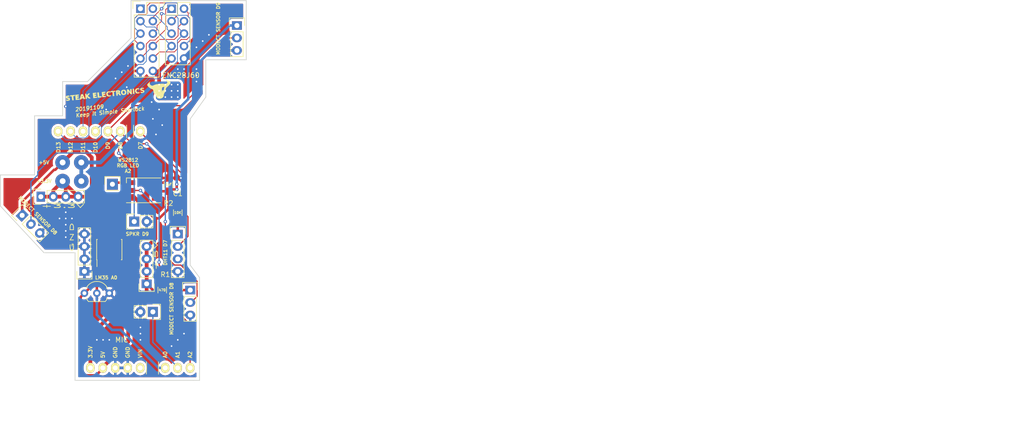
<source format=kicad_pcb>
(kicad_pcb (version 20171130) (host pcbnew 5.0.2+dfsg1-1~bpo9+1)

  (general
    (thickness 1.6)
    (drawings 41)
    (tracks 364)
    (zones 0)
    (modules 22)
    (nets 29)
  )

  (page USLetter)
  (title_block
    (title "Project Title")
    (date 2017-08-14)
    (rev v1.0)
    (company "Released under the CERN Open Hardware License v1.2")
    (comment 1 "Project based on template adapted by jenner@wickerbox.net")
    (comment 2 "Original template by Jonathan (poulc13)")
  )

  (layers
    (0 F.Cu signal)
    (31 B.Cu signal)
    (34 B.Paste user)
    (35 F.Paste user)
    (36 B.SilkS user)
    (37 F.SilkS user)
    (38 B.Mask user)
    (39 F.Mask user)
    (40 Dwgs.User user)
    (44 Edge.Cuts user)
    (48 B.Fab user)
    (49 F.Fab user hide)
  )

  (setup
    (last_trace_width 0.1524)
    (user_trace_width 0.1524)
    (user_trace_width 0.254)
    (user_trace_width 0.3302)
    (user_trace_width 0.508)
    (user_trace_width 0.762)
    (user_trace_width 1.27)
    (trace_clearance 0.254)
    (zone_clearance 0.508)
    (zone_45_only no)
    (trace_min 0.1524)
    (segment_width 0.1524)
    (edge_width 0.1524)
    (via_size 0.6858)
    (via_drill 0.3302)
    (via_min_size 0.6858)
    (via_min_drill 0.3302)
    (user_via 0.6858 0.3302)
    (user_via 0.762 0.4064)
    (user_via 0.8636 0.508)
    (uvia_size 0.6858)
    (uvia_drill 0.3302)
    (uvias_allowed no)
    (uvia_min_size 0)
    (uvia_min_drill 0)
    (pcb_text_width 0.1524)
    (pcb_text_size 1.016 1.016)
    (mod_edge_width 0.1524)
    (mod_text_size 1.016 1.016)
    (mod_text_width 0.1524)
    (pad_size 1.5 1.3)
    (pad_drill 0)
    (pad_to_mask_clearance 0.0762)
    (solder_mask_min_width 0.1016)
    (pad_to_paste_clearance -0.0762)
    (aux_axis_origin 0 0)
    (visible_elements 7FFFFFFF)
    (pcbplotparams
      (layerselection 0x310fc_ffffffff)
      (usegerberextensions true)
      (usegerberattributes false)
      (usegerberadvancedattributes false)
      (creategerberjobfile false)
      (excludeedgelayer true)
      (linewidth 0.100000)
      (plotframeref false)
      (viasonmask false)
      (mode 1)
      (useauxorigin false)
      (hpglpennumber 1)
      (hpglpenspeed 20)
      (hpglpendiameter 15.000000)
      (psnegative false)
      (psa4output false)
      (plotreference true)
      (plotvalue true)
      (plotinvisibletext false)
      (padsonsilk false)
      (subtractmaskfromsilk false)
      (outputformat 1)
      (mirror false)
      (drillshape 0)
      (scaleselection 1)
      (outputdirectory ""))
  )

  (net 0 "")
  (net 1 GND)
  (net 2 +5V)
  (net 3 /UNUSED)
  (net 4 /VCC_Branch)
  (net 5 /RST)
  (net 6 /CS)
  (net 7 /D13)
  (net 8 /D11)
  (net 9 /D12)
  (net 10 /WOL)
  (net 11 /INT)
  (net 12 /CLKOUT)
  (net 13 +3V3)
  (net 14 /Q3)
  (net 15 /A0)
  (net 16 VIN)
  (net 17 /A1)
  (net 18 /A2)
  (net 19 /D7)
  (net 20 /D8)
  (net 21 /D9)
  (net 22 "Net-(U6-Pad2)")
  (net 23 "Net-(U6-Pad3)")
  (net 24 "Net-(U6-Pad5)")
  (net 25 "Net-(U6-Pad6)")
  (net 26 "Net-(U6-Pad7)")
  (net 27 "Net-(LED1-Pad2)")
  (net 28 "Net-(P14-Pad3)")

  (net_class Default "This is the default net class."
    (clearance 0.254)
    (trace_width 0.254)
    (via_dia 0.6858)
    (via_drill 0.3302)
    (uvia_dia 0.6858)
    (uvia_drill 0.3302)
    (add_net +3V3)
    (add_net +5V)
    (add_net /A0)
    (add_net /A1)
    (add_net /A2)
    (add_net /CLKOUT)
    (add_net /CS)
    (add_net /D11)
    (add_net /D12)
    (add_net /D13)
    (add_net /D7)
    (add_net /D8)
    (add_net /D9)
    (add_net /INT)
    (add_net /Q3)
    (add_net /RST)
    (add_net /UNUSED)
    (add_net /VCC_Branch)
    (add_net /WOL)
    (add_net GND)
    (add_net "Net-(LED1-Pad2)")
    (add_net "Net-(P14-Pad3)")
    (add_net "Net-(U6-Pad2)")
    (add_net "Net-(U6-Pad3)")
    (add_net "Net-(U6-Pad5)")
    (add_net "Net-(U6-Pad6)")
    (add_net "Net-(U6-Pad7)")
    (add_net VIN)
  )

  (module Pin_Headers:Pin_Header_Straight_1x03 (layer F.Cu) (tedit 5DC511C2) (tstamp 5DC564A9)
    (at 76.2 92.71)
    (descr "Through hole pin header")
    (tags "pin header")
    (path /5BEC29FA)
    (fp_text reference P9 (at 0 -5.1) (layer F.SilkS) hide
      (effects (font (size 1 1) (thickness 0.15)))
    )
    (fp_text value CONN_01X03 (at 0 -3.1) (layer F.Fab)
      (effects (font (size 1 1) (thickness 0.15)))
    )
    (fp_line (start -1.55 -1.55) (end 1.55 -1.55) (layer F.SilkS) (width 0.15))
    (fp_line (start -1.55 0) (end -1.55 -1.55) (layer F.SilkS) (width 0.15))
    (fp_line (start 1.27 1.27) (end -1.27 1.27) (layer F.SilkS) (width 0.15))
    (fp_line (start 1.55 -1.55) (end 1.55 0) (layer F.SilkS) (width 0.15))
    (fp_line (start 1.27 6.35) (end 1.27 1.27) (layer F.SilkS) (width 0.15))
    (fp_line (start -1.27 6.35) (end 1.27 6.35) (layer F.SilkS) (width 0.15))
    (fp_line (start -1.27 1.27) (end -1.27 6.35) (layer F.SilkS) (width 0.15))
    (fp_line (start -1.75 6.85) (end 1.75 6.85) (layer F.CrtYd) (width 0.05))
    (fp_line (start -1.75 -1.75) (end 1.75 -1.75) (layer F.CrtYd) (width 0.05))
    (fp_line (start 1.75 -1.75) (end 1.75 6.85) (layer F.CrtYd) (width 0.05))
    (fp_line (start -1.75 -1.75) (end -1.75 6.85) (layer F.CrtYd) (width 0.05))
    (pad 3 thru_hole oval (at 0 5.08) (size 2.032 1.7272) (drill 1.016) (layers *.Cu *.Mask)
      (net 1 GND))
    (pad 2 thru_hole oval (at 0 2.54) (size 2.032 1.7272) (drill 1.016) (layers *.Cu *.Mask)
      (net 20 /D8))
    (pad 1 thru_hole rect (at 0 0) (size 2.032 1.7272) (drill 1.016) (layers *.Cu *.Mask)
      (net 2 +5V))
    (model Pin_Headers.3dshapes/Pin_Header_Straight_1x03.wrl
      (offset (xyz 0 -2.539999961853027 0))
      (scale (xyz 1 1 1))
      (rotate (xyz 0 0 90))
    )
  )

  (module footprints:ARDUINO-101-SHIELD_EASYTOSOLDER_VERS locked (layer F.Cu) (tedit 5DC50B3F) (tstamp 5728CC97)
    (at 43.1292 108.585)
    (descr "Through hole socket strip")
    (tags "socket strip")
    (path /572986CB)
    (fp_text reference U5 (at 14.5 -8.5) (layer F.SilkS) hide
      (effects (font (size 1 1) (thickness 0.15)))
    )
    (fp_text value ARDUINO-101-SHIELD (at 22.5 -11) (layer F.SilkS) hide
      (effects (font (size 1 1) (thickness 0.15)))
    )
    (fp_line (start 24.63 -1.75) (end 24.63 1.75) (layer F.CrtYd) (width 0.05))
    (fp_line (start 24.13 1.27) (end 24.13 -1.27) (layer F.SilkS) (width 0.15))
    (fp_text user 3.3V (at 12.7 -3.233057 90) (layer F.SilkS)
      (effects (font (size 0.762 0.762) (thickness 0.1524)))
    )
    (fp_text user 5V (at 15.24 -2.688771 90) (layer F.SilkS)
      (effects (font (size 0.762 0.762) (thickness 0.1524)))
    )
    (fp_text user GND (at 17.78 -3.160486 90) (layer F.SilkS)
      (effects (font (size 0.762 0.762) (thickness 0.1524)))
    )
    (fp_text user GND (at 20.32 -3.160486 90) (layer F.SilkS)
      (effects (font (size 0.762 0.762) (thickness 0.1524)))
    )
    (fp_text user VIN (at 22.86 -2.906486 90) (layer F.SilkS)
      (effects (font (size 0.762 0.762) (thickness 0.1524)))
    )
    (fp_text user A0 (at 27.9654 -2.688771 90) (layer F.SilkS)
      (effects (font (size 0.762 0.762) (thickness 0.1524)))
    )
    (fp_text user A1 (at 30.5054 -2.688771 90) (layer F.SilkS)
      (effects (font (size 0.762 0.762) (thickness 0.1524)))
    )
    (fp_line (start 26.5938 1.2954) (end 26.5938 -1.2446) (layer F.SilkS) (width 0.15))
    (fp_text user A2 (at 33.0454 -2.688771 90) (layer F.SilkS)
      (effects (font (size 0.762 0.762) (thickness 0.1524)))
    )
    (fp_line (start 26.2154 -1.7246) (end 26.2154 1.7754) (layer F.CrtYd) (width 0.05))
    (fp_line (start 21.5138 -46.99) (end 21.5138 -49.53) (layer F.SilkS) (width 0.15))
    (fp_text user D7 (at 22.9362 -45.349886 90) (layer F.SilkS)
      (effects (font (size 0.762 0.762) (thickness 0.1524)))
    )
    (fp_line (start 21.1354 -50.01) (end 21.1354 -46.51) (layer F.CrtYd) (width 0.05))
    (fp_text user D10 (at 13.7414 -44.987029 90) (layer F.SilkS)
      (effects (font (size 0.762 0.762) (thickness 0.1524)))
    )
    (fp_text user D12 (at 8.6614 -44.987029 90) (layer F.SilkS)
      (effects (font (size 0.762 0.762) (thickness 0.1524)))
    )
    (fp_text user D9 (at 16.2814 -45.349886 90) (layer F.SilkS)
      (effects (font (size 0.762 0.762) (thickness 0.1524)))
    )
    (fp_text user D8 (at 18.8214 -45.349886 90) (layer F.SilkS)
      (effects (font (size 0.762 0.762) (thickness 0.1524)))
    )
    (fp_line (start 20.0914 -46.99) (end 20.0914 -49.53) (layer F.SilkS) (width 0.15))
    (fp_text user D11 (at 11.2014 -44.987029 90) (layer F.SilkS)
      (effects (font (size 0.762 0.762) (thickness 0.1524)))
    )
    (fp_text user D13 (at 6.1722 -44.987029 90) (layer F.SilkS)
      (effects (font (size 0.762 0.762) (thickness 0.1524)))
    )
    (fp_line (start 20.5914 -50.01) (end 20.5914 -46.51) (layer F.CrtYd) (width 0.05))
    (pad 3V3 thru_hole oval (at 12.7 0) (size 1.7272 2.032) (drill 1.016) (layers *.Cu *.Mask F.SilkS)
      (net 13 +3V3))
    (pad 5V thru_hole oval (at 15.24 0) (size 1.7272 2.032) (drill 1.016) (layers *.Cu *.Mask F.SilkS)
      (net 2 +5V))
    (pad GND1 thru_hole oval (at 17.78 0) (size 1.7272 2.032) (drill 1.016) (layers *.Cu *.Mask F.SilkS)
      (net 1 GND))
    (pad GND2 thru_hole oval (at 20.32 0) (size 1.7272 2.032) (drill 1.016) (layers *.Cu *.Mask F.SilkS)
      (net 1 GND))
    (pad VIN thru_hole oval (at 22.86 0) (size 1.7272 2.032) (drill 1.016) (layers *.Cu *.Mask F.SilkS)
      (net 16 VIN))
    (pad A0 thru_hole oval (at 27.9654 0) (size 1.7272 2.032) (drill 1.016) (layers *.Cu *.Mask F.SilkS)
      (net 15 /A0))
    (pad A1 thru_hole oval (at 30.5054 0) (size 1.7272 2.032) (drill 1.016) (layers *.Cu *.Mask F.SilkS)
      (net 17 /A1))
    (pad A2 thru_hole oval (at 33.0454 0) (size 1.7272 2.032) (drill 1.016) (layers *.Cu *.Mask F.SilkS)
      (net 18 /A2))
    (pad D7 thru_hole oval (at 22.8854 -48.26) (size 1.7272 2.032) (drill 1.016) (layers *.Cu *.Mask F.SilkS)
      (net 19 /D7))
    (pad D13 thru_hole oval (at 6.1214 -48.26) (size 1.7272 2.032) (drill 1.016) (layers *.Cu *.Mask F.SilkS)
      (net 7 /D13))
    (pad D12 thru_hole oval (at 8.6614 -48.26) (size 1.7272 2.032) (drill 1.016) (layers *.Cu *.Mask F.SilkS)
      (net 9 /D12))
    (pad D11 thru_hole oval (at 11.2014 -48.26) (size 1.7272 2.032) (drill 1.016) (layers *.Cu *.Mask F.SilkS)
      (net 8 /D11))
    (pad D8 thru_hole oval (at 18.8214 -48.26) (size 1.7272 2.032) (drill 1.016) (layers *.Cu *.Mask F.SilkS)
      (net 20 /D8))
    (pad D9 thru_hole oval (at 16.2814 -48.26) (size 1.7272 2.032) (drill 1.016) (layers *.Cu *.Mask F.SilkS)
      (net 21 /D9))
    (pad D10 thru_hole oval (at 13.7414 -48.26) (size 1.7272 2.032) (drill 1.016) (layers *.Cu *.Mask F.SilkS)
      (net 6 /CS))
    (model ${KIPRJMOD}/Socket_Arduino_Uno.3dshapes/Socket_header_Arduino_1x08.wrl
      (offset (xyz 8.889999866485596 0 0))
      (scale (xyz 1 1 1))
      (rotate (xyz 0 0 180))
    )
  )

  (module Pin_Headers:Pin_Header_Straight_1x04 (layer F.Cu) (tedit 5BEA5E04) (tstamp 5BED73A4)
    (at 67.31 91.44 180)
    (descr "Through hole pin header")
    (tags "pin header")
    (path /5BEAFC8B)
    (fp_text reference P1 (at 0 -5.1 180) (layer F.SilkS) hide
      (effects (font (size 1 1) (thickness 0.15)))
    )
    (fp_text value CONN_01X04 (at 0 -3.1 180) (layer F.Fab)
      (effects (font (size 1 1) (thickness 0.15)))
    )
    (fp_line (start -1.55 -1.55) (end 1.55 -1.55) (layer F.SilkS) (width 0.15))
    (fp_line (start -1.55 0) (end -1.55 -1.55) (layer F.SilkS) (width 0.15))
    (fp_line (start 1.27 1.27) (end -1.27 1.27) (layer F.SilkS) (width 0.15))
    (fp_line (start -1.27 8.89) (end 1.27 8.89) (layer F.SilkS) (width 0.15))
    (fp_line (start 1.55 -1.55) (end 1.55 0) (layer F.SilkS) (width 0.15))
    (fp_line (start 1.27 1.27) (end 1.27 8.89) (layer F.SilkS) (width 0.15))
    (fp_line (start -1.27 1.27) (end -1.27 8.89) (layer F.SilkS) (width 0.15))
    (fp_line (start -1.75 9.4) (end 1.75 9.4) (layer F.CrtYd) (width 0.05))
    (fp_line (start -1.75 -1.75) (end 1.75 -1.75) (layer F.CrtYd) (width 0.05))
    (fp_line (start 1.75 -1.75) (end 1.75 9.4) (layer F.CrtYd) (width 0.05))
    (fp_line (start -1.75 -1.75) (end -1.75 9.4) (layer F.CrtYd) (width 0.05))
    (pad 4 thru_hole oval (at 0 7.62 180) (size 2.032 1.7272) (drill 1.016) (layers *.Cu *.Mask)
      (net 2 +5V))
    (pad 3 thru_hole oval (at 0 5.08 180) (size 2.032 1.7272) (drill 1.016) (layers *.Cu *.Mask)
      (net 2 +5V))
    (pad 2 thru_hole oval (at 0 2.54 180) (size 2.032 1.7272) (drill 1.016) (layers *.Cu *.Mask)
      (net 2 +5V))
    (pad 1 thru_hole rect (at 0 0 180) (size 2.032 1.7272) (drill 1.016) (layers *.Cu *.Mask)
      (net 2 +5V))
    (model Pin_Headers.3dshapes/Pin_Header_Straight_1x04.wrl
      (offset (xyz 0 -3.809999942779541 0))
      (scale (xyz 1 1 1))
      (rotate (xyz 0 0 90))
    )
  )

  (module LEDs:LED_WS2812-PLCC6 (layer F.Cu) (tedit 5BEA5E31) (tstamp 5BED7391)
    (at 66.675 72.39)
    (descr http://www.world-semi.com/en/Driver/Lighting/WS2811/WS212B/WS2822S/)
    (tags "LED RGB")
    (path /5BEA6DDE)
    (attr smd)
    (fp_text reference LED1 (at 0 -3.5) (layer F.SilkS) hide
      (effects (font (size 1 1) (thickness 0.15)))
    )
    (fp_text value WS2812 (at 0 4) (layer F.Fab)
      (effects (font (size 1 1) (thickness 0.15)))
    )
    (fp_line (start 3.75 -2.85) (end -3.75 -2.85) (layer F.CrtYd) (width 0.05))
    (fp_line (start 3.75 2.85) (end 3.75 -2.85) (layer F.CrtYd) (width 0.05))
    (fp_line (start -3.75 2.85) (end 3.75 2.85) (layer F.CrtYd) (width 0.05))
    (fp_line (start -3.75 -2.85) (end -3.75 2.85) (layer F.CrtYd) (width 0.05))
    (fp_line (start -2.5 -1.5) (end -1.5 -2.5) (layer Dwgs.User) (width 0.1))
    (fp_line (start -2.5 -2.5) (end 2.5 -2.5) (layer Dwgs.User) (width 0.1))
    (fp_line (start 2.5 -2.5) (end 2.5 2.5) (layer Dwgs.User) (width 0.1))
    (fp_line (start 2.5 2.5) (end -2.5 2.5) (layer Dwgs.User) (width 0.1))
    (fp_line (start -2.5 2.5) (end -2.5 -2.5) (layer Dwgs.User) (width 0.1))
    (fp_line (start -3.5 2.5) (end 3.5 2.5) (layer F.SilkS) (width 0.15))
    (fp_line (start -3.5 -1.55) (end -3.5 -2.55) (layer F.SilkS) (width 0.15))
    (fp_line (start -3.5 -2.55) (end 3.5 -2.55) (layer F.SilkS) (width 0.15))
    (fp_circle (center 0 0) (end 0 -2) (layer Dwgs.User) (width 0.1))
    (pad 4 smd rect (at 2.5 1.6) (size 1.6 1) (layers F.Cu F.Paste F.Mask))
    (pad 5 smd rect (at 2.5 0) (size 1.6 1) (layers F.Cu F.Paste F.Mask)
      (net 2 +5V))
    (pad 6 smd rect (at 2.5 -1.6) (size 1.6 1) (layers F.Cu F.Paste F.Mask)
      (net 1 GND))
    (pad 3 smd rect (at -2.5 1.6) (size 1.6 1) (layers F.Cu F.Paste F.Mask)
      (net 2 +5V))
    (pad 2 smd rect (at -2.5 0) (size 1.6 1) (layers F.Cu F.Paste F.Mask)
      (net 27 "Net-(LED1-Pad2)"))
    (pad 1 smd rect (at -2.5 -1.6) (size 1.6 1) (layers F.Cu F.Paste F.Mask)
      (net 3 /UNUSED))
    (model LEDs.3dshapes/LED_WS2812-PLCC6.wrl
      (offset (xyz 0 0 0.1015999984741211))
      (scale (xyz 0.3937 0.3937 0.3937))
      (rotate (xyz 0 0 0))
    )
  )

  (module Pin_Headers:Pin_Header_Straight_2x05 (layer F.Cu) (tedit 5BEA5DEE) (tstamp 5BED73BE)
    (at 72.39 35.306)
    (descr "Through hole pin header")
    (tags "pin header")
    (path /5BEA525E)
    (fp_text reference P2 (at 0 -5.1) (layer F.SilkS) hide
      (effects (font (size 1 1) (thickness 0.15)))
    )
    (fp_text value CONN_02X05 (at 0 -3.1) (layer F.Fab)
      (effects (font (size 1 1) (thickness 0.15)))
    )
    (fp_line (start -1.75 -1.75) (end -1.75 11.95) (layer F.CrtYd) (width 0.05))
    (fp_line (start 4.3 -1.75) (end 4.3 11.95) (layer F.CrtYd) (width 0.05))
    (fp_line (start -1.75 -1.75) (end 4.3 -1.75) (layer F.CrtYd) (width 0.05))
    (fp_line (start -1.75 11.95) (end 4.3 11.95) (layer F.CrtYd) (width 0.05))
    (fp_line (start 3.81 -1.27) (end 3.81 11.43) (layer F.SilkS) (width 0.15))
    (fp_line (start 3.81 11.43) (end -1.27 11.43) (layer F.SilkS) (width 0.15))
    (fp_line (start -1.27 11.43) (end -1.27 1.27) (layer F.SilkS) (width 0.15))
    (fp_line (start 3.81 -1.27) (end 1.27 -1.27) (layer F.SilkS) (width 0.15))
    (fp_line (start 0 -1.55) (end -1.55 -1.55) (layer F.SilkS) (width 0.15))
    (fp_line (start 1.27 -1.27) (end 1.27 1.27) (layer F.SilkS) (width 0.15))
    (fp_line (start 1.27 1.27) (end -1.27 1.27) (layer F.SilkS) (width 0.15))
    (fp_line (start -1.55 -1.55) (end -1.55 0) (layer F.SilkS) (width 0.15))
    (pad 1 thru_hole rect (at 0 0) (size 1.7272 1.7272) (drill 1.016) (layers *.Cu *.Mask)
      (net 12 /CLKOUT))
    (pad 2 thru_hole oval (at 2.54 0) (size 1.7272 1.7272) (drill 1.016) (layers *.Cu *.Mask)
      (net 11 /INT))
    (pad 3 thru_hole oval (at 0 2.54) (size 1.7272 1.7272) (drill 1.016) (layers *.Cu *.Mask)
      (net 10 /WOL))
    (pad 4 thru_hole oval (at 2.54 2.54) (size 1.7272 1.7272) (drill 1.016) (layers *.Cu *.Mask)
      (net 9 /D12))
    (pad 5 thru_hole oval (at 0 5.08) (size 1.7272 1.7272) (drill 1.016) (layers *.Cu *.Mask)
      (net 8 /D11))
    (pad 6 thru_hole oval (at 2.54 5.08) (size 1.7272 1.7272) (drill 1.016) (layers *.Cu *.Mask)
      (net 7 /D13))
    (pad 7 thru_hole oval (at 0 7.62) (size 1.7272 1.7272) (drill 1.016) (layers *.Cu *.Mask)
      (net 6 /CS))
    (pad 8 thru_hole oval (at 2.54 7.62) (size 1.7272 1.7272) (drill 1.016) (layers *.Cu *.Mask)
      (net 5 /RST))
    (pad 9 thru_hole oval (at 0 10.16) (size 1.7272 1.7272) (drill 1.016) (layers *.Cu *.Mask)
      (net 4 /VCC_Branch))
    (pad 10 thru_hole oval (at 2.54 10.16) (size 1.7272 1.7272) (drill 1.016) (layers *.Cu *.Mask)
      (net 1 GND))
    (model Pin_Headers.3dshapes/Pin_Header_Straight_2x05.wrl
      (offset (xyz 1.269999980926514 -5.079999923706055 0))
      (scale (xyz 1 1 1))
      (rotate (xyz 0 0 90))
    )
  )

  (module Wire_Pads:SolderWirePad_2x_1-2mmDrill (layer F.Cu) (tedit 5BEA5DE3) (tstamp 5BED73C4)
    (at 52.07 70.485)
    (path /5BEA5574)
    (fp_text reference P3 (at 0 -3.81) (layer F.SilkS) hide
      (effects (font (size 1 1) (thickness 0.15)))
    )
    (fp_text value CONN_01X02 (at 0.635 3.81) (layer F.Fab)
      (effects (font (size 1 1) (thickness 0.15)))
    )
    (pad 1 thru_hole circle (at -1.905 0) (size 2.99974 2.99974) (drill 1.19888) (layers *.Cu *.Mask)
      (net 13 +3V3))
    (pad 2 thru_hole circle (at 1.905 0) (size 2.99974 2.99974) (drill 1.19888) (layers *.Cu *.Mask)
      (net 4 /VCC_Branch))
  )

  (module Wire_Pads:SolderWirePad_2x_1-2mmDrill (layer F.Cu) (tedit 5BEA5DE9) (tstamp 5BED73CA)
    (at 52.07 66.675)
    (path /5BEA5648)
    (fp_text reference P4 (at 0 -3.81) (layer F.SilkS) hide
      (effects (font (size 1 1) (thickness 0.15)))
    )
    (fp_text value CONN_01X02 (at 0.635 3.81) (layer F.Fab)
      (effects (font (size 1 1) (thickness 0.15)))
    )
    (pad 2 thru_hole circle (at 1.905 0) (size 2.99974 2.99974) (drill 1.19888) (layers *.Cu *.Mask)
      (net 4 /VCC_Branch))
    (pad 1 thru_hole circle (at -1.905 0) (size 2.99974 2.99974) (drill 1.19888) (layers *.Cu *.Mask)
      (net 2 +5V))
  )

  (module Pin_Headers:Pin_Header_Straight_1x04 (layer F.Cu) (tedit 5BEA5E06) (tstamp 5BED73DD)
    (at 54.61 88.9 180)
    (descr "Through hole pin header")
    (tags "pin header")
    (path /5BEAFD07)
    (fp_text reference P5 (at 0 -5.1 180) (layer F.SilkS) hide
      (effects (font (size 1 1) (thickness 0.15)))
    )
    (fp_text value CONN_01X04 (at 0 -3.1 180) (layer F.Fab)
      (effects (font (size 1 1) (thickness 0.15)))
    )
    (fp_line (start -1.75 -1.75) (end -1.75 9.4) (layer F.CrtYd) (width 0.05))
    (fp_line (start 1.75 -1.75) (end 1.75 9.4) (layer F.CrtYd) (width 0.05))
    (fp_line (start -1.75 -1.75) (end 1.75 -1.75) (layer F.CrtYd) (width 0.05))
    (fp_line (start -1.75 9.4) (end 1.75 9.4) (layer F.CrtYd) (width 0.05))
    (fp_line (start -1.27 1.27) (end -1.27 8.89) (layer F.SilkS) (width 0.15))
    (fp_line (start 1.27 1.27) (end 1.27 8.89) (layer F.SilkS) (width 0.15))
    (fp_line (start 1.55 -1.55) (end 1.55 0) (layer F.SilkS) (width 0.15))
    (fp_line (start -1.27 8.89) (end 1.27 8.89) (layer F.SilkS) (width 0.15))
    (fp_line (start 1.27 1.27) (end -1.27 1.27) (layer F.SilkS) (width 0.15))
    (fp_line (start -1.55 0) (end -1.55 -1.55) (layer F.SilkS) (width 0.15))
    (fp_line (start -1.55 -1.55) (end 1.55 -1.55) (layer F.SilkS) (width 0.15))
    (pad 1 thru_hole rect (at 0 0 180) (size 2.032 1.7272) (drill 1.016) (layers *.Cu *.Mask)
      (net 1 GND))
    (pad 2 thru_hole oval (at 0 2.54 180) (size 2.032 1.7272) (drill 1.016) (layers *.Cu *.Mask)
      (net 1 GND))
    (pad 3 thru_hole oval (at 0 5.08 180) (size 2.032 1.7272) (drill 1.016) (layers *.Cu *.Mask)
      (net 1 GND))
    (pad 4 thru_hole oval (at 0 7.62 180) (size 2.032 1.7272) (drill 1.016) (layers *.Cu *.Mask)
      (net 1 GND))
    (model Pin_Headers.3dshapes/Pin_Header_Straight_1x04.wrl
      (offset (xyz 0 -3.809999942779541 0))
      (scale (xyz 1 1 1))
      (rotate (xyz 0 0 90))
    )
  )

  (module Pin_Headers:Pin_Header_Straight_1x01 (layer F.Cu) (tedit 5BEA5DF9) (tstamp 5BED73EA)
    (at 60.325 71.12)
    (descr "Through hole pin header")
    (tags "pin header")
    (path /5BEA8687)
    (fp_text reference P6 (at 0 -5.1) (layer F.SilkS) hide
      (effects (font (size 1 1) (thickness 0.15)))
    )
    (fp_text value CONN_01X01 (at 0 -3.1) (layer F.Fab)
      (effects (font (size 1 1) (thickness 0.15)))
    )
    (fp_line (start 1.55 -1.55) (end 1.55 0) (layer F.SilkS) (width 0.15))
    (fp_line (start -1.75 -1.75) (end -1.75 1.75) (layer F.CrtYd) (width 0.05))
    (fp_line (start 1.75 -1.75) (end 1.75 1.75) (layer F.CrtYd) (width 0.05))
    (fp_line (start -1.75 -1.75) (end 1.75 -1.75) (layer F.CrtYd) (width 0.05))
    (fp_line (start -1.75 1.75) (end 1.75 1.75) (layer F.CrtYd) (width 0.05))
    (fp_line (start -1.55 0) (end -1.55 -1.55) (layer F.SilkS) (width 0.15))
    (fp_line (start -1.55 -1.55) (end 1.55 -1.55) (layer F.SilkS) (width 0.15))
    (fp_line (start -1.27 1.27) (end 1.27 1.27) (layer F.SilkS) (width 0.15))
    (pad 1 thru_hole rect (at 0 0) (size 2.2352 2.2352) (drill 1.016) (layers *.Cu *.Mask)
      (net 3 /UNUSED))
    (model Pin_Headers.3dshapes/Pin_Header_Straight_1x01.wrl
      (at (xyz 0 0 0))
      (scale (xyz 1 1 1))
      (rotate (xyz 0 0 90))
    )
  )

  (module Pin_Headers:Pin_Header_Straight_2x06 (layer F.Cu) (tedit 5BEA5DEC) (tstamp 5BED7406)
    (at 66.04 35.306)
    (descr "Through hole pin header")
    (tags "pin header")
    (path /5BEBE683)
    (fp_text reference P7 (at 0 -5.1) (layer F.SilkS) hide
      (effects (font (size 1 1) (thickness 0.15)))
    )
    (fp_text value CONN_02X06 (at 0 -3.1) (layer F.Fab)
      (effects (font (size 1 1) (thickness 0.15)))
    )
    (fp_line (start -1.75 -1.75) (end -1.75 14.45) (layer F.CrtYd) (width 0.05))
    (fp_line (start 4.3 -1.75) (end 4.3 14.45) (layer F.CrtYd) (width 0.05))
    (fp_line (start -1.75 -1.75) (end 4.3 -1.75) (layer F.CrtYd) (width 0.05))
    (fp_line (start -1.75 14.45) (end 4.3 14.45) (layer F.CrtYd) (width 0.05))
    (fp_line (start 3.81 13.97) (end 3.81 -1.27) (layer F.SilkS) (width 0.15))
    (fp_line (start -1.27 1.27) (end -1.27 13.97) (layer F.SilkS) (width 0.15))
    (fp_line (start 3.81 13.97) (end -1.27 13.97) (layer F.SilkS) (width 0.15))
    (fp_line (start 3.81 -1.27) (end 1.27 -1.27) (layer F.SilkS) (width 0.15))
    (fp_line (start 0 -1.55) (end -1.55 -1.55) (layer F.SilkS) (width 0.15))
    (fp_line (start 1.27 -1.27) (end 1.27 1.27) (layer F.SilkS) (width 0.15))
    (fp_line (start 1.27 1.27) (end -1.27 1.27) (layer F.SilkS) (width 0.15))
    (fp_line (start -1.55 -1.55) (end -1.55 0) (layer F.SilkS) (width 0.15))
    (pad 1 thru_hole rect (at 0 0) (size 1.7272 1.7272) (drill 1.016) (layers *.Cu *.Mask)
      (net 1 GND))
    (pad 2 thru_hole oval (at 2.54 0) (size 1.7272 1.7272) (drill 1.016) (layers *.Cu *.Mask)
      (net 14 /Q3))
    (pad 3 thru_hole oval (at 0 2.54) (size 1.7272 1.7272) (drill 1.016) (layers *.Cu *.Mask)
      (net 6 /CS))
    (pad 4 thru_hole oval (at 2.54 2.54) (size 1.7272 1.7272) (drill 1.016) (layers *.Cu *.Mask)
      (net 5 /RST))
    (pad 5 thru_hole oval (at 0 5.08) (size 1.7272 1.7272) (drill 1.016) (layers *.Cu *.Mask)
      (net 8 /D11))
    (pad 6 thru_hole oval (at 2.54 5.08) (size 1.7272 1.7272) (drill 1.016) (layers *.Cu *.Mask)
      (net 7 /D13))
    (pad 7 thru_hole oval (at 0 7.62) (size 1.7272 1.7272) (drill 1.016) (layers *.Cu *.Mask)
      (net 10 /WOL))
    (pad 8 thru_hole oval (at 2.54 7.62) (size 1.7272 1.7272) (drill 1.016) (layers *.Cu *.Mask)
      (net 9 /D12))
    (pad 9 thru_hole oval (at 0 10.16) (size 1.7272 1.7272) (drill 1.016) (layers *.Cu *.Mask)
      (net 12 /CLKOUT))
    (pad 10 thru_hole oval (at 2.54 10.16) (size 1.7272 1.7272) (drill 1.016) (layers *.Cu *.Mask)
      (net 11 /INT))
    (pad 11 thru_hole oval (at 0 12.7) (size 1.7272 1.7272) (drill 1.016) (layers *.Cu *.Mask)
      (net 1 GND))
    (pad 12 thru_hole oval (at 2.54 12.7) (size 1.7272 1.7272) (drill 1.016) (layers *.Cu *.Mask)
      (net 4 /VCC_Branch))
    (model Pin_Headers.3dshapes/Pin_Header_Straight_2x06.wrl
      (offset (xyz 1.269999980926514 -6.349999904632568 0))
      (scale (xyz 1 1 1))
      (rotate (xyz 0 0 90))
    )
  )

  (module Pin_Headers:Pin_Header_Straight_1x03 (layer F.Cu) (tedit 5DC511BB) (tstamp 5BED7418)
    (at 41.91 77.47 45)
    (descr "Through hole pin header")
    (tags "pin header")
    (path /5BEA8889)
    (fp_text reference P8 (at 0 -5.1 45) (layer F.SilkS) hide
      (effects (font (size 1 1) (thickness 0.15)))
    )
    (fp_text value CONN_01X03 (at 0 -3.1 45) (layer F.Fab)
      (effects (font (size 1 1) (thickness 0.15)))
    )
    (fp_line (start -1.55 -1.55) (end 1.55 -1.55) (layer F.SilkS) (width 0.15))
    (fp_line (start -1.55 0) (end -1.55 -1.55) (layer F.SilkS) (width 0.15))
    (fp_line (start 1.27 1.27) (end -1.27 1.27) (layer F.SilkS) (width 0.15))
    (fp_line (start 1.55 -1.55) (end 1.55 0) (layer F.SilkS) (width 0.15))
    (fp_line (start 1.27 6.35) (end 1.27 1.27) (layer F.SilkS) (width 0.15))
    (fp_line (start -1.27 6.35) (end 1.27 6.35) (layer F.SilkS) (width 0.15))
    (fp_line (start -1.27 1.27) (end -1.27 6.35) (layer F.SilkS) (width 0.15))
    (fp_line (start -1.75 6.85) (end 1.75 6.85) (layer F.CrtYd) (width 0.05))
    (fp_line (start -1.75 -1.75) (end 1.75 -1.75) (layer F.CrtYd) (width 0.05))
    (fp_line (start 1.75 -1.75) (end 1.75 6.85) (layer F.CrtYd) (width 0.05))
    (fp_line (start -1.75 -1.75) (end -1.75 6.85) (layer F.CrtYd) (width 0.05))
    (pad 3 thru_hole oval (at 0 5.079999 45) (size 2.032 1.7272) (drill 1.016) (layers *.Cu *.Mask)
      (net 1 GND))
    (pad 2 thru_hole oval (at 0 2.54 45) (size 2.032 1.7272) (drill 1.016) (layers *.Cu *.Mask)
      (net 20 /D8))
    (pad 1 thru_hole rect (at 0 0 45) (size 2.032 1.7272) (drill 1.016) (layers *.Cu *.Mask)
      (net 2 +5V))
    (model Pin_Headers.3dshapes/Pin_Header_Straight_1x03.wrl
      (offset (xyz 0 -2.539999961853027 0))
      (scale (xyz 1 1 1))
      (rotate (xyz 0 0 90))
    )
  )

  (module Pin_Headers:Pin_Header_Straight_1x03 (layer F.Cu) (tedit 5DC51205) (tstamp 5BED742A)
    (at 85.725 38.735)
    (descr "Through hole pin header")
    (tags "pin header")
    (path /5BEC29FA)
    (fp_text reference P9 (at 0 -5.1) (layer F.SilkS) hide
      (effects (font (size 1 1) (thickness 0.15)))
    )
    (fp_text value CONN_01X03 (at 0 -3.1) (layer F.Fab)
      (effects (font (size 1 1) (thickness 0.15)))
    )
    (fp_line (start -1.75 -1.75) (end -1.75 6.85) (layer F.CrtYd) (width 0.05))
    (fp_line (start 1.75 -1.75) (end 1.75 6.85) (layer F.CrtYd) (width 0.05))
    (fp_line (start -1.75 -1.75) (end 1.75 -1.75) (layer F.CrtYd) (width 0.05))
    (fp_line (start -1.75 6.85) (end 1.75 6.85) (layer F.CrtYd) (width 0.05))
    (fp_line (start -1.27 1.27) (end -1.27 6.35) (layer F.SilkS) (width 0.15))
    (fp_line (start -1.27 6.35) (end 1.27 6.35) (layer F.SilkS) (width 0.15))
    (fp_line (start 1.27 6.35) (end 1.27 1.27) (layer F.SilkS) (width 0.15))
    (fp_line (start 1.55 -1.55) (end 1.55 0) (layer F.SilkS) (width 0.15))
    (fp_line (start 1.27 1.27) (end -1.27 1.27) (layer F.SilkS) (width 0.15))
    (fp_line (start -1.55 0) (end -1.55 -1.55) (layer F.SilkS) (width 0.15))
    (fp_line (start -1.55 -1.55) (end 1.55 -1.55) (layer F.SilkS) (width 0.15))
    (pad 1 thru_hole rect (at 0 0) (size 2.032 1.7272) (drill 1.016) (layers *.Cu *.Mask)
      (net 2 +5V))
    (pad 2 thru_hole oval (at 0 2.54) (size 2.032 1.7272) (drill 1.016) (layers *.Cu *.Mask)
      (net 21 /D9))
    (pad 3 thru_hole oval (at 0 5.08) (size 2.032 1.7272) (drill 1.016) (layers *.Cu *.Mask)
      (net 1 GND))
    (model Pin_Headers.3dshapes/Pin_Header_Straight_1x03.wrl
      (offset (xyz 0 -2.539999961853027 0))
      (scale (xyz 1 1 1))
      (rotate (xyz 0 0 90))
    )
  )

  (module TO_SOT_Packages_THT:TO-92_Inline_Wide (layer F.Cu) (tedit 5BEA5DFF) (tstamp 5BED743A)
    (at 54.61 93.345)
    (descr "TO-92 leads in-line, wide, drill 0.8mm (see NXP sot054_po.pdf)")
    (tags "to-92 sc-43 sc-43a sot54 PA33 transistor")
    (path /5BEB9C02)
    (fp_text reference P10 (at 0 -4 180) (layer F.SilkS) hide
      (effects (font (size 1 1) (thickness 0.15)))
    )
    (fp_text value CONN_01X03 (at 0 3) (layer F.Fab)
      (effects (font (size 1 1) (thickness 0.15)))
    )
    (fp_arc (start 2.54 0) (end 0.84 1.7) (angle 20.5) (layer F.SilkS) (width 0.15))
    (fp_arc (start 2.54 0) (end 4.24 1.7) (angle -20.5) (layer F.SilkS) (width 0.15))
    (fp_line (start -1 1.95) (end -1 -2.65) (layer F.CrtYd) (width 0.05))
    (fp_line (start -1 1.95) (end 6.1 1.95) (layer F.CrtYd) (width 0.05))
    (fp_line (start 0.84 1.7) (end 4.24 1.7) (layer F.SilkS) (width 0.15))
    (fp_arc (start 2.54 0) (end 2.54 -2.4) (angle -65.55604127) (layer F.SilkS) (width 0.15))
    (fp_arc (start 2.54 0) (end 2.54 -2.4) (angle 65.55604127) (layer F.SilkS) (width 0.15))
    (fp_line (start -1 -2.65) (end 6.1 -2.65) (layer F.CrtYd) (width 0.05))
    (fp_line (start 6.1 1.95) (end 6.1 -2.65) (layer F.CrtYd) (width 0.05))
    (pad 2 thru_hole circle (at 2.54 0 90) (size 1.524 1.524) (drill 0.8) (layers *.Cu *.Mask)
      (net 15 /A0))
    (pad 3 thru_hole circle (at 5.08 0 90) (size 1.524 1.524) (drill 0.8) (layers *.Cu *.Mask)
      (net 1 GND))
    (pad 1 thru_hole circle (at 0 0 90) (size 1.524 1.524) (drill 0.8) (layers *.Cu *.Mask)
      (net 2 +5V))
    (model TO_SOT_Packages_THT.3dshapes/TO-92_Inline_Wide.wrl
      (offset (xyz 2.539999961853027 0 0))
      (scale (xyz 1 1 1))
      (rotate (xyz 0 0 -90))
    )
  )

  (module Housings_SOIC:SOIC-8_3.9x4.9mm_Pitch1.27mm (layer F.Cu) (tedit 5BEA5DFC) (tstamp 5BED7456)
    (at 59.69 84.455 90)
    (descr "8-Lead Plastic Small Outline (SN) - Narrow, 3.90 mm Body [SOIC] (see Microchip Packaging Specification 00000049BS.pdf)")
    (tags "SOIC 1.27")
    (path /5BEA60EB)
    (attr smd)
    (fp_text reference U6 (at 0 -3.5 90) (layer F.SilkS) hide
      (effects (font (size 1 1) (thickness 0.15)))
    )
    (fp_text value LM35-D (at 0 3.5 90) (layer F.Fab)
      (effects (font (size 1 1) (thickness 0.15)))
    )
    (fp_line (start -0.95 -2.45) (end 1.95 -2.45) (layer F.Fab) (width 0.15))
    (fp_line (start 1.95 -2.45) (end 1.95 2.45) (layer F.Fab) (width 0.15))
    (fp_line (start 1.95 2.45) (end -1.95 2.45) (layer F.Fab) (width 0.15))
    (fp_line (start -1.95 2.45) (end -1.95 -1.45) (layer F.Fab) (width 0.15))
    (fp_line (start -1.95 -1.45) (end -0.95 -2.45) (layer F.Fab) (width 0.15))
    (fp_line (start -3.75 -2.75) (end -3.75 2.75) (layer F.CrtYd) (width 0.05))
    (fp_line (start 3.75 -2.75) (end 3.75 2.75) (layer F.CrtYd) (width 0.05))
    (fp_line (start -3.75 -2.75) (end 3.75 -2.75) (layer F.CrtYd) (width 0.05))
    (fp_line (start -3.75 2.75) (end 3.75 2.75) (layer F.CrtYd) (width 0.05))
    (fp_line (start -2.075 -2.575) (end -2.075 -2.525) (layer F.SilkS) (width 0.15))
    (fp_line (start 2.075 -2.575) (end 2.075 -2.43) (layer F.SilkS) (width 0.15))
    (fp_line (start 2.075 2.575) (end 2.075 2.43) (layer F.SilkS) (width 0.15))
    (fp_line (start -2.075 2.575) (end -2.075 2.43) (layer F.SilkS) (width 0.15))
    (fp_line (start -2.075 -2.575) (end 2.075 -2.575) (layer F.SilkS) (width 0.15))
    (fp_line (start -2.075 2.575) (end 2.075 2.575) (layer F.SilkS) (width 0.15))
    (fp_line (start -2.075 -2.525) (end -3.475 -2.525) (layer F.SilkS) (width 0.15))
    (pad 1 smd rect (at -2.7 -1.905 90) (size 1.55 0.6) (layers F.Cu F.Paste F.Mask)
      (net 15 /A0))
    (pad 2 smd rect (at -2.7 -0.635 90) (size 1.55 0.6) (layers F.Cu F.Paste F.Mask)
      (net 22 "Net-(U6-Pad2)"))
    (pad 3 smd rect (at -2.7 0.635 90) (size 1.55 0.6) (layers F.Cu F.Paste F.Mask)
      (net 23 "Net-(U6-Pad3)"))
    (pad 4 smd rect (at -2.7 1.905 90) (size 1.55 0.6) (layers F.Cu F.Paste F.Mask)
      (net 1 GND))
    (pad 5 smd rect (at 2.7 1.905 90) (size 1.55 0.6) (layers F.Cu F.Paste F.Mask)
      (net 24 "Net-(U6-Pad5)"))
    (pad 6 smd rect (at 2.7 0.635 90) (size 1.55 0.6) (layers F.Cu F.Paste F.Mask)
      (net 25 "Net-(U6-Pad6)"))
    (pad 7 smd rect (at 2.7 -0.635 90) (size 1.55 0.6) (layers F.Cu F.Paste F.Mask)
      (net 26 "Net-(U6-Pad7)"))
    (pad 8 smd rect (at 2.7 -1.905 90) (size 1.55 0.6) (layers F.Cu F.Paste F.Mask)
      (net 2 +5V))
    (model Housings_SOIC.3dshapes/SOIC-8_3.9x4.9mm_Pitch1.27mm.wrl
      (at (xyz 0 0 0))
      (scale (xyz 1 1 1))
      (rotate (xyz 0 0 0))
    )
  )

  (module Resistors_SMD:R_0805_HandSoldering (layer F.Cu) (tedit 5C042768) (tstamp 5BED7AEB)
    (at 71.755 71.2 90)
    (descr "Resistor SMD 0805, hand soldering")
    (tags "resistor 0805")
    (path /5BED1B4D)
    (attr smd)
    (fp_text reference C1 (at -1.825 1.905 180) (layer F.SilkS)
      (effects (font (size 1 1) (thickness 0.15)))
    )
    (fp_text value 1uf (at 0.08 0 180) (layer F.SilkS)
      (effects (font (size 0.5 0.5) (thickness 0.125)))
    )
    (fp_line (start -0.6 -0.875) (end 0.6 -0.875) (layer F.SilkS) (width 0.15))
    (fp_line (start 0.6 0.875) (end -0.6 0.875) (layer F.SilkS) (width 0.15))
    (fp_line (start 2.4 -1) (end 2.4 1) (layer F.CrtYd) (width 0.05))
    (fp_line (start -2.4 -1) (end -2.4 1) (layer F.CrtYd) (width 0.05))
    (fp_line (start -2.4 1) (end 2.4 1) (layer F.CrtYd) (width 0.05))
    (fp_line (start -2.4 -1) (end 2.4 -1) (layer F.CrtYd) (width 0.05))
    (fp_line (start -1 -0.625) (end 1 -0.625) (layer F.Fab) (width 0.1))
    (fp_line (start 1 -0.625) (end 1 0.625) (layer F.Fab) (width 0.1))
    (fp_line (start 1 0.625) (end -1 0.625) (layer F.Fab) (width 0.1))
    (fp_line (start -1 0.625) (end -1 -0.625) (layer F.Fab) (width 0.1))
    (pad 2 smd rect (at 1.35 0 90) (size 1.5 1.3) (layers F.Cu F.Paste F.Mask)
      (net 1 GND))
    (pad 1 smd rect (at -1.35 0 90) (size 1.5 1.3) (layers F.Cu F.Paste F.Mask)
      (net 2 +5V))
    (model Resistors_SMD.3dshapes/R_0805_HandSoldering.wrl
      (at (xyz 0 0 0))
      (scale (xyz 1 1 1))
      (rotate (xyz 0 0 0))
    )
  )

  (module Resistors_SMD:R_0805_HandSoldering (layer F.Cu) (tedit 5DC51357) (tstamp 5BED7AFB)
    (at 70.485 92.71 90)
    (descr "Resistor SMD 0805, hand soldering")
    (tags "resistor 0805")
    (path /5BED53C3)
    (attr smd)
    (fp_text reference R1 (at 3.175 0.635 -180) (layer F.SilkS)
      (effects (font (size 1 1) (thickness 0.15)))
    )
    (fp_text value 470 (at 0 0 -180) (layer F.SilkS)
      (effects (font (size 0.5 0.5) (thickness 0.125)))
    )
    (fp_line (start -1 0.625) (end -1 -0.625) (layer F.Fab) (width 0.1))
    (fp_line (start 1 0.625) (end -1 0.625) (layer F.Fab) (width 0.1))
    (fp_line (start 1 -0.625) (end 1 0.625) (layer F.Fab) (width 0.1))
    (fp_line (start -1 -0.625) (end 1 -0.625) (layer F.Fab) (width 0.1))
    (fp_line (start -2.4 -1) (end 2.4 -1) (layer F.CrtYd) (width 0.05))
    (fp_line (start -2.4 1) (end 2.4 1) (layer F.CrtYd) (width 0.05))
    (fp_line (start -2.4 -1) (end -2.4 1) (layer F.CrtYd) (width 0.05))
    (fp_line (start 2.4 -1) (end 2.4 1) (layer F.CrtYd) (width 0.05))
    (fp_line (start 0.6 0.875) (end -0.6 0.875) (layer F.SilkS) (width 0.15))
    (fp_line (start -0.6 -0.875) (end 0.6 -0.875) (layer F.SilkS) (width 0.15))
    (pad 1 smd rect (at -1.35 0 90) (size 1.5 1.3) (layers F.Cu F.Paste F.Mask)
      (net 18 /A2))
    (pad 2 smd rect (at 1.35 0 90) (size 1.5 1.3) (layers F.Cu F.Paste F.Mask)
      (net 27 "Net-(LED1-Pad2)"))
    (model Resistors_SMD.3dshapes/R_0805_HandSoldering.wrl
      (at (xyz 0 0 0))
      (scale (xyz 1 1 1))
      (rotate (xyz 0 0 0))
    )
  )

  (module SteakElectronics:steakelectronics (layer F.Cu) (tedit 0) (tstamp 5BED8BCD)
    (at 61.595 52.832 6)
    (fp_text reference G*** (at 0 0 6) (layer F.SilkS) hide
      (effects (font (size 1.524 1.524) (thickness 0.3)))
    )
    (fp_text value LOGO (at 3.81 3.175 6) (layer F.SilkS) hide
      (effects (font (size 1.524 1.524) (thickness 0.3)))
    )
    (fp_poly (pts (xy 5.101457 -0.864935) (xy 5.215637 -0.827851) (xy 5.258911 -0.760943) (xy 5.256052 -0.710284)
      (xy 5.209764 -0.644504) (xy 5.147599 -0.643317) (xy 4.963596 -0.667675) (xy 4.832097 -0.652339)
      (xy 4.768689 -0.59943) (xy 4.766549 -0.591451) (xy 4.782414 -0.531199) (xy 4.870041 -0.492189)
      (xy 4.915886 -0.482326) (xy 5.113334 -0.416308) (xy 5.244151 -0.312602) (xy 5.301787 -0.18408)
      (xy 5.279694 -0.043619) (xy 5.197554 0.071372) (xy 5.051291 0.156541) (xy 4.840636 0.181897)
      (xy 4.583546 0.152136) (xy 4.505528 0.112784) (xy 4.480069 0.018767) (xy 4.479636 -0.003831)
      (xy 4.479636 -0.139785) (xy 4.652282 -0.067649) (xy 4.804479 -0.024271) (xy 4.93084 -0.024026)
      (xy 5.010295 -0.063581) (xy 5.025097 -0.126633) (xy 4.968647 -0.191463) (xy 4.838354 -0.239419)
      (xy 4.828071 -0.241634) (xy 4.629836 -0.311664) (xy 4.514018 -0.422598) (xy 4.479636 -0.561339)
      (xy 4.517011 -0.719776) (xy 4.62863 -0.823749) (xy 4.813731 -0.872696) (xy 4.906818 -0.876747)
      (xy 5.101457 -0.864935)) (layer F.SilkS) (width 0.01))
    (fp_poly (pts (xy 4.109286 -0.869729) (xy 4.225069 -0.841731) (xy 4.281533 -0.786228) (xy 4.294909 -0.707765)
      (xy 4.282919 -0.627479) (xy 4.229315 -0.618611) (xy 4.191 -0.630404) (xy 3.991686 -0.667801)
      (xy 3.836501 -0.631103) (xy 3.734507 -0.525593) (xy 3.694764 -0.356556) (xy 3.694546 -0.340835)
      (xy 3.729977 -0.186171) (xy 3.821603 -0.072865) (xy 3.947424 -0.016831) (xy 4.08544 -0.033986)
      (xy 4.105401 -0.043623) (xy 4.220017 -0.088188) (xy 4.279707 -0.063961) (xy 4.294909 0.017705)
      (xy 4.260436 0.118285) (xy 4.191 0.15562) (xy 3.999643 0.181872) (xy 3.801148 0.170245)
      (xy 3.648364 0.125955) (xy 3.553784 0.047651) (xy 3.464361 -0.074324) (xy 3.447328 -0.106281)
      (xy 3.387399 -0.323202) (xy 3.417284 -0.53352) (xy 3.534691 -0.72373) (xy 3.555844 -0.745857)
      (xy 3.657722 -0.829823) (xy 3.768209 -0.868535) (xy 3.918125 -0.877454) (xy 4.109286 -0.869729)) (layer F.SilkS) (width 0.01))
    (fp_poly (pts (xy 3.232727 0.184728) (xy 3.101879 0.184728) (xy 3.00063 0.178715) (xy 2.951788 0.165671)
      (xy 2.945279 0.114609) (xy 2.942347 -0.009273) (xy 2.943167 -0.186494) (xy 2.946972 -0.36542)
      (xy 2.961398 -0.877454) (xy 3.232727 -0.877454) (xy 3.232727 0.184728)) (layer F.SilkS) (width 0.01))
    (fp_poly (pts (xy 2.032472 -0.870707) (xy 2.094257 -0.838816) (xy 2.154678 -0.764305) (xy 2.231393 -0.629702)
      (xy 2.263396 -0.56892) (xy 2.424546 -0.260386) (xy 2.438201 -0.56892) (xy 2.447019 -0.73287)
      (xy 2.461861 -0.825145) (xy 2.492749 -0.866346) (xy 2.549705 -0.877077) (xy 2.588292 -0.877454)
      (xy 2.724727 -0.877454) (xy 2.724727 0.190303) (xy 2.558939 0.17597) (xy 2.471376 0.162146)
      (xy 2.405217 0.126707) (xy 2.342316 0.051643) (xy 2.264525 -0.081053) (xy 2.22412 -0.156283)
      (xy 2.055091 -0.474202) (xy 2.041522 -0.144737) (xy 2.032597 0.026239) (xy 2.018322 0.124773)
      (xy 1.991028 0.170757) (xy 1.943049 0.184084) (xy 1.914522 0.184728) (xy 1.801091 0.184728)
      (xy 1.801091 -0.877454) (xy 1.951669 -0.877454) (xy 2.032472 -0.870707)) (layer F.SilkS) (width 0.01))
    (fp_poly (pts (xy 1.228439 -0.870248) (xy 1.336705 -0.841182) (xy 1.424238 -0.779085) (xy 1.447308 -0.756824)
      (xy 1.556627 -0.592947) (xy 1.604676 -0.399511) (xy 1.593131 -0.202269) (xy 1.523669 -0.026974)
      (xy 1.397965 0.100618) (xy 1.391247 0.104687) (xy 1.220062 0.16453) (xy 1.014208 0.179192)
      (xy 0.82097 0.146085) (xy 0.796928 0.137215) (xy 0.662851 0.037998) (xy 0.566907 -0.119199)
      (xy 0.519172 -0.304358) (xy 0.52288 -0.368712) (xy 0.827656 -0.368712) (xy 0.850907 -0.202449)
      (xy 0.880523 -0.132812) (xy 0.963315 -0.060814) (xy 1.078985 -0.049755) (xy 1.195594 -0.094775)
      (xy 1.281203 -0.191011) (xy 1.282668 -0.194026) (xy 1.319006 -0.362208) (xy 1.276249 -0.519616)
      (xy 1.171964 -0.631417) (xy 1.084258 -0.677168) (xy 1.011563 -0.666199) (xy 0.946727 -0.627701)
      (xy 0.861053 -0.521354) (xy 0.827656 -0.368712) (xy 0.52288 -0.368712) (xy 0.529723 -0.487462)
      (xy 0.559953 -0.568763) (xy 0.668305 -0.738832) (xy 0.792916 -0.834711) (xy 0.962157 -0.873777)
      (xy 1.063934 -0.877454) (xy 1.228439 -0.870248)) (layer F.SilkS) (width 0.01))
    (fp_poly (pts (xy 0.031644 -0.874091) (xy 0.14009 -0.858698) (xy 0.210616 -0.823318) (xy 0.270402 -0.759995)
      (xy 0.273739 -0.755772) (xy 0.339817 -0.65596) (xy 0.369347 -0.580104) (xy 0.369455 -0.577272)
      (xy 0.342826 -0.504196) (xy 0.27828 -0.404609) (xy 0.273739 -0.398773) (xy 0.221559 -0.318175)
      (xy 0.217589 -0.27808) (xy 0.222471 -0.27709) (xy 0.260653 -0.239856) (xy 0.319966 -0.148072)
      (xy 0.38409 -0.031621) (xy 0.436705 0.079617) (xy 0.461489 0.155761) (xy 0.461818 0.161133)
      (xy 0.421264 0.176959) (xy 0.322006 0.1846) (xy 0.305785 0.184728) (xy 0.188938 0.169429)
      (xy 0.121016 0.105473) (xy 0.090734 0.042249) (xy 0.011857 -0.105024) (xy -0.075958 -0.202832)
      (xy -0.141844 -0.230909) (xy -0.16742 -0.189625) (xy -0.182761 -0.085176) (xy -0.184727 -0.02309)
      (xy -0.188743 0.1047) (xy -0.211932 0.165226) (xy -0.271005 0.183553) (xy -0.323273 0.184728)
      (xy -0.461818 0.184728) (xy -0.461818 -0.53109) (xy -0.184727 -0.53109) (xy -0.157176 -0.438368)
      (xy -0.089422 -0.419488) (xy -0.003818 -0.480336) (xy -0.001679 -0.482886) (xy 0.03082 -0.569617)
      (xy -0.016469 -0.630714) (xy -0.095089 -0.646545) (xy -0.165795 -0.618009) (xy -0.184727 -0.53109)
      (xy -0.461818 -0.53109) (xy -0.461818 -0.877454) (xy -0.141897 -0.877454) (xy 0.031644 -0.874091)) (layer F.SilkS) (width 0.01))
    (fp_poly (pts (xy -1.073727 -0.867471) (xy -0.854203 -0.860467) (xy -0.710931 -0.851062) (xy -0.627807 -0.835835)
      (xy -0.588726 -0.811364) (xy -0.577581 -0.774228) (xy -0.577273 -0.762) (xy -0.597147 -0.697502)
      (xy -0.672228 -0.66507) (xy -0.750454 -0.655303) (xy -0.923636 -0.640969) (xy -0.923636 0.184728)
      (xy -1.200727 0.184728) (xy -1.200727 -0.646545) (xy -1.385454 -0.646545) (xy -1.504409 -0.652778)
      (xy -1.557284 -0.682464) (xy -1.5701 -0.752088) (xy -1.570182 -0.763562) (xy -1.570182 -0.880579)
      (xy -1.073727 -0.867471)) (layer F.SilkS) (width 0.01))
    (fp_poly (pts (xy -1.921044 -0.867929) (xy -1.765643 -0.85799) (xy -1.679789 -0.839713) (xy -1.640712 -0.801829)
      (xy -1.625641 -0.733065) (xy -1.624228 -0.72101) (xy -1.622816 -0.629584) (xy -1.656418 -0.608628)
      (xy -1.686246 -0.617298) (xy -1.847903 -0.669514) (xy -1.959734 -0.673295) (xy -2.052226 -0.62582)
      (xy -2.104109 -0.578634) (xy -2.187273 -0.474735) (xy -2.207266 -0.372757) (xy -2.198658 -0.308666)
      (xy -2.133075 -0.137993) (xy -2.0178 -0.045006) (xy -1.853751 -0.030129) (xy -1.689927 -0.074016)
      (xy -1.634013 -0.072574) (xy -1.616474 0.002056) (xy -1.616364 0.013209) (xy -1.642506 0.111574)
      (xy -1.689413 0.156696) (xy -1.843821 0.183462) (xy -2.031054 0.173238) (xy -2.201117 0.129918)
      (xy -2.235445 0.114188) (xy -2.376757 0.01893) (xy -2.456555 -0.100167) (xy -2.489223 -0.269791)
      (xy -2.492349 -0.362471) (xy -2.486323 -0.517355) (xy -2.456117 -0.619485) (xy -2.387011 -0.707985)
      (xy -2.348225 -0.745492) (xy -2.257227 -0.821728) (xy -2.171457 -0.860526) (xy -2.056129 -0.871855)
      (xy -1.921044 -0.867929)) (layer F.SilkS) (width 0.01))
    (fp_poly (pts (xy -2.818584 -0.876224) (xy -2.708867 -0.868607) (xy -2.653822 -0.848714) (xy -2.634605 -0.810657)
      (xy -2.632364 -0.762) (xy -2.63985 -0.693478) (xy -2.678057 -0.659295) (xy -2.770603 -0.647639)
      (xy -2.863273 -0.646545) (xy -3.003716 -0.640779) (xy -3.073535 -0.618491) (xy -3.094025 -0.572197)
      (xy -3.094182 -0.565394) (xy -3.079299 -0.515801) (xy -3.019544 -0.496454) (xy -2.892252 -0.500309)
      (xy -2.886364 -0.500772) (xy -2.758835 -0.507631) (xy -2.698326 -0.491118) (xy -2.67985 -0.436002)
      (xy -2.678545 -0.374104) (xy -2.684192 -0.286076) (xy -2.717858 -0.244386) (xy -2.804637 -0.231744)
      (xy -2.886364 -0.230909) (xy -3.016233 -0.224865) (xy -3.077645 -0.199771) (xy -3.094102 -0.14518)
      (xy -3.094182 -0.138545) (xy -3.082025 -0.083145) (xy -3.030423 -0.055515) (xy -2.916682 -0.046577)
      (xy -2.863273 -0.046181) (xy -2.72623 -0.042438) (xy -2.657863 -0.023335) (xy -2.634551 0.022939)
      (xy -2.632364 0.069273) (xy -2.636301 0.126534) (xy -2.660675 0.16082) (xy -2.724332 0.178022)
      (xy -2.846116 0.184027) (xy -3.001818 0.184728) (xy -3.371273 0.184728) (xy -3.371273 -0.877454)
      (xy -3.001818 -0.877454) (xy -2.818584 -0.876224)) (layer F.SilkS) (width 0.01))
    (fp_poly (pts (xy -3.971636 -0.046181) (xy -3.740727 -0.046181) (xy -3.603685 -0.042438) (xy -3.535318 -0.023335)
      (xy -3.512006 0.022939) (xy -3.509818 0.069273) (xy -3.513422 0.125182) (xy -3.536426 0.159303)
      (xy -3.597115 0.177015) (xy -3.713778 0.183697) (xy -3.902364 0.184728) (xy -4.294909 0.184728)
      (xy -4.294909 -0.877454) (xy -3.971636 -0.877454) (xy -3.971636 -0.046181)) (layer F.SilkS) (width 0.01))
    (fp_poly (pts (xy -4.665857 -0.876224) (xy -4.55614 -0.868607) (xy -4.501095 -0.848714) (xy -4.481878 -0.810657)
      (xy -4.479636 -0.762) (xy -4.48825 -0.690755) (xy -4.530589 -0.657) (xy -4.631401 -0.646986)
      (xy -4.687454 -0.646545) (xy -4.82443 -0.637479) (xy -4.886823 -0.606654) (xy -4.895273 -0.577272)
      (xy -4.864769 -0.529105) (xy -4.763653 -0.509257) (xy -4.710545 -0.508) (xy -4.592097 -0.502529)
      (xy -4.539441 -0.472881) (xy -4.52611 -0.399204) (xy -4.525818 -0.369454) (xy -4.533113 -0.280618)
      (xy -4.572643 -0.241126) (xy -4.670879 -0.231127) (xy -4.710545 -0.230909) (xy -4.831401 -0.223163)
      (xy -4.884814 -0.191857) (xy -4.895273 -0.138545) (xy -4.883116 -0.083145) (xy -4.831514 -0.055515)
      (xy -4.717773 -0.046577) (xy -4.664364 -0.046181) (xy -4.527321 -0.042438) (xy -4.458954 -0.023335)
      (xy -4.435642 0.022939) (xy -4.433454 0.069273) (xy -4.437059 0.125182) (xy -4.460062 0.159303)
      (xy -4.520752 0.177015) (xy -4.637414 0.183697) (xy -4.826 0.184728) (xy -5.218545 0.184728)
      (xy -5.218545 -0.877454) (xy -4.849091 -0.877454) (xy -4.665857 -0.876224)) (layer F.SilkS) (width 0.01))
    (fp_poly (pts (xy -6.562818 -0.867873) (xy -6.520769 -0.821083) (xy -6.503359 -0.710011) (xy -6.502879 -0.704272)
      (xy -6.488545 -0.53109) (xy -6.327229 -0.704272) (xy -6.209451 -0.814749) (xy -6.104336 -0.866104)
      (xy -5.992411 -0.877454) (xy -5.880898 -0.871312) (xy -5.821771 -0.856083) (xy -5.818909 -0.851365)
      (xy -5.849545 -0.808485) (xy -5.929973 -0.720792) (xy -6.042972 -0.607034) (xy -6.046265 -0.603824)
      (xy -6.273621 -0.382372) (xy -6.023174 -0.135036) (xy -5.903451 -0.012365) (xy -5.814891 0.086826)
      (xy -5.773818 0.144056) (xy -5.772727 0.148514) (xy -5.813519 0.171898) (xy -5.914534 0.184183)
      (xy -5.944161 0.184728) (xy -6.061062 0.170913) (xy -6.166692 0.118523) (xy -6.292261 0.011141)
      (xy -6.313616 -0.009615) (xy -6.511636 -0.203958) (xy -6.511636 -0.009615) (xy -6.516429 0.112781)
      (xy -6.543098 0.168743) (xy -6.610085 0.184135) (xy -6.650182 0.184728) (xy -6.788727 0.184728)
      (xy -6.788727 -0.877454) (xy -6.65297 -0.877454) (xy -6.562818 -0.867873)) (layer F.SilkS) (width 0.01))
    (fp_poly (pts (xy -7.314312 -0.866507) (xy -7.248339 -0.820291) (xy -7.214597 -0.750454) (xy -7.173248 -0.63831)
      (xy -7.114759 -0.478767) (xy -7.06639 -0.346363) (xy -7.005891 -0.181938) (xy -6.952245 -0.038636)
      (xy -6.923214 0.03681) (xy -6.889122 0.133702) (xy -6.90426 0.175072) (xy -6.986869 0.184562)
      (xy -7.037341 0.184728) (xy -7.15589 0.168661) (xy -7.211413 0.111916) (xy -7.217745 0.092364)
      (xy -7.25358 0.031257) (xy -7.335756 0.004401) (xy -7.435273 0) (xy -7.565687 0.009484)
      (xy -7.631302 0.04538) (xy -7.652801 0.092364) (xy -7.697656 0.159958) (xy -7.79994 0.184007)
      (xy -7.833204 0.184728) (xy -7.937961 0.180578) (xy -7.988597 0.170419) (xy -7.989454 0.168744)
      (xy -7.985193 0.151579) (xy -7.969891 0.105763) (xy -7.939771 0.020832) (xy -7.891056 -0.113678)
      (xy -7.819968 -0.308231) (xy -7.812634 -0.328224) (xy -7.520627 -0.328224) (xy -7.507453 -0.254838)
      (xy -7.430332 -0.230909) (xy -7.359963 -0.250181) (xy -7.361059 -0.303959) (xy -7.387589 -0.416868)
      (xy -7.39056 -0.454049) (xy -7.399238 -0.500986) (xy -7.433637 -0.474861) (xy -7.459832 -0.441446)
      (xy -7.520627 -0.328224) (xy -7.812634 -0.328224) (xy -7.72273 -0.57329) (xy -7.65764 -0.750454)
      (xy -7.611142 -0.836227) (xy -7.534787 -0.87174) (xy -7.436358 -0.877454) (xy -7.314312 -0.866507)) (layer F.SilkS) (width 0.01))
    (fp_poly (pts (xy -8.268038 -0.876224) (xy -8.158321 -0.868607) (xy -8.103277 -0.848714) (xy -8.08406 -0.810657)
      (xy -8.081818 -0.762) (xy -8.090432 -0.690755) (xy -8.132771 -0.657) (xy -8.233583 -0.646986)
      (xy -8.289636 -0.646545) (xy -8.428573 -0.636789) (xy -8.49078 -0.60456) (xy -8.497454 -0.579928)
      (xy -8.456912 -0.529435) (xy -8.33203 -0.501755) (xy -8.301182 -0.499109) (xy -8.177009 -0.48385)
      (xy -8.12003 -0.451033) (xy -8.105082 -0.384037) (xy -8.104909 -0.369454) (xy -8.115577 -0.295639)
      (xy -8.164357 -0.258593) (xy -8.276413 -0.241693) (xy -8.301182 -0.239799) (xy -8.428413 -0.222331)
      (xy -8.486129 -0.186474) (xy -8.497454 -0.13589) (xy -8.484471 -0.08195) (xy -8.430546 -0.055058)
      (xy -8.313214 -0.046487) (xy -8.266545 -0.046181) (xy -8.129503 -0.042438) (xy -8.061136 -0.023335)
      (xy -8.037824 0.022939) (xy -8.035636 0.069273) (xy -8.03924 0.125182) (xy -8.062244 0.159303)
      (xy -8.122934 0.177015) (xy -8.239596 0.183697) (xy -8.428182 0.184728) (xy -8.820727 0.184728)
      (xy -8.820727 -0.877454) (xy -8.451273 -0.877454) (xy -8.268038 -0.876224)) (layer F.SilkS) (width 0.01))
    (fp_poly (pts (xy -8.913091 -0.762) (xy -8.925167 -0.683922) (xy -8.979512 -0.651959) (xy -9.074727 -0.646545)
      (xy -9.236364 -0.646545) (xy -9.236364 0.184728) (xy -9.367212 0.184728) (xy -9.47298 0.174837)
      (xy -9.528848 0.15394) (xy -9.543 0.096444) (xy -9.553721 -0.029644) (xy -9.55925 -0.200567)
      (xy -9.559636 -0.261697) (xy -9.559636 -0.646545) (xy -9.721273 -0.646545) (xy -9.830581 -0.655171)
      (xy -9.875329 -0.693988) (xy -9.882909 -0.762) (xy -9.882909 -0.877454) (xy -8.913091 -0.877454)
      (xy -8.913091 -0.762)) (layer F.SilkS) (width 0.01))
    (fp_poly (pts (xy -10.158204 -0.875854) (xy -10.069402 -0.864754) (xy -10.0309 -0.834709) (xy -10.021665 -0.77627)
      (xy -10.021454 -0.7441) (xy -10.027054 -0.663862) (xy -10.060106 -0.625678) (xy -10.144997 -0.61543)
      (xy -10.240818 -0.6171) (xy -10.391114 -0.610761) (xy -10.470402 -0.585976) (xy -10.472315 -0.550055)
      (xy -10.390488 -0.510309) (xy -10.344727 -0.49777) (xy -10.158829 -0.444365) (xy -10.047109 -0.384254)
      (xy -9.991886 -0.301103) (xy -9.975479 -0.178577) (xy -9.975273 -0.156451) (xy -9.989305 -0.009734)
      (xy -10.039912 0.081237) (xy -10.077912 0.112836) (xy -10.193007 0.156154) (xy -10.360897 0.177716)
      (xy -10.544041 0.175024) (xy -10.679545 0.152893) (xy -10.745694 0.091002) (xy -10.760364 -0.002243)
      (xy -10.752816 -0.094134) (xy -10.712668 -0.113601) (xy -10.641903 -0.09122) (xy -10.503375 -0.057053)
      (xy -10.384516 -0.046181) (xy -10.284165 -0.068823) (xy -10.256094 -0.121877) (xy -10.296743 -0.18304)
      (xy -10.40255 -0.230008) (xy -10.414279 -0.232599) (xy -10.598525 -0.285155) (xy -10.706519 -0.358911)
      (xy -10.754143 -0.468546) (xy -10.760364 -0.552508) (xy -10.743297 -0.706343) (xy -10.682561 -0.804674)
      (xy -10.563853 -0.858016) (xy -10.372869 -0.876885) (xy -10.318338 -0.877454) (xy -10.158204 -0.875854)) (layer F.SilkS) (width 0.01))
    (fp_poly (pts (xy 9.799186 -2.060383) (xy 9.907996 -2.000373) (xy 10.005801 -1.939636) (xy 10.137933 -1.862775)
      (xy 10.24539 -1.812467) (xy 10.288912 -1.80109) (xy 10.372483 -1.773052) (xy 10.490649 -1.703466)
      (xy 10.610784 -1.614127) (xy 10.700262 -1.526832) (xy 10.701168 -1.525695) (xy 10.74143 -1.43075)
      (xy 10.758895 -1.303421) (xy 10.715872 -1.152797) (xy 10.584376 -0.977349) (xy 10.364782 -0.777481)
      (xy 10.058341 -0.554181) (xy 9.90482 -0.448734) (xy 9.808626 -0.368021) (xy 9.750405 -0.285293)
      (xy 9.710802 -0.173798) (xy 9.6743 -0.023364) (xy 9.609947 0.197163) (xy 9.518755 0.388594)
      (xy 9.382499 0.585068) (xy 9.28795 0.700369) (xy 9.217241 0.818906) (xy 9.15202 0.984225)
      (xy 9.108117 1.151324) (xy 9.098514 1.238916) (xy 9.057279 1.361944) (xy 8.950608 1.488404)
      (xy 8.801838 1.596225) (xy 8.655452 1.657935) (xy 8.386503 1.70311) (xy 8.133945 1.676024)
      (xy 8.012546 1.639319) (xy 7.831919 1.548155) (xy 7.701097 1.411694) (xy 7.607135 1.212761)
      (xy 7.558599 1.037037) (xy 7.462464 0.745982) (xy 7.320863 0.477361) (xy 7.318362 0.473579)
      (xy 7.245697 0.346897) (xy 8.662314 0.346897) (xy 8.712228 0.354169) (xy 8.797636 0.356246)
      (xy 8.907158 0.353312) (xy 8.947191 0.34508) (xy 8.925271 0.336946) (xy 8.798575 0.32863)
      (xy 8.694362 0.336316) (xy 8.662314 0.346897) (xy 7.245697 0.346897) (xy 7.203372 0.273111)
      (xy 7.197294 0.254533) (xy 8.754678 0.254533) (xy 8.804592 0.261805) (xy 8.89 0.263883)
      (xy 8.999521 0.260948) (xy 9.039554 0.252717) (xy 9.017635 0.244582) (xy 8.890939 0.236267)
      (xy 8.786726 0.243952) (xy 8.754678 0.254533) (xy 7.197294 0.254533) (xy 7.167076 0.162169)
      (xy 8.847042 0.162169) (xy 8.896956 0.169442) (xy 8.982364 0.171519) (xy 9.091885 0.168584)
      (xy 9.131918 0.160353) (xy 9.109999 0.152219) (xy 8.983303 0.143903) (xy 8.87909 0.151588)
      (xy 8.847042 0.162169) (xy 7.167076 0.162169) (xy 7.142094 0.08581) (xy 7.13676 0.048908)
      (xy 8.820727 0.048908) (xy 8.86035 0.07896) (xy 8.956905 0.091197) (xy 9.076916 0.086728)
      (xy 9.186913 0.066663) (xy 9.251208 0.034637) (xy 9.289977 -0.046492) (xy 9.317495 -0.17478)
      (xy 9.321001 -0.207818) (xy 9.347903 -0.356162) (xy 9.394122 -0.481411) (xy 9.402884 -0.496454)
      (xy 9.439424 -0.56174) (xy 9.425648 -0.591644) (xy 9.344656 -0.599974) (xy 9.275701 -0.600363)
      (xy 9.08915 -0.574797) (xy 8.97304 -0.492832) (xy 8.919208 -0.346571) (xy 8.913091 -0.249567)
      (xy 8.903192 -0.121349) (xy 8.878363 -0.03637) (xy 8.866909 -0.02309) (xy 8.822489 0.035951)
      (xy 8.820727 0.048908) (xy 7.13676 0.048908) (xy 7.123697 -0.041452) (xy 7.10604 -0.19032)
      (xy 7.075029 -0.278722) (xy 7.009759 -0.338247) (xy 6.889322 -0.400483) (xy 6.884564 -0.402757)
      (xy 6.663515 -0.531132) (xy 6.452079 -0.694413) (xy 6.265421 -0.876394) (xy 6.118703 -1.06087)
      (xy 6.027089 -1.231636) (xy 6.003636 -1.344234) (xy 6.017572 -1.420578) (xy 6.068355 -1.500817)
      (xy 6.16945 -1.601137) (xy 6.324444 -1.729851) (xy 6.501657 -1.867291) (xy 6.622283 -1.952296)
      (xy 6.682728 -1.982933) (xy 6.679399 -1.957274) (xy 6.625334 -1.891513) (xy 6.566215 -1.767534)
      (xy 6.551176 -1.600453) (xy 6.579891 -1.428158) (xy 6.630268 -1.317814) (xy 6.717002 -1.230821)
      (xy 6.843944 -1.149049) (xy 6.870832 -1.13608) (xy 6.983747 -1.091229) (xy 7.072456 -1.082715)
      (xy 7.181287 -1.110483) (xy 7.250816 -1.135613) (xy 7.430882 -1.193944) (xy 7.630182 -1.246342)
      (xy 7.689273 -1.259149) (xy 7.865076 -1.283491) (xy 8.088722 -1.298528) (xy 8.341719 -1.304824)
      (xy 8.605578 -1.302943) (xy 8.861808 -1.29345) (xy 9.091918 -1.27691) (xy 9.277419 -1.253888)
      (xy 9.39982 -1.224949) (xy 9.434449 -1.205841) (xy 9.532095 -1.162713) (xy 9.67765 -1.15462)
      (xy 9.834752 -1.178793) (xy 9.967039 -1.232462) (xy 9.989406 -1.248113) (xy 10.10333 -1.364931)
      (xy 10.1433 -1.486536) (xy 10.1076 -1.624405) (xy 9.994513 -1.790016) (xy 9.891167 -1.905)
      (xy 9.792942 -2.013352) (xy 9.761558 -2.064927) (xy 9.799186 -2.060383)) (layer F.SilkS) (width 0.01))
  )

  (module Pin_Headers:Pin_Header_Straight_1x02 (layer F.Cu) (tedit 5BFF84E9) (tstamp 5C02BDC4)
    (at 68.58 97.155 270)
    (descr "Through hole pin header")
    (tags "pin header")
    (path /5BFFACC3)
    (fp_text reference P11 (at 0 -5.1 270) (layer F.SilkS) hide
      (effects (font (size 1 1) (thickness 0.15)))
    )
    (fp_text value CONN_01X02 (at 0 -3.1 270) (layer F.Fab)
      (effects (font (size 1 1) (thickness 0.15)))
    )
    (fp_line (start -1.27 3.81) (end 1.27 3.81) (layer F.SilkS) (width 0.15))
    (fp_line (start -1.27 1.27) (end -1.27 3.81) (layer F.SilkS) (width 0.15))
    (fp_line (start -1.55 -1.55) (end 1.55 -1.55) (layer F.SilkS) (width 0.15))
    (fp_line (start -1.55 0) (end -1.55 -1.55) (layer F.SilkS) (width 0.15))
    (fp_line (start 1.27 1.27) (end -1.27 1.27) (layer F.SilkS) (width 0.15))
    (fp_line (start -1.75 4.3) (end 1.75 4.3) (layer F.CrtYd) (width 0.05))
    (fp_line (start -1.75 -1.75) (end 1.75 -1.75) (layer F.CrtYd) (width 0.05))
    (fp_line (start 1.75 -1.75) (end 1.75 4.3) (layer F.CrtYd) (width 0.05))
    (fp_line (start -1.75 -1.75) (end -1.75 4.3) (layer F.CrtYd) (width 0.05))
    (fp_line (start 1.55 -1.55) (end 1.55 0) (layer F.SilkS) (width 0.15))
    (fp_line (start 1.27 1.27) (end 1.27 3.81) (layer F.SilkS) (width 0.15))
    (pad 2 thru_hole oval (at 0 2.54 270) (size 2.032 2.032) (drill 1.016) (layers *.Cu *.Mask)
      (net 1 GND))
    (pad 1 thru_hole rect (at 0 0 270) (size 2.032 2.032) (drill 1.016) (layers *.Cu *.Mask)
      (net 17 /A1))
    (model Pin_Headers.3dshapes/Pin_Header_Straight_1x02.wrl
      (offset (xyz 0 -1.269999980926514 0))
      (scale (xyz 1 1 1))
      (rotate (xyz 0 0 90))
    )
  )

  (module Pin_Headers:Pin_Header_Straight_1x02 (layer F.Cu) (tedit 5DC51301) (tstamp 5C02BDD5)
    (at 64.77 78.74 90)
    (descr "Through hole pin header")
    (tags "pin header")
    (path /5BFFDEBB)
    (fp_text reference P12 (at 0 -5.1 90) (layer F.SilkS) hide
      (effects (font (size 1 1) (thickness 0.15)))
    )
    (fp_text value CONN_01X02 (at 0 -3.1 90) (layer F.Fab)
      (effects (font (size 1 1) (thickness 0.15)))
    )
    (fp_line (start 1.27 1.27) (end 1.27 3.81) (layer F.SilkS) (width 0.15))
    (fp_line (start 1.55 -1.55) (end 1.55 0) (layer F.SilkS) (width 0.15))
    (fp_line (start -1.75 -1.75) (end -1.75 4.3) (layer F.CrtYd) (width 0.05))
    (fp_line (start 1.75 -1.75) (end 1.75 4.3) (layer F.CrtYd) (width 0.05))
    (fp_line (start -1.75 -1.75) (end 1.75 -1.75) (layer F.CrtYd) (width 0.05))
    (fp_line (start -1.75 4.3) (end 1.75 4.3) (layer F.CrtYd) (width 0.05))
    (fp_line (start 1.27 1.27) (end -1.27 1.27) (layer F.SilkS) (width 0.15))
    (fp_line (start -1.55 0) (end -1.55 -1.55) (layer F.SilkS) (width 0.15))
    (fp_line (start -1.55 -1.55) (end 1.55 -1.55) (layer F.SilkS) (width 0.15))
    (fp_line (start -1.27 1.27) (end -1.27 3.81) (layer F.SilkS) (width 0.15))
    (fp_line (start -1.27 3.81) (end 1.27 3.81) (layer F.SilkS) (width 0.15))
    (pad 1 thru_hole rect (at 0 0 90) (size 2.032 2.032) (drill 1.016) (layers *.Cu *.Mask)
      (net 21 /D9))
    (pad 2 thru_hole oval (at 0 2.54 90) (size 2.032 2.032) (drill 1.016) (layers *.Cu *.Mask)
      (net 1 GND))
    (model Pin_Headers.3dshapes/Pin_Header_Straight_1x02.wrl
      (offset (xyz 0 -1.269999980926514 0))
      (scale (xyz 1 1 1))
      (rotate (xyz 0 0 90))
    )
  )

  (module Pin_Headers:Pin_Header_Straight_1x04 (layer F.Cu) (tedit 5C04286A) (tstamp 5C075A1C)
    (at 73.66 81.28)
    (descr "Through hole pin header")
    (tags "pin header")
    (path /5C044137)
    (fp_text reference P14 (at 0 -5.1) (layer F.SilkS) hide
      (effects (font (size 1 1) (thickness 0.15)))
    )
    (fp_text value CONN_01X04 (at 0 -3.1) (layer F.Fab)
      (effects (font (size 1 1) (thickness 0.15)))
    )
    (fp_line (start -1.75 -1.75) (end -1.75 9.4) (layer F.CrtYd) (width 0.05))
    (fp_line (start 1.75 -1.75) (end 1.75 9.4) (layer F.CrtYd) (width 0.05))
    (fp_line (start -1.75 -1.75) (end 1.75 -1.75) (layer F.CrtYd) (width 0.05))
    (fp_line (start -1.75 9.4) (end 1.75 9.4) (layer F.CrtYd) (width 0.05))
    (fp_line (start -1.27 1.27) (end -1.27 8.89) (layer F.SilkS) (width 0.15))
    (fp_line (start 1.27 1.27) (end 1.27 8.89) (layer F.SilkS) (width 0.15))
    (fp_line (start 1.55 -1.55) (end 1.55 0) (layer F.SilkS) (width 0.15))
    (fp_line (start -1.27 8.89) (end 1.27 8.89) (layer F.SilkS) (width 0.15))
    (fp_line (start 1.27 1.27) (end -1.27 1.27) (layer F.SilkS) (width 0.15))
    (fp_line (start -1.55 0) (end -1.55 -1.55) (layer F.SilkS) (width 0.15))
    (fp_line (start -1.55 -1.55) (end 1.55 -1.55) (layer F.SilkS) (width 0.15))
    (pad 1 thru_hole rect (at 0 0) (size 2.032 1.7272) (drill 1.016) (layers *.Cu *.Mask)
      (net 2 +5V))
    (pad 2 thru_hole oval (at 0 2.54) (size 2.032 1.7272) (drill 1.016) (layers *.Cu *.Mask)
      (net 19 /D7))
    (pad 3 thru_hole oval (at 0 5.08) (size 2.032 1.7272) (drill 1.016) (layers *.Cu *.Mask)
      (net 28 "Net-(P14-Pad3)"))
    (pad 4 thru_hole oval (at 0 7.62) (size 2.032 1.7272) (drill 1.016) (layers *.Cu *.Mask)
      (net 1 GND))
    (model Pin_Headers.3dshapes/Pin_Header_Straight_1x04.wrl
      (offset (xyz 0 -3.809999942779541 0))
      (scale (xyz 1 1 1))
      (rotate (xyz 0 0 90))
    )
  )

  (module Resistors_SMD:R_0805_HandSoldering (layer F.Cu) (tedit 5C042742) (tstamp 5C075A2C)
    (at 73.66 76.915 90)
    (descr "Resistor SMD 0805, hand soldering")
    (tags "resistor 0805")
    (path /5C04A1C6)
    (attr smd)
    (fp_text reference R2 (at 1.905 -1.905 -180) (layer F.SilkS)
      (effects (font (size 1 1) (thickness 0.15)))
    )
    (fp_text value 10K (at 0 0 -180) (layer F.SilkS)
      (effects (font (size 0.5 0.5) (thickness 0.125)))
    )
    (fp_line (start -1 0.625) (end -1 -0.625) (layer F.Fab) (width 0.1))
    (fp_line (start 1 0.625) (end -1 0.625) (layer F.Fab) (width 0.1))
    (fp_line (start 1 -0.625) (end 1 0.625) (layer F.Fab) (width 0.1))
    (fp_line (start -1 -0.625) (end 1 -0.625) (layer F.Fab) (width 0.1))
    (fp_line (start -2.4 -1) (end 2.4 -1) (layer F.CrtYd) (width 0.05))
    (fp_line (start -2.4 1) (end 2.4 1) (layer F.CrtYd) (width 0.05))
    (fp_line (start -2.4 -1) (end -2.4 1) (layer F.CrtYd) (width 0.05))
    (fp_line (start 2.4 -1) (end 2.4 1) (layer F.CrtYd) (width 0.05))
    (fp_line (start 0.6 0.875) (end -0.6 0.875) (layer F.SilkS) (width 0.15))
    (fp_line (start -0.6 -0.875) (end 0.6 -0.875) (layer F.SilkS) (width 0.15))
    (pad 1 smd rect (at -1.35 0 90) (size 1.5 1.3) (layers F.Cu F.Paste F.Mask)
      (net 2 +5V))
    (pad 2 smd rect (at 1.35 0 90) (size 1.5 1.3) (layers F.Cu F.Paste F.Mask)
      (net 19 /D7))
    (model Resistors_SMD.3dshapes/R_0805_HandSoldering.wrl
      (at (xyz 0 0 0))
      (scale (xyz 1 1 1))
      (rotate (xyz 0 0 0))
    )
  )

  (module Pin_Headers:Pin_Header_Straight_1x04 (layer F.Cu) (tedit 5C0428F2) (tstamp 5C0763A0)
    (at 45.72 73.66 90)
    (descr "Through hole pin header")
    (tags "pin header")
    (path /5C0548DA)
    (fp_text reference P15 (at 0 -5.1 90) (layer F.SilkS) hide
      (effects (font (size 1 1) (thickness 0.15)))
    )
    (fp_text value CONN_01X04 (at 0 -3.1 90) (layer F.Fab)
      (effects (font (size 1 1) (thickness 0.15)))
    )
    (fp_line (start -1.75 -1.75) (end -1.75 9.4) (layer F.CrtYd) (width 0.05))
    (fp_line (start 1.75 -1.75) (end 1.75 9.4) (layer F.CrtYd) (width 0.05))
    (fp_line (start -1.75 -1.75) (end 1.75 -1.75) (layer F.CrtYd) (width 0.05))
    (fp_line (start -1.75 9.4) (end 1.75 9.4) (layer F.CrtYd) (width 0.05))
    (fp_line (start -1.27 1.27) (end -1.27 8.89) (layer F.SilkS) (width 0.15))
    (fp_line (start 1.27 1.27) (end 1.27 8.89) (layer F.SilkS) (width 0.15))
    (fp_line (start 1.55 -1.55) (end 1.55 0) (layer F.SilkS) (width 0.15))
    (fp_line (start -1.27 8.89) (end 1.27 8.89) (layer F.SilkS) (width 0.15))
    (fp_line (start 1.27 1.27) (end -1.27 1.27) (layer F.SilkS) (width 0.15))
    (fp_line (start -1.55 0) (end -1.55 -1.55) (layer F.SilkS) (width 0.15))
    (fp_line (start -1.55 -1.55) (end 1.55 -1.55) (layer F.SilkS) (width 0.15))
    (pad 1 thru_hole rect (at 0 0 90) (size 2.032 1.7272) (drill 1.016) (layers *.Cu *.Mask)
      (net 13 +3V3))
    (pad 2 thru_hole oval (at 0 2.54 90) (size 2.032 1.7272) (drill 1.016) (layers *.Cu *.Mask)
      (net 13 +3V3))
    (pad 3 thru_hole oval (at 0 5.08 90) (size 2.032 1.7272) (drill 1.016) (layers *.Cu *.Mask)
      (net 13 +3V3))
    (pad 4 thru_hole oval (at 0 7.62 90) (size 2.032 1.7272) (drill 1.016) (layers *.Cu *.Mask)
      (net 13 +3V3))
    (model Pin_Headers.3dshapes/Pin_Header_Straight_1x04.wrl
      (offset (xyz 0 -3.809999942779541 0))
      (scale (xyz 1 1 1))
      (rotate (xyz 0 0 90))
    )
  )

  (gr_line (start 79.375 49.53) (end 79.375 53.34) (layer Edge.Cuts) (width 0.1524))
  (gr_line (start 76.2 57.785) (end 76.2 80.01) (layer Edge.Cuts) (width 0.1524))
  (gr_line (start 76.2 57.785) (end 79.375 53.34) (layer Edge.Cuts) (width 0.1524))
  (gr_text "SPKR D9" (at 65.405 81.28) (layer F.SilkS)
    (effects (font (size 0.7 0.7) (thickness 0.1524)))
  )
  (gr_line (start 64.135 33.655) (end 87.63 33.655) (layer Edge.Cuts) (width 0.1524))
  (gr_line (start 64.135 41.275) (end 64.135 33.655) (layer Edge.Cuts) (width 0.1524))
  (gr_line (start 55.245 50.165) (end 64.135 41.275) (layer Edge.Cuts) (width 0.1524))
  (gr_line (start 50.165 50.165) (end 55.245 50.165) (layer Edge.Cuts) (width 0.1524))
  (gr_line (start 50.165 57.15) (end 50.165 50.165) (layer Edge.Cuts) (width 0.1524))
  (gr_text "MODECT SENSOR D8" (at 45.085 77.47 -45) (layer F.SilkS) (tstamp 5DC567F5)
    (effects (font (size 0.7 0.7) (thickness 0.1524)))
  )
  (gr_line (start 44.45 57.15) (end 50.165 57.15) (layer Edge.Cuts) (width 0.1524))
  (gr_line (start 44.45 69.215) (end 44.45 57.15) (layer Edge.Cuts) (width 0.1524))
  (gr_line (start 37.465 69.215) (end 44.45 69.215) (layer Edge.Cuts) (width 0.1524))
  (gr_line (start 37.465 75.565) (end 37.465 69.215) (layer Edge.Cuts) (width 0.1524))
  (gr_text "MODECT SENSOR D9" (at 81.915 39.37 90) (layer F.SilkS) (tstamp 5DC56606)
    (effects (font (size 0.7 0.7) (thickness 0.1524)))
  )
  (gr_text "MODECT SENSOR D8" (at 72.39 96.52 90) (layer F.SilkS) (tstamp 5DC56580)
    (effects (font (size 0.7 0.7) (thickness 0.1524)))
  )
  (gr_line (start 76.835 111.125) (end 52.705 111.125) (layer Edge.Cuts) (width 0.1524))
  (gr_line (start 46.355 85.09) (end 37.465 75.565) (layer Edge.Cuts) (width 0.1524))
  (gr_line (start 52.705 85.09) (end 46.355 85.09) (layer Edge.Cuts) (width 0.1524))
  (gr_line (start 52.705 111.125) (end 52.705 85.09) (layer Edge.Cuts) (width 0.1524))
  (gr_line (start 79.375 45.72) (end 79.375 49.53) (layer Edge.Cuts) (width 0.1524))
  (gr_line (start 87.63 45.72) (end 79.375 45.72) (layer Edge.Cuts) (width 0.1524))
  (gr_line (start 87.63 33.655) (end 87.63 45.72) (layer Edge.Cuts) (width 0.1524))
  (gr_line (start 78.105 110.49) (end 78.105 108.585) (layer Edge.Cuts) (width 0.1524))
  (gr_line (start 78.105 111.125) (end 78.105 110.49) (layer Edge.Cuts) (width 0.1524))
  (gr_line (start 76.835 111.125) (end 78.105 111.125) (layer Edge.Cuts) (width 0.1524))
  (gr_line (start 78.105 90.17) (end 78.105 108.585) (layer Edge.Cuts) (width 0.1524))
  (gr_line (start 76.2 87.63) (end 78.105 90.17) (layer Edge.Cuts) (width 0.1524))
  (gr_text +3.3V (at 50.165 75.565) (layer F.SilkS) (tstamp 5C07652C)
    (effects (font (size 0.7 2) (thickness 0.1524)))
  )
  (gr_text "DHT11 D7" (at 71.12 85.09 90) (layer F.SilkS)
    (effects (font (size 0.7 0.7) (thickness 0.1524)))
  )
  (gr_text +5V (at 69.215 85.725 90) (layer F.SilkS)
    (effects (font (size 0.7 2) (thickness 0.1524)))
  )
  (gr_text ENC28J60 (at 74.295 48.895) (layer F.SilkS)
    (effects (font (size 1.016 1.016) (thickness 0.1524)))
  )
  (gr_line (start 76.2 80.01) (end 76.2 87.63) (layer Edge.Cuts) (width 0.1524))
  (gr_text MIC (at 62.23 102.87) (layer F.SilkS) (tstamp 5C02C0A3)
    (effects (font (size 1.016 1.016) (thickness 0.1524)))
  )
  (gr_text "20191109\nKeep it Simple Sherlock" (at 52.705 56.515 6) (layer F.SilkS)
    (effects (font (size 0.762 0.762) (thickness 0.1524) italic) (justify left))
  )
  (gr_text +3.3V (at 46.355 70.485) (layer F.SilkS) (tstamp 5BED860A)
    (effects (font (size 0.7 0.7) (thickness 0.1524)))
  )
  (gr_text +5V (at 46.355 66.675) (layer F.SilkS)
    (effects (font (size 0.7 0.7) (thickness 0.1524)))
  )
  (gr_text "WS2812\nRGB LED\nA2" (at 63.5 67.31) (layer F.SilkS)
    (effects (font (size 0.7 0.7) (thickness 0.1524)))
  )
  (gr_text "LM35 A0" (at 59.055 90.17) (layer F.SilkS)
    (effects (font (size 0.7 0.7) (thickness 0.1524)))
  )
  (gr_text GND (at 52.07 81.915 90) (layer F.SilkS)
    (effects (font (size 0.7 2) (thickness 0.1524)))
  )
  (gr_text "FABRICATION NOTES\n\n1. THIS IS A 2 LAYER BOARD. \n2. EXTERNAL LAYERS SHALL HAVE 1 OZ COPPER.\n3. MATERIAL: FR4 AND 0.062 INCH +/- 10% THICK.\n4. BOARDS SHALL BE ROHS COMPLIANT. \n5. MANUFACTURE IN ACCORDANCE WITH IPC-6012 CLASS 2\n6. MASK: BOTH SIDES OF THE BOARD SHALL HAVE \n   SOLDER MASK (ANY COLOR) OVER BARE COPPER. \n7. SILK: BOTH SIDES OF THE BOARD SHALL HAVE \n   WHITE SILKSCREEN. DO NOT PLACE SILK OVER BARE COPPER.\n8. FINISH: ENIG.\n9. MINIMUM TRACE WIDTH - 0.006 INCH.\n   MINIMUM SPACE - 0.006 INCH.\n   MINIMUM HOLE DIA - 0.013 INCH. \n10. MAX HOLE PLACEMENT TOLERANCE OF +/- 0.003 INCH.\n11. MAX HOLE DIAMETER TOLERANCE OF +/- 0.003 INCH AFTER PLATING." (at 103.2256 90.1192) (layer Dwgs.User)
    (effects (font (size 2.54 2.54) (thickness 0.254)) (justify left))
  )

  (segment (start 78.105 46.163803) (end 80.453803 43.815) (width 0.508) (layer B.Cu) (net 1))
  (segment (start 61.595 91.44) (end 61.595 87.155) (width 0.508) (layer F.Cu) (net 1))
  (segment (start 59.69 93.345) (end 61.595 91.44) (width 0.508) (layer F.Cu) (net 1))
  (segment (start 70.815 70.79) (end 71.755 69.85) (width 0.508) (layer F.Cu) (net 1))
  (segment (start 69.175 70.79) (end 70.815 70.79) (width 0.508) (layer F.Cu) (net 1))
  (segment (start 71.755 69.85) (end 74.295 69.85) (width 0.508) (layer F.Cu) (net 1))
  (segment (start 74.295 69.85) (end 74.295 69.85) (width 0.508) (layer F.Cu) (net 1) (tstamp 5BED7F89))
  (via (at 74.295 69.85) (size 0.6858) (drill 0.3302) (layers F.Cu B.Cu) (net 1))
  (via (at 63.246 51.308) (size 0.6858) (drill 0.3302) (layers F.Cu B.Cu) (net 1))
  (segment (start 63.246 51.308) (end 65.278 51.308) (width 0.508) (layer F.Cu) (net 1))
  (segment (start 65.278 51.308) (end 68.326 54.356) (width 0.508) (layer F.Cu) (net 1))
  (segment (start 68.326 54.356) (end 68.326 54.356) (width 0.508) (layer F.Cu) (net 1) (tstamp 5C073466))
  (via (at 68.326 54.356) (size 0.6858) (drill 0.3302) (layers F.Cu B.Cu) (net 1))
  (via (at 59.055 55.88) (size 0.6858) (drill 0.3302) (layers F.Cu B.Cu) (net 1))
  (via (at 50.8 55.245) (size 0.6858) (drill 0.3302) (layers F.Cu B.Cu) (net 1))
  (segment (start 51.435 55.88) (end 50.8 55.245) (width 0.508) (layer F.Cu) (net 1))
  (segment (start 59.055 55.88) (end 51.435 55.88) (width 0.508) (layer F.Cu) (net 1))
  (via (at 72.39 104.14) (size 0.6858) (drill 0.3302) (layers F.Cu B.Cu) (net 1))
  (via (at 73.66 102.87) (size 0.6858) (drill 0.3302) (layers F.Cu B.Cu) (net 1))
  (via (at 74.93 101.6) (size 0.6858) (drill 0.3302) (layers F.Cu B.Cu) (net 1))
  (via (at 66.04 100.33) (size 0.6858) (drill 0.3302) (layers F.Cu B.Cu) (net 1))
  (via (at 66.04 101.6) (size 0.6858) (drill 0.3302) (layers F.Cu B.Cu) (net 1))
  (via (at 66.04 102.87) (size 0.6858) (drill 0.3302) (layers F.Cu B.Cu) (net 1))
  (via (at 57.15 102.87) (size 0.6858) (drill 0.3302) (layers F.Cu B.Cu) (net 1))
  (via (at 58.42 102.87) (size 0.6858) (drill 0.3302) (layers F.Cu B.Cu) (net 1))
  (via (at 59.69 102.87) (size 0.6858) (drill 0.3302) (layers F.Cu B.Cu) (net 1))
  (via (at 49.53 78.105) (size 0.6858) (drill 0.3302) (layers F.Cu B.Cu) (net 1))
  (via (at 50.8 78.105) (size 0.6858) (drill 0.3302) (layers F.Cu B.Cu) (net 1))
  (via (at 52.07 78.105) (size 0.6858) (drill 0.3302) (layers F.Cu B.Cu) (net 1))
  (via (at 50.8 76.835) (size 0.6858) (drill 0.3302) (layers F.Cu B.Cu) (net 1))
  (via (at 50.8 79.375) (size 0.6858) (drill 0.3302) (layers F.Cu B.Cu) (net 1))
  (via (at 50.8 80.645) (size 0.6858) (drill 0.3302) (layers F.Cu B.Cu) (net 1))
  (via (at 50.8 81.915) (size 0.6858) (drill 0.3302) (layers F.Cu B.Cu) (net 1))
  (via (at 73.66 47.625) (size 0.6858) (drill 0.3302) (layers F.Cu B.Cu) (net 1))
  (via (at 73.66 48.895) (size 0.6858) (drill 0.3302) (layers F.Cu B.Cu) (net 1))
  (via (at 72.39 48.895) (size 0.6858) (drill 0.3302) (layers F.Cu B.Cu) (net 1))
  (via (at 74.93 48.895) (size 0.6858) (drill 0.3302) (layers F.Cu B.Cu) (net 1))
  (via (at 74.93 47.625) (size 0.6858) (drill 0.3302) (layers F.Cu B.Cu) (net 1))
  (segment (start 74.93 46.355) (end 73.66 47.625) (width 1.27) (layer B.Cu) (net 1))
  (segment (start 74.93 45.466) (end 74.93 46.355) (width 1.27) (layer B.Cu) (net 1))
  (via (at 77.47 43.18) (size 0.6858) (drill 0.3302) (layers F.Cu B.Cu) (net 1))
  (via (at 78.74 41.91) (size 0.6858) (drill 0.3302) (layers F.Cu B.Cu) (net 1))
  (via (at 80.01 40.64) (size 0.6858) (drill 0.3302) (layers F.Cu B.Cu) (net 1))
  (segment (start 75.184 45.466) (end 77.47 43.18) (width 1.27) (layer B.Cu) (net 1))
  (segment (start 74.93 45.466) (end 75.184 45.466) (width 1.27) (layer B.Cu) (net 1))
  (via (at 63.5 46.99) (size 0.6858) (drill 0.3302) (layers F.Cu B.Cu) (net 1))
  (via (at 62.23 48.26) (size 0.6858) (drill 0.3302) (layers F.Cu B.Cu) (net 1))
  (via (at 60.96 49.53) (size 0.6858) (drill 0.3302) (layers F.Cu B.Cu) (net 1))
  (via (at 69.215 60.96) (size 0.6858) (drill 0.3302) (layers F.Cu B.Cu) (net 1))
  (via (at 70.485 59.055) (size 0.6858) (drill 0.3302) (layers F.Cu B.Cu) (net 1))
  (via (at 68.58 57.785) (size 0.6858) (drill 0.3302) (layers F.Cu B.Cu) (net 1))
  (via (at 69.85 55.88) (size 0.6858) (drill 0.3302) (layers F.Cu B.Cu) (net 1))
  (via (at 77.47 50.165) (size 0.6858) (drill 0.3302) (layers F.Cu B.Cu) (net 1))
  (via (at 77.47 47.625) (size 0.6858) (drill 0.3302) (layers F.Cu B.Cu) (net 1))
  (via (at 77.47 48.895) (size 0.6858) (drill 0.3302) (layers F.Cu B.Cu) (net 1))
  (segment (start 69.335 72.55) (end 69.175 72.39) (width 0.508) (layer F.Cu) (net 2))
  (segment (start 71.755 72.55) (end 69.335 72.55) (width 0.508) (layer F.Cu) (net 2))
  (segment (start 67.31 93.0656) (end 67.31 91.44) (width 0.762) (layer F.Cu) (net 2))
  (segment (start 63.54601 96.82959) (end 67.31 93.0656) (width 0.762) (layer F.Cu) (net 2))
  (segment (start 63.54601 103.25579) (end 63.54601 96.82959) (width 0.762) (layer F.Cu) (net 2))
  (segment (start 58.3692 108.4326) (end 63.54601 103.25579) (width 0.762) (layer F.Cu) (net 2))
  (segment (start 58.3692 108.585) (end 58.3692 108.4326) (width 0.762) (layer F.Cu) (net 2))
  (segment (start 67.31 91.44) (end 67.31 83.82) (width 0.762) (layer F.Cu) (net 2))
  (segment (start 64.538483 73.525001) (end 57.019857 73.525001) (width 0.762) (layer F.Cu) (net 2))
  (segment (start 69.088 78.074518) (end 64.538483 73.525001) (width 0.762) (layer F.Cu) (net 2))
  (segment (start 67.4624 83.82) (end 69.088 82.1944) (width 0.762) (layer F.Cu) (net 2))
  (segment (start 69.088 82.1944) (end 69.088 78.074518) (width 0.762) (layer F.Cu) (net 2))
  (segment (start 67.31 83.82) (end 67.4624 83.82) (width 0.762) (layer F.Cu) (net 2))
  (segment (start 51.664869 65.175131) (end 50.165 66.675) (width 0.762) (layer F.Cu) (net 2))
  (segment (start 54.999739 64.540129) (end 52.299871 64.540129) (width 0.762) (layer F.Cu) (net 2))
  (segment (start 56.109871 65.650261) (end 54.999739 64.540129) (width 0.762) (layer F.Cu) (net 2))
  (segment (start 56.109871 72.615015) (end 56.109871 65.650261) (width 0.762) (layer F.Cu) (net 2))
  (segment (start 52.299871 64.540129) (end 51.664869 65.175131) (width 0.762) (layer F.Cu) (net 2))
  (segment (start 57.019857 73.525001) (end 56.109871 72.615015) (width 0.762) (layer F.Cu) (net 2))
  (segment (start 73.66 81.28) (end 73.66 78.265) (width 0.508) (layer F.Cu) (net 2))
  (segment (start 73.66 78.165) (end 71.755 76.26) (width 0.508) (layer F.Cu) (net 2))
  (segment (start 71.755 73.808) (end 71.755 72.55) (width 0.508) (layer F.Cu) (net 2))
  (segment (start 73.66 78.265) (end 73.66 78.165) (width 0.508) (layer F.Cu) (net 2))
  (segment (start 69.088 78.074518) (end 69.880482 78.074518) (width 0.508) (layer F.Cu) (net 2))
  (segment (start 69.880482 78.074518) (end 71.755 76.2) (width 0.508) (layer F.Cu) (net 2))
  (segment (start 71.755 76.2) (end 71.755 73.808) (width 0.508) (layer F.Cu) (net 2))
  (segment (start 71.755 76.26) (end 71.755 76.2) (width 0.508) (layer F.Cu) (net 2))
  (segment (start 41.91 76.148685) (end 41.91 77.47) (width 0.508) (layer F.Cu) (net 2))
  (segment (start 41.91 74.675998) (end 41.91 76.148685) (width 0.508) (layer F.Cu) (net 2))
  (segment (start 48.411129 68.174869) (end 41.91 74.675998) (width 0.508) (layer F.Cu) (net 2))
  (segment (start 48.665131 68.174869) (end 48.411129 68.174869) (width 0.508) (layer F.Cu) (net 2))
  (segment (start 50.165 66.675) (end 48.665131 68.174869) (width 0.508) (layer F.Cu) (net 2))
  (segment (start 56.99759 110.10901) (end 54.86401 110.10901) (width 0.508) (layer F.Cu) (net 2))
  (segment (start 58.3692 108.7374) (end 56.99759 110.10901) (width 0.508) (layer F.Cu) (net 2))
  (segment (start 58.3692 108.585) (end 58.3692 108.7374) (width 0.508) (layer F.Cu) (net 2))
  (segment (start 53.848001 94.106999) (end 54.61 93.345) (width 0.508) (layer F.Cu) (net 2))
  (segment (start 53.848001 109.093001) (end 53.848001 94.106999) (width 0.508) (layer F.Cu) (net 2))
  (segment (start 54.86401 110.10901) (end 53.848001 109.093001) (width 0.508) (layer F.Cu) (net 2))
  (segment (start 57.785 83.038) (end 57.785 81.755) (width 0.508) (layer F.Cu) (net 2))
  (segment (start 56.38799 84.43501) (end 57.785 83.038) (width 0.508) (layer F.Cu) (net 2))
  (segment (start 56.38799 91.56701) (end 56.38799 84.43501) (width 0.508) (layer F.Cu) (net 2))
  (segment (start 54.61 93.345) (end 56.38799 91.56701) (width 0.508) (layer F.Cu) (net 2))
  (segment (start 68.58 92.71) (end 67.31 91.44) (width 0.508) (layer F.Cu) (net 2))
  (segment (start 76.2 92.71) (end 68.58 92.71) (width 0.508) (layer F.Cu) (net 2))
  (segment (start 73.444099 56.085235) (end 73.444099 71.12) (width 0.508) (layer B.Cu) (net 2))
  (segment (start 85.725 38.735) (end 84.201 38.735) (width 0.508) (layer B.Cu) (net 2))
  (segment (start 84.201 38.735) (end 75.780901 47.155099) (width 0.508) (layer B.Cu) (net 2))
  (segment (start 75.780901 53.748433) (end 73.444099 56.085235) (width 0.508) (layer B.Cu) (net 2))
  (segment (start 75.780901 47.155099) (end 75.780901 53.748433) (width 0.508) (layer B.Cu) (net 2))
  (segment (start 73.444099 72.174099) (end 73.444099 72.174099) (width 0.508) (layer B.Cu) (net 2) (tstamp 5DC56C09))
  (via (at 73.444099 72.174099) (size 0.6858) (drill 0.3302) (layers F.Cu B.Cu) (net 2))
  (via (at 73.444099 71.12) (size 0.6858) (drill 0.3302) (layers F.Cu B.Cu) (net 2))
  (segment (start 73.444099 71.12) (end 73.444099 72.174099) (width 0.508) (layer F.Cu) (net 2))
  (segment (start 72.130901 72.174099) (end 71.755 72.55) (width 0.508) (layer F.Cu) (net 2))
  (segment (start 73.444099 72.174099) (end 72.130901 72.174099) (width 0.508) (layer F.Cu) (net 2))
  (segment (start 60.655 70.79) (end 60.325 71.12) (width 0.508) (layer F.Cu) (net 3))
  (segment (start 64.175 70.79) (end 60.655 70.79) (width 0.508) (layer F.Cu) (net 3))
  (segment (start 68.58 48.006) (end 69.85 48.006) (width 0.508) (layer F.Cu) (net 4))
  (segment (start 53.975 70.485) (end 53.975 66.675) (width 0.762) (layer B.Cu) (net 4))
  (segment (start 64.51599 60.031364) (end 64.51599 54.86401) (width 0.762) (layer B.Cu) (net 4))
  (segment (start 57.872354 66.675) (end 64.51599 60.031364) (width 0.762) (layer B.Cu) (net 4))
  (segment (start 53.975 66.675) (end 57.872354 66.675) (width 0.762) (layer B.Cu) (net 4))
  (segment (start 64.51599 54.86401) (end 68.58 50.8) (width 0.762) (layer B.Cu) (net 4))
  (segment (start 68.58 50.8) (end 69.85 50.8) (width 0.762) (layer B.Cu) (net 4))
  (segment (start 68.58 50.8) (end 68.58 50.8) (width 0.762) (layer B.Cu) (net 4) (tstamp 5DC566D6))
  (segment (start 69.85 50.8) (end 71.12 50.8) (width 0.762) (layer B.Cu) (net 4) (tstamp 5DC566D8))
  (via (at 69.85 50.8) (size 0.6858) (drill 0.3302) (layers F.Cu B.Cu) (net 4))
  (segment (start 71.12 50.8) (end 72.39 50.8) (width 0.762) (layer B.Cu) (net 4) (tstamp 5DC566DA))
  (via (at 71.12 50.8) (size 0.6858) (drill 0.3302) (layers F.Cu B.Cu) (net 4))
  (segment (start 72.39 50.8) (end 73.66 50.8) (width 0.762) (layer B.Cu) (net 4) (tstamp 5DC566DC))
  (via (at 72.39 50.8) (size 0.6858) (drill 0.3302) (layers F.Cu B.Cu) (net 4))
  (via (at 73.66 50.8) (size 0.6858) (drill 0.3302) (layers F.Cu B.Cu) (net 4))
  (segment (start 69.85 49.276) (end 68.58 48.006) (width 0.762) (layer F.Cu) (net 4))
  (segment (start 69.85 50.8) (end 69.85 49.276) (width 0.762) (layer F.Cu) (net 4))
  (segment (start 69.85 48.006) (end 72.39 45.466) (width 0.762) (layer F.Cu) (net 4))
  (segment (start 69.85 49.276) (end 69.85 48.006) (width 0.762) (layer F.Cu) (net 4))
  (segment (start 68.58 50.8) (end 73.66 50.8) (width 1.27) (layer B.Cu) (net 4))
  (segment (start 73.66 52.07) (end 73.66 52.07) (width 1.27) (layer B.Cu) (net 4))
  (segment (start 69.85 52.07) (end 69.85 52.07) (width 1.27) (layer B.Cu) (net 4))
  (segment (start 69.85 50.8) (end 69.85 52.07) (width 1.27) (layer B.Cu) (net 4))
  (segment (start 73.66 52.07) (end 73.66 53.34) (width 1.27) (layer B.Cu) (net 4))
  (segment (start 73.66 53.34) (end 72.39 53.34) (width 1.27) (layer B.Cu) (net 4))
  (segment (start 69.85 52.07) (end 71.12 52.07) (width 1.27) (layer B.Cu) (net 4) (tstamp 5DC56C26))
  (via (at 69.85 52.07) (size 0.6858) (drill 0.3302) (layers F.Cu B.Cu) (net 4))
  (segment (start 71.12 52.07) (end 72.39 52.07) (width 1.27) (layer B.Cu) (net 4) (tstamp 5DC56C28))
  (via (at 71.12 52.07) (size 0.6858) (drill 0.3302) (layers F.Cu B.Cu) (net 4))
  (via (at 72.39 52.07) (size 0.6858) (drill 0.3302) (layers F.Cu B.Cu) (net 4))
  (segment (start 73.66 52.07) (end 73.66 50.8) (width 1.27) (layer B.Cu) (net 4) (tstamp 5DC56C2C))
  (via (at 73.66 52.07) (size 0.6858) (drill 0.3302) (layers F.Cu B.Cu) (net 4))
  (segment (start 73.66 53.34) (end 73.66 53.34) (width 1.27) (layer B.Cu) (net 4) (tstamp 5DC56C2E))
  (via (at 73.66 53.34) (size 0.6858) (drill 0.3302) (layers F.Cu B.Cu) (net 4))
  (segment (start 72.39 53.34) (end 71.12 53.34) (width 1.27) (layer B.Cu) (net 4) (tstamp 5DC56C30))
  (via (at 72.39 53.34) (size 0.6858) (drill 0.3302) (layers F.Cu B.Cu) (net 4))
  (segment (start 71.12 53.34) (end 69.85 53.34) (width 1.27) (layer B.Cu) (net 4) (tstamp 5DC56C32))
  (via (at 71.12 53.34) (size 0.6858) (drill 0.3302) (layers F.Cu B.Cu) (net 4))
  (segment (start 69.85 53.34) (end 69.85 53.34) (width 1.27) (layer B.Cu) (net 4) (tstamp 5DC56C34))
  (via (at 69.85 53.34) (size 0.6858) (drill 0.3302) (layers F.Cu B.Cu) (net 4))
  (segment (start 69.85 50.8) (end 73.66 50.8) (width 1.27) (layer F.Cu) (net 4))
  (segment (start 73.66 50.8) (end 73.66 53.34) (width 1.27) (layer F.Cu) (net 4))
  (segment (start 73.66 53.34) (end 69.85 53.34) (width 1.27) (layer F.Cu) (net 4))
  (segment (start 69.85 52.07) (end 72.39 52.07) (width 1.27) (layer F.Cu) (net 4))
  (segment (start 69.85 53.34) (end 69.85 52.07) (width 1.27) (layer B.Cu) (net 4))
  (segment (start 72.39 52.07) (end 73.66 52.07) (width 1.27) (layer B.Cu) (net 4))
  (segment (start 71.262239 34.112199) (end 70.358 35.306) (width 0.1524) (layer B.Cu) (net 5))
  (segment (start 73.583801 34.178239) (end 73.517761 34.112199) (width 0.1524) (layer B.Cu) (net 5))
  (segment (start 73.517761 34.112199) (end 71.262239 34.112199) (width 0.1524) (layer B.Cu) (net 5))
  (segment (start 73.583801 36.433761) (end 73.583801 34.178239) (width 0.1524) (layer B.Cu) (net 5))
  (segment (start 73.802239 36.652199) (end 73.583801 36.433761) (width 0.1524) (layer B.Cu) (net 5))
  (segment (start 76.123801 37.272975) (end 75.503025 36.652199) (width 0.1524) (layer B.Cu) (net 5))
  (segment (start 76.123801 41.732199) (end 76.123801 37.272975) (width 0.1524) (layer B.Cu) (net 5))
  (segment (start 75.503025 36.652199) (end 73.802239 36.652199) (width 0.1524) (layer B.Cu) (net 5))
  (segment (start 74.93 42.926) (end 76.123801 41.732199) (width 0.1524) (layer B.Cu) (net 5))
  (segment (start 70.358 35.016438) (end 70.358 35.306) (width 0.1524) (layer B.Cu) (net 5))
  (segment (start 70.358 35.306) (end 70.358 35.016438) (width 0.1524) (layer B.Cu) (net 5) (tstamp 5C073460))
  (via (at 70.358 35.306) (size 0.6858) (drill 0.3302) (layers F.Cu B.Cu) (net 5))
  (segment (start 68.58 37.084) (end 68.58 37.846) (width 0.1524) (layer F.Cu) (net 5))
  (segment (start 70.358 35.306) (end 68.58 37.084) (width 0.1524) (layer F.Cu) (net 5))
  (segment (start 56.8706 60.325) (end 56.8706 60.1726) (width 0.508) (layer F.Cu) (net 6))
  (segment (start 71.196199 44.119801) (end 71.526401 43.789599) (width 0.1524) (layer B.Cu) (net 6))
  (segment (start 71.196199 47.156627) (end 71.196199 44.119801) (width 0.1524) (layer B.Cu) (net 6))
  (segment (start 69.153025 49.199801) (end 71.196199 47.156627) (width 0.1524) (layer B.Cu) (net 6))
  (segment (start 67.843399 49.199801) (end 69.153025 49.199801) (width 0.1524) (layer B.Cu) (net 6))
  (segment (start 71.526401 43.789599) (end 72.39 42.926) (width 0.1524) (layer B.Cu) (net 6))
  (segment (start 56.8706 60.1726) (end 67.843399 49.199801) (width 0.1524) (layer B.Cu) (net 6))
  (segment (start 56.8706 60.325) (end 56.8706 60.1726) (width 0.1524) (layer B.Cu) (net 6))
  (segment (start 67.233801 39.039801) (end 66.903599 38.709599) (width 0.1524) (layer B.Cu) (net 6))
  (segment (start 69.000627 39.039801) (end 67.233801 39.039801) (width 0.1524) (layer B.Cu) (net 6))
  (segment (start 66.903599 38.709599) (end 66.04 37.846) (width 0.1524) (layer B.Cu) (net 6))
  (segment (start 69.773801 39.812975) (end 69.000627 39.039801) (width 0.1524) (layer B.Cu) (net 6))
  (segment (start 69.773801 40.309801) (end 69.773801 39.812975) (width 0.1524) (layer B.Cu) (net 6))
  (segment (start 72.39 42.926) (end 69.773801 40.309801) (width 0.1524) (layer B.Cu) (net 6))
  (segment (start 74.066401 41.249599) (end 74.93 40.386) (width 0.1524) (layer B.Cu) (net 7))
  (segment (start 49.2506 60.325) (end 49.2506 60.4774) (width 0.1524) (layer B.Cu) (net 7))
  (segment (start 49.2506 60.4774) (end 50.850819 62.077619) (width 0.1524) (layer B.Cu) (net 7))
  (segment (start 50.850819 62.077619) (end 56.958683 62.077619) (width 0.1524) (layer B.Cu) (net 7))
  (segment (start 58.06441 60.971892) (end 58.06441 59.55354) (width 0.1524) (layer B.Cu) (net 7))
  (segment (start 58.06441 59.55354) (end 68.011739 49.606211) (width 0.1524) (layer B.Cu) (net 7))
  (segment (start 68.011739 49.606211) (end 70.016615 49.606211) (width 0.1524) (layer B.Cu) (net 7))
  (segment (start 73.583801 41.732199) (end 74.066401 41.249599) (width 0.1524) (layer B.Cu) (net 7))
  (segment (start 70.016615 49.606211) (end 73.583801 46.039025) (width 0.1524) (layer B.Cu) (net 7))
  (segment (start 56.958683 62.077619) (end 58.06441 60.971892) (width 0.1524) (layer B.Cu) (net 7))
  (segment (start 73.583801 46.039025) (end 73.583801 41.732199) (width 0.1524) (layer B.Cu) (net 7))
  (segment (start 69.443599 38.749227) (end 70.358 37.834826) (width 0.1524) (layer F.Cu) (net 7))
  (segment (start 69.443599 39.522401) (end 69.443599 38.749227) (width 0.1524) (layer F.Cu) (net 7))
  (segment (start 68.58 40.386) (end 69.443599 39.522401) (width 0.1524) (layer F.Cu) (net 7))
  (segment (start 70.358 37.834826) (end 70.358 36.322) (width 0.1524) (layer F.Cu) (net 7))
  (segment (start 70.358 36.322) (end 70.358 36.322) (width 0.1524) (layer F.Cu) (net 7) (tstamp 5C07345E))
  (via (at 70.358 36.322) (size 0.6858) (drill 0.3302) (layers F.Cu B.Cu) (net 7))
  (segment (start 73.736199 39.192199) (end 74.066401 39.522401) (width 0.1524) (layer B.Cu) (net 7))
  (segment (start 73.736199 37.272975) (end 73.736199 39.192199) (width 0.1524) (layer B.Cu) (net 7))
  (segment (start 74.066401 39.522401) (end 74.93 40.386) (width 0.1524) (layer B.Cu) (net 7))
  (segment (start 71.173132 36.652199) (end 73.115423 36.652199) (width 0.1524) (layer B.Cu) (net 7))
  (segment (start 70.842933 36.322) (end 71.173132 36.652199) (width 0.1524) (layer B.Cu) (net 7))
  (segment (start 73.115423 36.652199) (end 73.736199 37.272975) (width 0.1524) (layer B.Cu) (net 7))
  (segment (start 70.358 36.322) (end 70.842933 36.322) (width 0.1524) (layer B.Cu) (net 7))
  (segment (start 54.3306 52.0954) (end 66.04 40.386) (width 0.1524) (layer B.Cu) (net 8))
  (segment (start 54.3306 60.325) (end 54.3306 52.0954) (width 0.1524) (layer B.Cu) (net 8))
  (segment (start 71.526401 39.522401) (end 72.39 40.386) (width 0.1524) (layer B.Cu) (net 8))
  (segment (start 69.153025 36.652199) (end 71.526401 39.025575) (width 0.1524) (layer B.Cu) (net 8))
  (segment (start 65.466975 36.652199) (end 69.153025 36.652199) (width 0.1524) (layer B.Cu) (net 8))
  (segment (start 64.846199 37.272975) (end 65.466975 36.652199) (width 0.1524) (layer B.Cu) (net 8))
  (segment (start 64.846199 39.192199) (end 64.846199 37.272975) (width 0.1524) (layer B.Cu) (net 8))
  (segment (start 71.526401 39.025575) (end 71.526401 39.522401) (width 0.1524) (layer B.Cu) (net 8))
  (segment (start 66.04 40.386) (end 64.846199 39.192199) (width 0.1524) (layer B.Cu) (net 8))
  (segment (start 67.233801 44.272199) (end 67.716401 43.789599) (width 0.1524) (layer B.Cu) (net 9))
  (segment (start 66.613025 46.659801) (end 67.233801 46.039025) (width 0.1524) (layer B.Cu) (net 9))
  (segment (start 65.608199 46.659801) (end 66.613025 46.659801) (width 0.1524) (layer B.Cu) (net 9))
  (segment (start 67.716401 43.789599) (end 68.58 42.926) (width 0.1524) (layer B.Cu) (net 9))
  (segment (start 67.233801 46.039025) (end 67.233801 44.272199) (width 0.1524) (layer B.Cu) (net 9))
  (segment (start 55.52441 56.74359) (end 65.608199 46.659801) (width 0.1524) (layer B.Cu) (net 9))
  (segment (start 55.52441 60.971892) (end 55.52441 56.74359) (width 0.1524) (layer B.Cu) (net 9))
  (segment (start 54.825092 61.67121) (end 55.52441 60.971892) (width 0.1524) (layer B.Cu) (net 9))
  (segment (start 52.98441 61.67121) (end 54.825092 61.67121) (width 0.1524) (layer B.Cu) (net 9))
  (segment (start 51.7906 60.4774) (end 52.98441 61.67121) (width 0.1524) (layer B.Cu) (net 9))
  (segment (start 51.7906 60.325) (end 51.7906 60.4774) (width 0.1524) (layer B.Cu) (net 9))
  (segment (start 74.066401 38.709599) (end 74.93 37.846) (width 0.1524) (layer F.Cu) (net 9))
  (segment (start 73.736199 40.806627) (end 73.736199 39.039801) (width 0.1524) (layer F.Cu) (net 9))
  (segment (start 72.963025 41.579801) (end 73.736199 40.806627) (width 0.1524) (layer F.Cu) (net 9))
  (segment (start 73.736199 39.039801) (end 74.066401 38.709599) (width 0.1524) (layer F.Cu) (net 9))
  (segment (start 69.926199 41.579801) (end 72.963025 41.579801) (width 0.1524) (layer F.Cu) (net 9))
  (segment (start 68.58 42.926) (end 69.926199 41.579801) (width 0.1524) (layer F.Cu) (net 9))
  (segment (start 73.253599 36.982401) (end 72.39 37.846) (width 0.1524) (layer F.Cu) (net 10))
  (segment (start 73.583801 36.652199) (end 73.253599 36.982401) (width 0.1524) (layer F.Cu) (net 10))
  (segment (start 68.006975 34.112199) (end 73.517761 34.112199) (width 0.1524) (layer F.Cu) (net 10))
  (segment (start 67.386199 34.732975) (end 68.006975 34.112199) (width 0.1524) (layer F.Cu) (net 10))
  (segment (start 67.386199 36.281363) (end 67.386199 34.732975) (width 0.1524) (layer F.Cu) (net 10))
  (segment (start 67.167761 36.499801) (end 67.386199 36.281363) (width 0.1524) (layer F.Cu) (net 10))
  (segment (start 73.583801 34.178239) (end 73.583801 36.652199) (width 0.1524) (layer F.Cu) (net 10))
  (segment (start 65.619373 36.499801) (end 67.167761 36.499801) (width 0.1524) (layer F.Cu) (net 10))
  (segment (start 73.517761 34.112199) (end 73.583801 34.178239) (width 0.1524) (layer F.Cu) (net 10))
  (segment (start 64.846199 37.272975) (end 65.619373 36.499801) (width 0.1524) (layer F.Cu) (net 10))
  (segment (start 64.846199 41.732199) (end 64.846199 37.272975) (width 0.1524) (layer F.Cu) (net 10))
  (segment (start 66.04 42.926) (end 64.846199 41.732199) (width 0.1524) (layer F.Cu) (net 10))
  (segment (start 69.443599 44.602401) (end 68.58 45.466) (width 0.1524) (layer F.Cu) (net 11))
  (segment (start 69.926199 44.119801) (end 69.443599 44.602401) (width 0.1524) (layer F.Cu) (net 11))
  (segment (start 73.583801 42.352975) (end 73.583801 43.499025) (width 0.1524) (layer F.Cu) (net 11))
  (segment (start 74.356975 41.579801) (end 73.583801 42.352975) (width 0.1524) (layer F.Cu) (net 11))
  (segment (start 75.503025 41.579801) (end 74.356975 41.579801) (width 0.1524) (layer F.Cu) (net 11))
  (segment (start 72.963025 44.119801) (end 69.926199 44.119801) (width 0.1524) (layer F.Cu) (net 11))
  (segment (start 76.123801 40.959025) (end 75.503025 41.579801) (width 0.1524) (layer F.Cu) (net 11))
  (segment (start 76.123801 37.272975) (end 76.123801 40.959025) (width 0.1524) (layer F.Cu) (net 11))
  (segment (start 73.583801 43.499025) (end 72.963025 44.119801) (width 0.1524) (layer F.Cu) (net 11))
  (segment (start 75.793599 36.942773) (end 76.123801 37.272975) (width 0.1524) (layer F.Cu) (net 11))
  (segment (start 75.793599 36.169599) (end 75.793599 36.942773) (width 0.1524) (layer F.Cu) (net 11))
  (segment (start 74.93 35.306) (end 75.793599 36.169599) (width 0.1524) (layer F.Cu) (net 11))
  (segment (start 66.903599 44.602401) (end 66.04 45.466) (width 0.1524) (layer F.Cu) (net 12))
  (segment (start 67.233801 44.272199) (end 66.903599 44.602401) (width 0.1524) (layer F.Cu) (net 12))
  (segment (start 67.233801 42.505373) (end 67.233801 44.272199) (width 0.1524) (layer F.Cu) (net 12))
  (segment (start 68.006975 41.732199) (end 67.233801 42.505373) (width 0.1524) (layer F.Cu) (net 12))
  (segment (start 69.000627 41.732199) (end 68.006975 41.732199) (width 0.1524) (layer F.Cu) (net 12))
  (segment (start 71.196199 39.536627) (end 69.000627 41.732199) (width 0.1524) (layer F.Cu) (net 12))
  (segment (start 71.374 35.306) (end 71.196199 35.483801) (width 0.1524) (layer F.Cu) (net 12))
  (segment (start 71.196199 35.483801) (end 71.196199 39.536627) (width 0.1524) (layer F.Cu) (net 12))
  (segment (start 72.39 35.306) (end 71.374 35.306) (width 0.1524) (layer F.Cu) (net 12))
  (segment (start 55.8292 108.585) (end 55.8292 108.4326) (width 0.508) (layer F.Cu) (net 13))
  (segment (start 47.3456 73.66) (end 45.72 73.66) (width 0.762) (layer F.Cu) (net 13))
  (segment (start 55.718002 73.66) (end 47.3456 73.66) (width 0.762) (layer F.Cu) (net 13))
  (segment (start 62.530001 80.471999) (end 55.718002 73.66) (width 0.762) (layer F.Cu) (net 13))
  (segment (start 62.530001 95.280219) (end 62.530001 80.471999) (width 0.762) (layer F.Cu) (net 13))
  (segment (start 55.8292 101.98102) (end 62.530001 95.280219) (width 0.762) (layer F.Cu) (net 13))
  (segment (start 55.8292 108.585) (end 55.8292 101.98102) (width 0.762) (layer F.Cu) (net 13))
  (segment (start 45.72 73.66) (end 45.72 73.5076) (width 0.762) (layer F.Cu) (net 13))
  (segment (start 53.34 73.66) (end 50.165 70.485) (width 0.762) (layer F.Cu) (net 13))
  (segment (start 50.8 71.12) (end 50.165 70.485) (width 0.762) (layer F.Cu) (net 13))
  (segment (start 50.8 73.66) (end 50.8 71.12) (width 0.762) (layer F.Cu) (net 13))
  (segment (start 48.26 72.39) (end 50.165 70.485) (width 0.762) (layer F.Cu) (net 13))
  (segment (start 48.26 73.66) (end 48.26 72.39) (width 0.762) (layer F.Cu) (net 13))
  (segment (start 57.1246 93.3704) (end 57.15 93.345) (width 0.508) (layer F.Cu) (net 15))
  (segment (start 57.15 87.79) (end 57.785 87.155) (width 0.508) (layer F.Cu) (net 15))
  (segment (start 57.15 93.345) (end 57.15 87.79) (width 0.508) (layer F.Cu) (net 15))
  (segment (start 57.15 94.42263) (end 57.15 93.345) (width 0.508) (layer F.Cu) (net 15))
  (segment (start 57.15 94.488) (end 57.15 94.42263) (width 0.508) (layer F.Cu) (net 15))
  (segment (start 71.0946 108.585) (end 71.0946 108.4326) (width 0.508) (layer F.Cu) (net 15))
  (segment (start 57.15 94.42263) (end 57.15 93.345) (width 0.508) (layer B.Cu) (net 15))
  (segment (start 60.228479 100.838001) (end 57.15 97.759522) (width 0.508) (layer B.Cu) (net 15))
  (segment (start 61.976001 100.838001) (end 60.228479 100.838001) (width 0.508) (layer B.Cu) (net 15))
  (segment (start 69.723 108.585) (end 61.976001 100.838001) (width 0.508) (layer B.Cu) (net 15))
  (segment (start 57.15 97.759522) (end 57.15 94.42263) (width 0.508) (layer B.Cu) (net 15))
  (segment (start 71.0946 108.585) (end 69.723 108.585) (width 0.508) (layer B.Cu) (net 15))
  (segment (start 73.6346 108.585) (end 73.6346 107.9246) (width 0.508) (layer F.Cu) (net 17))
  (segment (start 68.58 103.378) (end 68.58 97.155) (width 0.254) (layer B.Cu) (net 17))
  (segment (start 73.6346 108.4326) (end 68.58 103.378) (width 0.254) (layer B.Cu) (net 17))
  (segment (start 73.6346 108.585) (end 73.6346 108.4326) (width 0.254) (layer B.Cu) (net 17))
  (segment (start 70.485 94.16) (end 70.485 94.06) (width 0.254) (layer F.Cu) (net 18))
  (segment (start 71.389 95.064) (end 70.485 94.16) (width 0.254) (layer F.Cu) (net 18))
  (segment (start 71.489 95.064) (end 71.389 95.064) (width 0.254) (layer F.Cu) (net 18))
  (segment (start 76.1746 99.7496) (end 71.489 95.064) (width 0.254) (layer F.Cu) (net 18))
  (segment (start 76.1746 108.585) (end 76.1746 99.7496) (width 0.254) (layer F.Cu) (net 18))
  (segment (start 66.0146 60.1726) (end 66.0146 60.325) (width 0.254) (layer F.Cu) (net 19))
  (segment (start 73.66 75.665) (end 73.66 75.565) (width 0.254) (layer F.Cu) (net 19))
  (segment (start 75.74279 77.74779) (end 73.66 75.665) (width 0.254) (layer F.Cu) (net 19))
  (segment (start 75.74279 81.73721) (end 75.74279 77.74779) (width 0.254) (layer F.Cu) (net 19))
  (segment (start 73.66 83.82) (end 75.74279 81.73721) (width 0.254) (layer F.Cu) (net 19))
  (segment (start 75.018901 69.481701) (end 66.0146 60.4774) (width 0.254) (layer F.Cu) (net 19))
  (segment (start 75.018901 73.202099) (end 75.018901 69.481701) (width 0.254) (layer F.Cu) (net 19))
  (segment (start 66.0146 60.4774) (end 66.0146 60.325) (width 0.254) (layer F.Cu) (net 19))
  (segment (start 73.66 74.561) (end 75.018901 73.202099) (width 0.254) (layer F.Cu) (net 19))
  (segment (start 73.66 75.565) (end 73.66 74.561) (width 0.254) (layer F.Cu) (net 19))
  (segment (start 72.992066 87.60461) (end 71.12 85.732544) (width 0.254) (layer F.Cu) (net 20))
  (segment (start 74.277154 87.60461) (end 72.992066 87.60461) (width 0.254) (layer F.Cu) (net 20))
  (segment (start 76.2 95.25) (end 76.3524 95.25) (width 0.254) (layer F.Cu) (net 20))
  (segment (start 76.3524 95.25) (end 77.597001 94.005399) (width 0.254) (layer F.Cu) (net 20))
  (segment (start 77.597001 94.005399) (end 77.597001 90.924457) (width 0.254) (layer F.Cu) (net 20))
  (segment (start 77.597001 90.924457) (end 74.277154 87.60461) (width 0.254) (layer F.Cu) (net 20))
  (segment (start 71.12 85.732544) (end 71.12 78.74) (width 0.254) (layer F.Cu) (net 20))
  (segment (start 71.12 78.74) (end 71.12 78.74) (width 0.254) (layer F.Cu) (net 20) (tstamp 5DC569CF))
  (via (at 71.12 78.74) (size 0.6858) (drill 0.3302) (layers F.Cu B.Cu) (net 20))
  (segment (start 71.12 78.74) (end 71.12 66.675) (width 0.254) (layer B.Cu) (net 20))
  (segment (start 71.12 66.675) (end 67.31 62.865) (width 0.254) (layer B.Cu) (net 20))
  (segment (start 67.31 62.865) (end 67.31 62.865) (width 0.254) (layer B.Cu) (net 20) (tstamp 5DC569D1))
  (via (at 67.31 62.865) (size 0.6858) (drill 0.3302) (layers F.Cu B.Cu) (net 20))
  (segment (start 61.9506 60.4774) (end 61.9506 60.325) (width 0.254) (layer F.Cu) (net 20))
  (segment (start 64.3382 62.865) (end 61.9506 60.4774) (width 0.254) (layer F.Cu) (net 20))
  (segment (start 67.31 62.865) (end 64.3382 62.865) (width 0.254) (layer F.Cu) (net 20))
  (segment (start 43.706051 79.266051) (end 43.706051 70.605541) (width 0.254) (layer B.Cu) (net 20))
  (segment (start 61.9506 60.4774) (end 61.9506 60.325) (width 0.254) (layer B.Cu) (net 20))
  (segment (start 57.682129 64.745871) (end 61.9506 60.4774) (width 0.254) (layer B.Cu) (net 20))
  (segment (start 48.895 64.745871) (end 48.895 64.794129) (width 0.254) (layer B.Cu) (net 20))
  (segment (start 48.895 64.745871) (end 57.682129 64.745871) (width 0.254) (layer B.Cu) (net 20))
  (segment (start 48.895 64.794129) (end 48.870871 64.794129) (width 0.254) (layer B.Cu) (net 20))
  (segment (start 45.085 68.58) (end 45.085 69.226592) (width 0.254) (layer B.Cu) (net 20))
  (segment (start 48.870871 64.794129) (end 45.085 68.58) (width 0.254) (layer B.Cu) (net 20))
  (segment (start 43.706051 70.605541) (end 45.085 69.226592) (width 0.254) (layer B.Cu) (net 20))
  (segment (start 85.725 41.275) (end 85.5726 41.275) (width 0.508) (layer F.Cu) (net 21))
  (segment (start 59.4106 60.325) (end 59.4106 60.1726) (width 0.254) (layer F.Cu) (net 21))
  (segment (start 59.4106 60.1726) (end 64.503299 55.079901) (width 0.254) (layer F.Cu) (net 21))
  (segment (start 64.503299 55.079901) (end 74.448507 55.079901) (width 0.254) (layer F.Cu) (net 21))
  (segment (start 74.448507 55.079901) (end 75.849947 53.678461) (width 0.254) (layer F.Cu) (net 21))
  (segment (start 83.173408 41.275) (end 84.455 41.275) (width 0.254) (layer F.Cu) (net 21))
  (segment (start 84.455 41.275) (end 85.725 41.275) (width 0.254) (layer F.Cu) (net 21))
  (segment (start 64.77 78.74) (end 64.77 67.945) (width 0.254) (layer B.Cu) (net 21))
  (segment (start 64.77 67.945) (end 61.595 64.77) (width 0.254) (layer B.Cu) (net 21))
  (segment (start 61.595 64.77) (end 61.595 64.77) (width 0.254) (layer B.Cu) (net 21) (tstamp 5DC569D5))
  (via (at 61.595 64.77) (size 0.6858) (drill 0.3302) (layers F.Cu B.Cu) (net 21))
  (segment (start 61.595 62.5094) (end 59.4106 60.325) (width 0.254) (layer F.Cu) (net 21))
  (segment (start 61.595 64.77) (end 61.595 62.5094) (width 0.254) (layer F.Cu) (net 21))
  (segment (start 75.849947 53.678461) (end 75.861539 53.678461) (width 0.254) (layer F.Cu) (net 21))
  (segment (start 75.861539 53.678461) (end 78.74 50.8) (width 0.254) (layer F.Cu) (net 21))
  (segment (start 78.74 45.708408) (end 83.173408 41.275) (width 0.254) (layer F.Cu) (net 21))
  (segment (start 78.74 50.8) (end 78.74 45.708408) (width 0.254) (layer F.Cu) (net 21))
  (segment (start 70.485 91.36) (end 70.485 88.265) (width 0.254) (layer F.Cu) (net 27))
  (segment (start 70.485 88.265) (end 69.85 87.63) (width 0.254) (layer F.Cu) (net 27))
  (segment (start 69.85 87.63) (end 69.85 86.995) (width 0.254) (layer F.Cu) (net 27))
  (segment (start 69.85 86.995) (end 69.85 86.995) (width 0.254) (layer F.Cu) (net 27) (tstamp 5DC56AFE))
  (via (at 69.85 86.995) (size 0.6858) (drill 0.3302) (layers F.Cu B.Cu) (net 27))
  (segment (start 69.85 86.995) (end 69.85 76.2) (width 0.254) (layer B.Cu) (net 27))
  (segment (start 69.85 76.2) (end 66.04 72.39) (width 0.254) (layer B.Cu) (net 27))
  (via (at 66.04 72.39) (size 0.6858) (drill 0.3302) (layers F.Cu B.Cu) (net 27))
  (segment (start 66.04 72.39) (end 64.175 72.39) (width 0.254) (layer F.Cu) (net 27))

  (zone (net 1) (net_name GND) (layer F.Cu) (tstamp 5DC57202) (hatch edge 0.508)
    (connect_pads (clearance 0.508))
    (min_thickness 0.254)
    (fill yes (arc_segments 16) (thermal_gap 0.508) (thermal_bridge_width 0.508))
    (polygon
      (pts
        (xy 86.995 34.29) (xy 64.77 34.29) (xy 64.77 41.91) (xy 55.245 50.8) (xy 50.8 50.8)
        (xy 50.8 57.785) (xy 45.085 57.785) (xy 45.085 69.85) (xy 38.1 69.85) (xy 38.1 75.565)
        (xy 46.355 84.455) (xy 53.34 84.455) (xy 53.34 110.49) (xy 77.47 110.49) (xy 77.47 90.17)
        (xy 75.565 87.63) (xy 75.565 57.15) (xy 78.74 52.705) (xy 78.74 45.085) (xy 86.995 45.085)
        (xy 86.995 34.925)
      )
    )
    (filled_polygon
      (pts
        (xy 68.23313 93.547419) (xy 68.492444 93.599) (xy 68.492448 93.599) (xy 68.579999 93.616415) (xy 68.66755 93.599)
        (xy 69.18756 93.599) (xy 69.18756 94.81) (xy 69.236843 95.057765) (xy 69.377191 95.267809) (xy 69.587235 95.408157)
        (xy 69.835 95.45744) (xy 70.704809 95.45744) (xy 70.797117 95.549748) (xy 70.839629 95.613371) (xy 70.903251 95.655882)
        (xy 70.934319 95.676641) (xy 71.091683 95.781788) (xy 71.138463 95.791093) (xy 75.412601 100.065232) (xy 75.4126 107.139401)
        (xy 75.09417 107.35217) (xy 74.9046 107.635881) (xy 74.71503 107.35217) (xy 74.219324 107.02095) (xy 73.6346 106.904641)
        (xy 73.049875 107.02095) (xy 72.55417 107.35217) (xy 72.3646 107.635881) (xy 72.17503 107.35217) (xy 71.679324 107.02095)
        (xy 71.0946 106.904641) (xy 70.509875 107.02095) (xy 70.01417 107.35217) (xy 69.68295 107.847876) (xy 69.596 108.285003)
        (xy 69.596 108.884998) (xy 69.68295 109.322125) (xy 70.01417 109.81783) (xy 70.509876 110.14905) (xy 71.0946 110.265359)
        (xy 71.679325 110.14905) (xy 72.17503 109.81783) (xy 72.3646 109.534119) (xy 72.55417 109.81783) (xy 73.049876 110.14905)
        (xy 73.6346 110.265359) (xy 74.219325 110.14905) (xy 74.71503 109.81783) (xy 74.9046 109.534119) (xy 75.09417 109.81783)
        (xy 75.589876 110.14905) (xy 76.1746 110.265359) (xy 76.759325 110.14905) (xy 77.25503 109.81783) (xy 77.343 109.686173)
        (xy 77.343 110.363) (xy 58.000835 110.363) (xy 58.143392 110.220443) (xy 58.3692 110.265359) (xy 58.953925 110.14905)
        (xy 59.44963 109.81783) (xy 59.643109 109.528267) (xy 60.007164 109.935732) (xy 60.534409 110.189709) (xy 60.550174 110.192358)
        (xy 60.7822 110.071217) (xy 60.7822 108.712) (xy 61.0362 108.712) (xy 61.0362 110.071217) (xy 61.268226 110.192358)
        (xy 61.283991 110.189709) (xy 61.811236 109.935732) (xy 62.1792 109.523892) (xy 62.547164 109.935732) (xy 63.074409 110.189709)
        (xy 63.090174 110.192358) (xy 63.3222 110.071217) (xy 63.3222 108.712) (xy 61.0362 108.712) (xy 60.7822 108.712)
        (xy 60.7622 108.712) (xy 60.7622 108.458) (xy 60.7822 108.458) (xy 60.7822 108.438) (xy 61.0362 108.438)
        (xy 61.0362 108.458) (xy 63.3222 108.458) (xy 63.3222 107.098783) (xy 63.5762 107.098783) (xy 63.5762 108.458)
        (xy 63.5962 108.458) (xy 63.5962 108.712) (xy 63.5762 108.712) (xy 63.5762 110.071217) (xy 63.808226 110.192358)
        (xy 63.823991 110.189709) (xy 64.351236 109.935732) (xy 64.71529 109.528268) (xy 64.90877 109.81783) (xy 65.404476 110.14905)
        (xy 65.9892 110.265359) (xy 66.573925 110.14905) (xy 67.06963 109.81783) (xy 67.40085 109.322124) (xy 67.4878 108.884997)
        (xy 67.4878 108.285002) (xy 67.40085 107.847875) (xy 67.06963 107.35217) (xy 66.573924 107.02095) (xy 65.9892 106.904641)
        (xy 65.404475 107.02095) (xy 64.90877 107.35217) (xy 64.715291 107.641733) (xy 64.351236 107.234268) (xy 63.823991 106.980291)
        (xy 63.808226 106.977642) (xy 63.5762 107.098783) (xy 63.3222 107.098783) (xy 63.090174 106.977642) (xy 63.074409 106.980291)
        (xy 62.547164 107.234268) (xy 62.1792 107.646108) (xy 61.811236 107.234268) (xy 61.283991 106.980291) (xy 61.268226 106.977642)
        (xy 61.253102 106.985538) (xy 64.193674 104.044967) (xy 64.278505 103.988285) (xy 64.503061 103.652213) (xy 64.56201 103.355855)
        (xy 64.56201 103.355854) (xy 64.581914 103.25579) (xy 64.56201 103.155727) (xy 64.56201 97.816714) (xy 64.702812 98.123379)
        (xy 65.175182 98.561385) (xy 65.657056 98.760975) (xy 65.913 98.641836) (xy 65.913 97.282) (xy 65.893 97.282)
        (xy 65.893 97.028) (xy 65.913 97.028) (xy 65.913 97.008) (xy 66.167 97.008) (xy 66.167 97.028)
        (xy 66.187 97.028) (xy 66.187 97.282) (xy 66.167 97.282) (xy 66.167 98.641836) (xy 66.422944 98.760975)
        (xy 66.904818 98.561385) (xy 67.001338 98.471887) (xy 67.106191 98.628809) (xy 67.316235 98.769157) (xy 67.564 98.81844)
        (xy 69.596 98.81844) (xy 69.843765 98.769157) (xy 70.053809 98.628809) (xy 70.194157 98.418765) (xy 70.24344 98.171)
        (xy 70.24344 96.139) (xy 70.194157 95.891235) (xy 70.053809 95.681191) (xy 69.843765 95.540843) (xy 69.596 95.49156)
        (xy 67.564 95.49156) (xy 67.316235 95.540843) (xy 67.106191 95.681191) (xy 67.001338 95.838113) (xy 66.904818 95.748615)
        (xy 66.422944 95.549025) (xy 66.167002 95.668163) (xy 66.167002 95.645438) (xy 67.957664 93.854777) (xy 68.042495 93.798095)
        (xy 68.217133 93.53673)
      )
    )
    (filled_polygon
      (pts
        (xy 62.510106 96.82959) (xy 62.530011 96.929658) (xy 62.53001 102.834949) (xy 58.445201 106.919759) (xy 58.3692 106.904641)
        (xy 57.784475 107.02095) (xy 57.28877 107.35217) (xy 57.0992 107.635881) (xy 56.90963 107.35217) (xy 56.8452 107.309119)
        (xy 56.8452 102.40186) (xy 62.533108 96.713953)
      )
    )
    (filled_polygon
      (pts
        (xy 61.467998 88.565) (xy 61.514002 88.565) (xy 61.514001 94.859378) (xy 55.181538 101.191842) (xy 55.096706 101.248525)
        (xy 55.040023 101.333357) (xy 54.87215 101.584597) (xy 54.793296 101.98102) (xy 54.813201 102.081088) (xy 54.8132 107.309119)
        (xy 54.74877 107.35217) (xy 54.737001 107.369784) (xy 54.737001 94.742) (xy 54.887881 94.742) (xy 55.401337 94.52932)
        (xy 55.79432 94.136337) (xy 55.88 93.929487) (xy 55.96568 94.136337) (xy 56.261 94.431657) (xy 56.261 94.575555)
        (xy 56.312581 94.834869) (xy 56.509067 95.128933) (xy 56.80313 95.325419) (xy 57.15 95.394416) (xy 57.496869 95.325419)
        (xy 57.790933 95.128933) (xy 57.987419 94.83487) (xy 58.039 94.575556) (xy 58.039 94.431657) (xy 58.145444 94.325213)
        (xy 58.889392 94.325213) (xy 58.958857 94.567397) (xy 59.482302 94.754144) (xy 60.037368 94.726362) (xy 60.421143 94.567397)
        (xy 60.490608 94.325213) (xy 59.69 93.524605) (xy 58.889392 94.325213) (xy 58.145444 94.325213) (xy 58.33432 94.136337)
        (xy 58.413428 93.945353) (xy 58.467603 94.076143) (xy 58.709787 94.145608) (xy 59.510395 93.345) (xy 59.869605 93.345)
        (xy 60.670213 94.145608) (xy 60.912397 94.076143) (xy 61.099144 93.552698) (xy 61.071362 92.997632) (xy 60.912397 92.613857)
        (xy 60.670213 92.544392) (xy 59.869605 93.345) (xy 59.510395 93.345) (xy 58.709787 92.544392) (xy 58.467603 92.613857)
        (xy 58.417465 92.754393) (xy 58.33432 92.553663) (xy 58.145444 92.364787) (xy 58.889392 92.364787) (xy 59.69 93.165395)
        (xy 60.490608 92.364787) (xy 60.421143 92.122603) (xy 59.897698 91.935856) (xy 59.342632 91.963638) (xy 58.958857 92.122603)
        (xy 58.889392 92.364787) (xy 58.145444 92.364787) (xy 58.039 92.258343) (xy 58.039 88.57744) (xy 58.085 88.57744)
        (xy 58.332765 88.528157) (xy 58.42 88.469868) (xy 58.507235 88.528157) (xy 58.755 88.57744) (xy 59.355 88.57744)
        (xy 59.602765 88.528157) (xy 59.69 88.469868) (xy 59.777235 88.528157) (xy 60.025 88.57744) (xy 60.625 88.57744)
        (xy 60.872765 88.528157) (xy 60.951972 88.475232) (xy 61.16869 88.565) (xy 61.30925 88.565) (xy 61.467998 88.406252)
      )
    )
    (filled_polygon
      (pts
        (xy 76.327 97.663) (xy 76.347 97.663) (xy 76.347 97.917) (xy 76.327 97.917) (xy 76.327 97.937)
        (xy 76.073 97.937) (xy 76.073 97.917) (xy 76.053 97.917) (xy 76.053 97.663) (xy 76.073 97.663)
        (xy 76.073 97.643) (xy 76.327 97.643)
      )
    )
    (filled_polygon
      (pts
        (xy 67.437 78.613) (xy 67.457 78.613) (xy 67.457 78.867) (xy 67.437 78.867) (xy 67.437 80.226836)
        (xy 67.692944 80.345975) (xy 68.072 80.188972) (xy 68.072 81.773559) (xy 67.52416 82.3214) (xy 67.010002 82.3214)
        (xy 66.572875 82.40835) (xy 66.07717 82.73957) (xy 65.74595 83.235275) (xy 65.629641 83.82) (xy 65.74595 84.404725)
        (xy 66.07717 84.90043) (xy 66.294001 85.045312) (xy 66.294001 85.134688) (xy 66.07717 85.27957) (xy 65.74595 85.775275)
        (xy 65.629641 86.36) (xy 65.74595 86.944725) (xy 66.07717 87.44043) (xy 66.294001 87.585312) (xy 66.294 87.674688)
        (xy 66.07717 87.81957) (xy 65.74595 88.315275) (xy 65.629641 88.9) (xy 65.74595 89.484725) (xy 66.072251 89.973068)
        (xy 66.046235 89.978243) (xy 65.836191 90.118591) (xy 65.695843 90.328635) (xy 65.64656 90.5764) (xy 65.64656 92.3036)
        (xy 65.695843 92.551365) (xy 65.836191 92.761409) (xy 66.0407 92.898059) (xy 63.542903 95.395856) (xy 63.546001 95.380284)
        (xy 63.546001 95.380283) (xy 63.565905 95.280219) (xy 63.546001 95.180155) (xy 63.546001 80.572062) (xy 63.565905 80.471998)
        (xy 63.543957 80.36166) (xy 63.754 80.40344) (xy 65.786 80.40344) (xy 66.033765 80.354157) (xy 66.243809 80.213809)
        (xy 66.348662 80.056887) (xy 66.445182 80.146385) (xy 66.927056 80.345975) (xy 67.183 80.226836) (xy 67.183 78.867)
        (xy 67.163 78.867) (xy 67.163 78.613) (xy 67.183 78.613) (xy 67.183 78.593) (xy 67.437 78.593)
      )
    )
    (filled_polygon
      (pts
        (xy 44.20896 74.676) (xy 44.258243 74.923765) (xy 44.398591 75.133809) (xy 44.608635 75.274157) (xy 44.8564 75.32344)
        (xy 46.5836 75.32344) (xy 46.831365 75.274157) (xy 47.041409 75.133809) (xy 47.181757 74.923765) (xy 47.186932 74.897749)
        (xy 47.675276 75.22405) (xy 48.26 75.340359) (xy 48.844725 75.22405) (xy 49.34043 74.89283) (xy 49.485311 74.676)
        (xy 49.574689 74.676) (xy 49.71957 74.89283) (xy 50.215276 75.22405) (xy 50.8 75.340359) (xy 51.384725 75.22405)
        (xy 51.88043 74.89283) (xy 52.025311 74.676) (xy 52.114689 74.676) (xy 52.25957 74.89283) (xy 52.755276 75.22405)
        (xy 53.34 75.340359) (xy 53.924725 75.22405) (xy 54.42043 74.89283) (xy 54.565311 74.676) (xy 55.297162 74.676)
        (xy 61.020721 80.399559) (xy 60.96 80.440132) (xy 60.872765 80.381843) (xy 60.625 80.33256) (xy 60.025 80.33256)
        (xy 59.777235 80.381843) (xy 59.69 80.440132) (xy 59.602765 80.381843) (xy 59.355 80.33256) (xy 58.755 80.33256)
        (xy 58.507235 80.381843) (xy 58.42 80.440132) (xy 58.332765 80.381843) (xy 58.085 80.33256) (xy 57.485 80.33256)
        (xy 57.237235 80.381843) (xy 57.027191 80.522191) (xy 56.886843 80.732235) (xy 56.83756 80.98) (xy 56.83756 82.53)
        (xy 56.870444 82.69532) (xy 56.1841 83.381665) (xy 55.960732 82.917964) (xy 55.548892 82.55) (xy 55.960732 82.182036)
        (xy 56.214709 81.654791) (xy 56.217358 81.639026) (xy 56.096217 81.407) (xy 54.737 81.407) (xy 54.737 83.693)
        (xy 54.757 83.693) (xy 54.757 83.947) (xy 54.737 83.947) (xy 54.737 86.233) (xy 54.757 86.233)
        (xy 54.757 86.487) (xy 54.737 86.487) (xy 54.737 88.773) (xy 54.757 88.773) (xy 54.757 89.027)
        (xy 54.737 89.027) (xy 54.737 90.23985) (xy 54.89575 90.3986) (xy 55.49899 90.3986) (xy 55.49899 91.198774)
        (xy 54.749765 91.948) (xy 54.332119 91.948) (xy 53.818663 92.16068) (xy 53.467 92.512343) (xy 53.467 90.398314)
        (xy 53.467691 90.3986) (xy 54.32425 90.3986) (xy 54.483 90.23985) (xy 54.483 89.027) (xy 54.463 89.027)
        (xy 54.463 88.773) (xy 54.483 88.773) (xy 54.483 86.487) (xy 54.463 86.487) (xy 54.463 86.233)
        (xy 54.483 86.233) (xy 54.483 83.947) (xy 53.123783 83.947) (xy 53.002642 84.179026) (xy 53.005291 84.194791)
        (xy 53.069458 84.328) (xy 46.616641 84.328) (xy 44.992397 82.587739) (xy 45.184826 82.65505) (xy 45.76913 82.622173)
        (xy 46.296375 82.368197) (xy 46.360476 82.100081) (xy 45.502102 81.241707) (xy 45.48796 81.25585) (xy 45.308355 81.076245)
        (xy 45.322497 81.062102) (xy 45.681707 81.062102) (xy 46.540081 81.920476) (xy 46.808197 81.856375) (xy 46.912894 81.639026)
        (xy 53.002642 81.639026) (xy 53.005291 81.654791) (xy 53.259268 82.182036) (xy 53.671108 82.55) (xy 53.259268 82.917964)
        (xy 53.005291 83.445209) (xy 53.002642 83.460974) (xy 53.123783 83.693) (xy 54.483 83.693) (xy 54.483 81.407)
        (xy 53.123783 81.407) (xy 53.002642 81.639026) (xy 46.912894 81.639026) (xy 47.062173 81.32913) (xy 47.085138 80.920974)
        (xy 53.002642 80.920974) (xy 53.123783 81.153) (xy 54.483 81.153) (xy 54.483 79.939076) (xy 54.737 79.939076)
        (xy 54.737 81.153) (xy 56.096217 81.153) (xy 56.217358 80.920974) (xy 56.214709 80.905209) (xy 55.960732 80.377964)
        (xy 55.52432 79.988046) (xy 54.971913 79.794816) (xy 54.737 79.939076) (xy 54.483 79.939076) (xy 54.248087 79.794816)
        (xy 53.69568 79.988046) (xy 53.259268 80.377964) (xy 53.005291 80.905209) (xy 53.002642 80.920974) (xy 47.085138 80.920974)
        (xy 47.09505 80.744826) (xy 46.90182 80.192419) (xy 46.892545 80.179398) (xy 46.642819 80.10099) (xy 45.681707 81.062102)
        (xy 45.322497 81.062102) (xy 45.308355 81.04796) (xy 45.48796 80.868355) (xy 45.502102 80.882497) (xy 46.463214 79.921385)
        (xy 46.384806 79.671659) (xy 46.371785 79.662384) (xy 45.819378 79.469154) (xy 45.273832 79.49985) (xy 45.341772 79.158288)
        (xy 45.225464 78.573564) (xy 44.894244 78.077858) (xy 44.398538 77.746638) (xy 43.822498 77.632057) (xy 43.837235 77.610002)
        (xy 43.886518 77.362237) (xy 43.837235 77.114472) (xy 43.696887 76.904428) (xy 42.799 76.006541) (xy 42.799 75.044233)
        (xy 44.20896 73.634273)
      )
    )
    (filled_polygon
      (pts
        (xy 70.1421 78.934516) (xy 70.290977 79.293936) (xy 70.358001 79.36096) (xy 70.358 85.657501) (xy 70.343073 85.732544)
        (xy 70.358 85.807587) (xy 70.358 85.807591) (xy 70.402212 86.02986) (xy 70.570629 86.281915) (xy 70.634253 86.324427)
        (xy 72.308787 87.998962) (xy 72.055291 88.525209) (xy 72.052642 88.540974) (xy 72.173783 88.773) (xy 73.533 88.773)
        (xy 73.533 88.753) (xy 73.787 88.753) (xy 73.787 88.773) (xy 73.807 88.773) (xy 73.807 89.027)
        (xy 73.787 89.027) (xy 73.787 90.240924) (xy 74.021913 90.385184) (xy 74.57432 90.191954) (xy 75.010732 89.802036)
        (xy 75.136292 89.541379) (xy 76.793873 91.19896) (xy 75.184 91.19896) (xy 74.936235 91.248243) (xy 74.726191 91.388591)
        (xy 74.585843 91.598635) (xy 74.541612 91.821) (xy 71.78244 91.821) (xy 71.78244 90.61) (xy 71.733157 90.362235)
        (xy 71.592809 90.152191) (xy 71.382765 90.011843) (xy 71.247 89.984838) (xy 71.247 89.259026) (xy 72.052642 89.259026)
        (xy 72.055291 89.274791) (xy 72.309268 89.802036) (xy 72.74568 90.191954) (xy 73.298087 90.385184) (xy 73.533 90.240924)
        (xy 73.533 89.027) (xy 72.173783 89.027) (xy 72.052642 89.259026) (xy 71.247 89.259026) (xy 71.247 88.340047)
        (xy 71.261928 88.265) (xy 71.239845 88.153981) (xy 71.202788 87.967683) (xy 71.034371 87.715629) (xy 70.970749 87.673118)
        (xy 70.728095 87.430465) (xy 70.8279 87.189516) (xy 70.8279 86.800484) (xy 70.679023 86.441064) (xy 70.403936 86.165977)
        (xy 70.044516 86.0171) (xy 69.655484 86.0171) (xy 69.296064 86.165977) (xy 69.020977 86.441064) (xy 68.93105 86.658166)
        (xy 68.990359 86.36) (xy 68.87405 85.775275) (xy 68.54283 85.27957) (xy 68.326 85.134689) (xy 68.326 85.045311)
        (xy 68.54283 84.90043) (xy 68.87405 84.404725) (xy 68.990359 83.82) (xy 68.975241 83.743999) (xy 69.735664 82.983577)
        (xy 69.820495 82.926895) (xy 70.045051 82.590823) (xy 70.104 82.294465) (xy 70.104 82.294464) (xy 70.123904 82.1944)
        (xy 70.104 82.094336) (xy 70.104 78.936473) (xy 70.1421 78.928895)
      )
    )
    (filled_polygon
      (pts
        (xy 61.514002 87.302) (xy 61.468 87.302) (xy 61.468 87.282) (xy 61.448 87.282) (xy 61.448 87.028)
        (xy 61.468 87.028) (xy 61.468 87.008) (xy 61.514002 87.008)
      )
    )
    (filled_polygon
      (pts
        (xy 64.598675 42.490463) (xy 64.512041 42.926) (xy 64.62835 43.510725) (xy 64.95957 44.00643) (xy 65.243281 44.196)
        (xy 64.95957 44.38557) (xy 64.62835 44.881275) (xy 64.512041 45.466) (xy 64.62835 46.050725) (xy 64.95957 46.54643)
        (xy 65.261021 46.747854) (xy 65.15151 46.799179) (xy 64.757312 47.231053) (xy 64.585042 47.646974) (xy 64.706183 47.879)
        (xy 65.913 47.879) (xy 65.913 47.859) (xy 66.167 47.859) (xy 66.167 47.879) (xy 66.187 47.879)
        (xy 66.187 48.133) (xy 66.167 48.133) (xy 66.167 49.340469) (xy 66.399027 49.460968) (xy 66.92849 49.212821)
        (xy 67.306963 48.798174) (xy 67.49957 49.08643) (xy 67.995275 49.41765) (xy 68.432402 49.5046) (xy 68.641759 49.5046)
        (xy 68.834001 49.696841) (xy 68.834001 50.034613) (xy 68.653687 50.304471) (xy 68.55512 50.8) (xy 68.653687 51.295529)
        (xy 68.746879 51.435) (xy 68.653687 51.574471) (xy 68.55512 52.07) (xy 68.653687 52.565529) (xy 68.746879 52.705)
        (xy 68.653687 52.844471) (xy 68.55512 53.34) (xy 68.653687 53.835529) (xy 68.934382 54.255618) (xy 69.027595 54.317901)
        (xy 64.578342 54.317901) (xy 64.503299 54.302974) (xy 64.428256 54.317901) (xy 64.428251 54.317901) (xy 64.205982 54.362113)
        (xy 63.953928 54.53053) (xy 63.911417 54.594152) (xy 59.786214 58.719355) (xy 59.4106 58.644641) (xy 58.825875 58.76095)
        (xy 58.33017 59.09217) (xy 58.1406 59.375881) (xy 57.95103 59.09217) (xy 57.455324 58.76095) (xy 56.8706 58.644641)
        (xy 56.285875 58.76095) (xy 55.79017 59.09217) (xy 55.6006 59.375881) (xy 55.41103 59.09217) (xy 54.915324 58.76095)
        (xy 54.3306 58.644641) (xy 53.745875 58.76095) (xy 53.25017 59.09217) (xy 53.0606 59.375881) (xy 52.87103 59.09217)
        (xy 52.375324 58.76095) (xy 51.7906 58.644641) (xy 51.205875 58.76095) (xy 50.71017 59.09217) (xy 50.5206 59.375881)
        (xy 50.33103 59.09217) (xy 49.835324 58.76095) (xy 49.2506 58.644641) (xy 48.665875 58.76095) (xy 48.17017 59.09217)
        (xy 47.83895 59.587876) (xy 47.752 60.025003) (xy 47.752 60.624998) (xy 47.83895 61.062125) (xy 48.17017 61.55783)
        (xy 48.665876 61.88905) (xy 49.2506 62.005359) (xy 49.835325 61.88905) (xy 50.33103 61.55783) (xy 50.5206 61.274119)
        (xy 50.71017 61.55783) (xy 51.205876 61.88905) (xy 51.7906 62.005359) (xy 52.375325 61.88905) (xy 52.87103 61.55783)
        (xy 53.0606 61.274119) (xy 53.25017 61.55783) (xy 53.745876 61.88905) (xy 54.3306 62.005359) (xy 54.915325 61.88905)
        (xy 55.41103 61.55783) (xy 55.6006 61.274119) (xy 55.79017 61.55783) (xy 56.285876 61.88905) (xy 56.8706 62.005359)
        (xy 57.455325 61.88905) (xy 57.95103 61.55783) (xy 58.1406 61.274119) (xy 58.33017 61.55783) (xy 58.825876 61.88905)
        (xy 59.4106 62.005359) (xy 59.913329 61.90536) (xy 60.833001 62.825032) (xy 60.833 64.149041) (xy 60.765977 64.216064)
        (xy 60.6171 64.575484) (xy 60.6171 64.964516) (xy 60.765977 65.323936) (xy 61.041064 65.599023) (xy 61.400484 65.7479)
        (xy 61.789516 65.7479) (xy 62.148936 65.599023) (xy 62.424023 65.323936) (xy 62.5729 64.964516) (xy 62.5729 64.575484)
        (xy 62.424023 64.216064) (xy 62.357 64.149041) (xy 62.357 62.584442) (xy 62.371927 62.509399) (xy 62.357 62.434356)
        (xy 62.357 62.434352) (xy 62.312788 62.212083) (xy 62.148374 61.966019) (xy 62.326214 61.930645) (xy 63.746318 63.350749)
        (xy 63.788829 63.414371) (xy 63.852451 63.456882) (xy 64.040881 63.582787) (xy 64.040882 63.582787) (xy 64.040883 63.582788)
        (xy 64.263152 63.627) (xy 64.263156 63.627) (xy 64.338199 63.641927) (xy 64.413242 63.627) (xy 66.689041 63.627)
        (xy 66.756064 63.694023) (xy 67.115484 63.8429) (xy 67.504516 63.8429) (xy 67.863936 63.694023) (xy 68.008764 63.549195)
        (xy 74.256902 69.797333) (xy 74.256902 70.549844) (xy 73.998035 70.290977) (xy 73.638615 70.1421) (xy 73.249583 70.1421)
        (xy 73.04 70.228912) (xy 73.04 70.13575) (xy 72.88125 69.977) (xy 71.882 69.977) (xy 71.882 69.997)
        (xy 71.628 69.997) (xy 71.628 69.977) (xy 70.62875 69.977) (xy 70.560811 70.044939) (xy 70.513327 69.930301)
        (xy 70.334698 69.751673) (xy 70.101309 69.655) (xy 69.46075 69.655) (xy 69.302 69.81375) (xy 69.302 70.663)
        (xy 69.322 70.663) (xy 69.322 70.917) (xy 69.302 70.917) (xy 69.302 70.937) (xy 69.048 70.937)
        (xy 69.048 70.917) (xy 67.89875 70.917) (xy 67.74 71.07575) (xy 67.74 71.41631) (xy 67.811869 71.589816)
        (xy 67.776843 71.642235) (xy 67.72756 71.89) (xy 67.72756 72.89) (xy 67.776843 73.137765) (xy 67.811746 73.19)
        (xy 67.776843 73.242235) (xy 67.72756 73.49) (xy 67.72756 74.49) (xy 67.776843 74.737765) (xy 67.917191 74.947809)
        (xy 68.127235 75.088157) (xy 68.375 75.13744) (xy 69.975 75.13744) (xy 70.222765 75.088157) (xy 70.432809 74.947809)
        (xy 70.573157 74.737765) (xy 70.62244 74.49) (xy 70.62244 73.720767) (xy 70.647191 73.757809) (xy 70.857235 73.898157)
        (xy 70.866001 73.899901) (xy 70.866 75.831764) (xy 69.574044 77.123721) (xy 65.798945 73.348623) (xy 65.845484 73.3679)
        (xy 66.234516 73.3679) (xy 66.593936 73.219023) (xy 66.869023 72.943936) (xy 67.0179 72.584516) (xy 67.0179 72.195484)
        (xy 66.869023 71.836064) (xy 66.593936 71.560977) (xy 66.234516 71.4121) (xy 65.845484 71.4121) (xy 65.575945 71.523747)
        (xy 65.62244 71.29) (xy 65.62244 70.29) (xy 65.597316 70.16369) (xy 67.74 70.16369) (xy 67.74 70.50425)
        (xy 67.89875 70.663) (xy 69.048 70.663) (xy 69.048 69.81375) (xy 68.88925 69.655) (xy 68.248691 69.655)
        (xy 68.015302 69.751673) (xy 67.836673 69.930301) (xy 67.74 70.16369) (xy 65.597316 70.16369) (xy 65.573157 70.042235)
        (xy 65.432809 69.832191) (xy 65.222765 69.691843) (xy 64.975 69.64256) (xy 63.375 69.64256) (xy 63.127235 69.691843)
        (xy 62.917191 69.832191) (xy 62.871214 69.901) (xy 62.06987 69.901) (xy 62.040757 69.754635) (xy 61.900409 69.544591)
        (xy 61.690365 69.404243) (xy 61.4426 69.35496) (xy 59.2074 69.35496) (xy 58.959635 69.404243) (xy 58.749591 69.544591)
        (xy 58.609243 69.754635) (xy 58.55996 70.0024) (xy 58.55996 72.2376) (xy 58.609243 72.485365) (xy 58.625036 72.509001)
        (xy 57.440698 72.509001) (xy 57.125871 72.194175) (xy 57.125871 68.973691) (xy 70.47 68.973691) (xy 70.47 69.56425)
        (xy 70.62875 69.723) (xy 71.628 69.723) (xy 71.628 68.62375) (xy 71.882 68.62375) (xy 71.882 69.723)
        (xy 72.88125 69.723) (xy 73.04 69.56425) (xy 73.04 68.973691) (xy 72.943327 68.740302) (xy 72.764699 68.561673)
        (xy 72.53131 68.465) (xy 72.04075 68.465) (xy 71.882 68.62375) (xy 71.628 68.62375) (xy 71.46925 68.465)
        (xy 70.97869 68.465) (xy 70.745301 68.561673) (xy 70.566673 68.740302) (xy 70.47 68.973691) (xy 57.125871 68.973691)
        (xy 57.125871 65.750325) (xy 57.145775 65.650261) (xy 57.125221 65.546928) (xy 57.066922 65.253838) (xy 56.842366 64.917766)
        (xy 56.757534 64.861083) (xy 55.788918 63.892468) (xy 55.732234 63.807634) (xy 55.396162 63.583078) (xy 55.099804 63.524129)
        (xy 55.099802 63.524129) (xy 54.999739 63.504225) (xy 54.899676 63.524129) (xy 52.399934 63.524129) (xy 52.29987 63.504225)
        (xy 52.199806 63.524129) (xy 51.903448 63.583078) (xy 51.903447 63.583079) (xy 51.903446 63.583079) (xy 51.849458 63.619153)
        (xy 51.567376 63.807634) (xy 51.510691 63.892469) (xy 51.017208 64.385952) (xy 51.017205 64.385954) (xy 50.782959 64.6202)
        (xy 50.589652 64.54013) (xy 49.740348 64.54013) (xy 48.955693 64.865144) (xy 48.355144 65.465693) (xy 48.03013 66.250348)
        (xy 48.03013 67.099652) (xy 48.123729 67.325621) (xy 48.064259 67.33745) (xy 47.770196 67.533936) (xy 47.7206 67.608162)
        (xy 41.343296 73.985467) (xy 41.269067 74.035065) (xy 41.072581 74.329129) (xy 41.048702 74.449177) (xy 41.003584 74.675998)
        (xy 41.021 74.763553) (xy 41.021001 76.061126) (xy 41.021 76.06113) (xy 41.021 76.222067) (xy 40.123113 77.119954)
        (xy 40.025491 77.266055) (xy 38.227 75.339101) (xy 38.227 69.977) (xy 45.085 69.977) (xy 45.133601 69.967333)
        (xy 45.174803 69.939803) (xy 45.202333 69.898601) (xy 45.212 69.85) (xy 45.212 57.912) (xy 50.8 57.912)
        (xy 50.848601 57.902333) (xy 50.889803 57.874803) (xy 50.917333 57.833601) (xy 50.927 57.785) (xy 50.927 50.927)
        (xy 55.245 50.927) (xy 55.293601 50.917333) (xy 55.331654 50.892844) (xy 55.358815 50.867494) (xy 55.522496 50.834936)
        (xy 55.757746 50.677746) (xy 55.797424 50.618364) (xy 58.050762 48.365026) (xy 64.585042 48.365026) (xy 64.757312 48.780947)
        (xy 65.15151 49.212821) (xy 65.680973 49.460968) (xy 65.913 49.340469) (xy 65.913 48.133) (xy 64.706183 48.133)
        (xy 64.585042 48.365026) (xy 58.050762 48.365026) (xy 58.201008 48.21478) (xy 64.471 42.362788)
      )
    )
    (filled_polygon
      (pts
        (xy 78.613 52.664301) (xy 75.461656 57.076183) (xy 75.441274 57.12135) (xy 75.438 57.15) (xy 75.438 68.82317)
        (xy 67.467845 60.853014) (xy 67.5132 60.624997) (xy 67.5132 60.025002) (xy 67.42625 59.587875) (xy 67.09503 59.09217)
        (xy 66.599324 58.76095) (xy 66.0146 58.644641) (xy 65.429875 58.76095) (xy 64.93417 59.09217) (xy 64.60295 59.587876)
        (xy 64.516 60.025003) (xy 64.516 60.624998) (xy 64.60295 61.062125) (xy 64.93417 61.55783) (xy 65.429876 61.88905)
        (xy 66.0146 62.005359) (xy 66.390215 61.930645) (xy 66.56257 62.103) (xy 64.653831 62.103) (xy 63.403845 60.853014)
        (xy 63.4492 60.624997) (xy 63.4492 60.025002) (xy 63.36225 59.587875) (xy 63.03103 59.09217) (xy 62.535324 58.76095)
        (xy 62.005307 58.655523) (xy 64.81893 55.841901) (xy 74.373464 55.841901) (xy 74.448507 55.856828) (xy 74.52355 55.841901)
        (xy 74.523555 55.841901) (xy 74.745824 55.797689) (xy 74.997878 55.629272) (xy 75.040391 55.565647) (xy 76.312351 54.293687)
        (xy 76.41091 54.227832) (xy 76.453422 54.164208) (xy 78.613 52.004631)
      )
    )
    (filled_polygon
      (pts
        (xy 86.868 37.249221) (xy 86.741 37.22396) (xy 84.709 37.22396) (xy 84.461235 37.273243) (xy 84.251191 37.413591)
        (xy 84.110843 37.623635) (xy 84.06156 37.8714) (xy 84.06156 39.5986) (xy 84.110843 39.846365) (xy 84.251191 40.056409)
        (xy 84.461235 40.196757) (xy 84.487251 40.201932) (xy 84.279402 40.513) (xy 83.248455 40.513) (xy 83.173408 40.498072)
        (xy 83.098361 40.513) (xy 83.09836 40.513) (xy 82.876091 40.557212) (xy 82.624037 40.725629) (xy 82.581526 40.789251)
        (xy 78.254251 45.116527) (xy 78.19063 45.159037) (xy 78.148119 45.222659) (xy 78.148118 45.22266) (xy 78.022213 45.411091)
        (xy 77.963073 45.708408) (xy 77.978001 45.783456) (xy 77.978 50.484369) (xy 75.399135 53.063235) (xy 75.300576 53.12909)
        (xy 75.258063 53.192715) (xy 74.91617 53.534608) (xy 74.95488 53.34) (xy 74.93 53.21492) (xy 74.93 50.92508)
        (xy 74.95488 50.8) (xy 74.856313 50.304471) (xy 74.575618 49.884382) (xy 74.155529 49.603687) (xy 73.78508 49.53)
        (xy 73.66 49.50512) (xy 73.53492 49.53) (xy 70.866 49.53) (xy 70.866 49.376063) (xy 70.885904 49.275999)
        (xy 70.866 49.175935) (xy 70.866 48.42684) (xy 72.328241 46.9646) (xy 72.537598 46.9646) (xy 72.974725 46.87765)
        (xy 73.47043 46.54643) (xy 73.663037 46.258174) (xy 74.04151 46.672821) (xy 74.570973 46.920968) (xy 74.803 46.800469)
        (xy 74.803 45.593) (xy 75.057 45.593) (xy 75.057 46.800469) (xy 75.289027 46.920968) (xy 75.81849 46.672821)
        (xy 76.212688 46.240947) (xy 76.384958 45.825026) (xy 76.263817 45.593) (xy 75.057 45.593) (xy 74.803 45.593)
        (xy 74.783 45.593) (xy 74.783 45.339) (xy 74.803 45.339) (xy 74.803 45.319) (xy 75.057 45.319)
        (xy 75.057 45.339) (xy 76.263817 45.339) (xy 76.384958 45.106974) (xy 76.212688 44.691053) (xy 75.81849 44.259179)
        (xy 75.708979 44.207854) (xy 76.01043 44.00643) (xy 76.34165 43.510725) (xy 76.457959 42.926) (xy 76.34165 42.341275)
        (xy 76.103602 41.985012) (xy 76.577168 41.511447) (xy 76.636547 41.471771) (xy 76.676223 41.412392) (xy 76.676225 41.41239)
        (xy 76.753534 41.296689) (xy 76.793737 41.236521) (xy 76.835001 41.029071) (xy 76.835001 41.029067) (xy 76.848933 40.959025)
        (xy 76.835001 40.888983) (xy 76.835001 37.343016) (xy 76.848933 37.272974) (xy 76.835001 37.20293) (xy 76.835001 37.202929)
        (xy 76.793737 36.995479) (xy 76.784999 36.982402) (xy 76.676225 36.819611) (xy 76.676223 36.819609) (xy 76.636546 36.760229)
        (xy 76.577167 36.720553) (xy 76.504799 36.648185) (xy 76.504799 36.23964) (xy 76.518731 36.169598) (xy 76.504799 36.099554)
        (xy 76.504799 36.099553) (xy 76.463535 35.892103) (xy 76.463534 35.892101) (xy 76.369399 35.751219) (xy 76.457959 35.306)
        (xy 76.34165 34.721275) (xy 76.13834 34.417) (xy 86.868 34.417)
      )
    )
    (filled_polygon
      (pts
        (xy 84.49217 42.35543) (xy 84.781732 42.54891) (xy 84.374268 42.912964) (xy 84.120291 43.440209) (xy 84.117642 43.455974)
        (xy 84.238783 43.688) (xy 85.598 43.688) (xy 85.598 43.668) (xy 85.852 43.668) (xy 85.852 43.688)
        (xy 85.872 43.688) (xy 85.872 43.942) (xy 85.852 43.942) (xy 85.852 43.962) (xy 85.598 43.962)
        (xy 85.598 43.942) (xy 84.238783 43.942) (xy 84.117642 44.174026) (xy 84.120291 44.189791) (xy 84.374268 44.717036)
        (xy 84.643965 44.958) (xy 80.568038 44.958) (xy 83.489039 42.037) (xy 84.279402 42.037)
      )
    )
    (filled_polygon
      (pts
        (xy 66.167 35.179) (xy 66.187 35.179) (xy 66.187 35.433) (xy 66.167 35.433) (xy 66.167 35.453)
        (xy 65.913 35.453) (xy 65.913 35.433) (xy 65.893 35.433) (xy 65.893 35.179) (xy 65.913 35.179)
        (xy 65.913 35.159) (xy 66.167 35.159)
      )
    )
  )
  (zone (net 1) (net_name GND) (layer B.Cu) (tstamp 5DC571FF) (hatch edge 0.508)
    (connect_pads (clearance 0.508))
    (min_thickness 0.254)
    (fill yes (arc_segments 16) (thermal_gap 0.508) (thermal_bridge_width 0.508))
    (polygon
      (pts
        (xy 86.995 34.29) (xy 64.77 34.29) (xy 64.77 41.91) (xy 55.245 50.8) (xy 50.8 50.8)
        (xy 50.8 57.785) (xy 45.085 57.785) (xy 45.085 69.85) (xy 38.1 69.85) (xy 38.1 75.565)
        (xy 46.355 84.455) (xy 53.34 84.455) (xy 53.34 110.49) (xy 77.47 110.49) (xy 77.47 90.17)
        (xy 75.565 87.63) (xy 75.565 57.15) (xy 78.74 52.705) (xy 78.74 45.085) (xy 86.995 45.085)
        (xy 86.995 34.925)
      )
    )
    (filled_polygon
      (pts
        (xy 55.96568 94.136337) (xy 56.261 94.431657) (xy 56.261 94.510185) (xy 56.261001 94.51019) (xy 56.261 97.671967)
        (xy 56.243584 97.759522) (xy 56.261 97.847077) (xy 56.312581 98.106391) (xy 56.509067 98.400455) (xy 56.583296 98.450053)
        (xy 59.537949 101.404707) (xy 59.587546 101.478934) (xy 59.881609 101.67542) (xy 60.140923 101.727001) (xy 60.140924 101.727001)
        (xy 60.228479 101.744417) (xy 60.316034 101.727001) (xy 61.607766 101.727001) (xy 69.032471 109.151707) (xy 69.082067 109.225933)
        (xy 69.37613 109.422419) (xy 69.635444 109.474) (xy 69.722999 109.491416) (xy 69.787495 109.478587) (xy 70.01417 109.81783)
        (xy 70.509876 110.14905) (xy 71.0946 110.265359) (xy 71.679325 110.14905) (xy 72.17503 109.81783) (xy 72.3646 109.534119)
        (xy 72.55417 109.81783) (xy 73.049876 110.14905) (xy 73.6346 110.265359) (xy 74.219325 110.14905) (xy 74.71503 109.81783)
        (xy 74.9046 109.534119) (xy 75.09417 109.81783) (xy 75.589876 110.14905) (xy 76.1746 110.265359) (xy 76.759325 110.14905)
        (xy 77.25503 109.81783) (xy 77.343 109.686173) (xy 77.343 110.363) (xy 53.467 110.363) (xy 53.467 108.285003)
        (xy 54.3306 108.285003) (xy 54.3306 108.884998) (xy 54.41755 109.322125) (xy 54.74877 109.81783) (xy 55.244476 110.14905)
        (xy 55.8292 110.265359) (xy 56.413925 110.14905) (xy 56.90963 109.81783) (xy 57.0992 109.534119) (xy 57.28877 109.81783)
        (xy 57.784476 110.14905) (xy 58.3692 110.265359) (xy 58.953925 110.14905) (xy 59.44963 109.81783) (xy 59.643109 109.528267)
        (xy 60.007164 109.935732) (xy 60.534409 110.189709) (xy 60.550174 110.192358) (xy 60.7822 110.071217) (xy 60.7822 108.712)
        (xy 61.0362 108.712) (xy 61.0362 110.071217) (xy 61.268226 110.192358) (xy 61.283991 110.189709) (xy 61.811236 109.935732)
        (xy 62.1792 109.523892) (xy 62.547164 109.935732) (xy 63.074409 110.189709) (xy 63.090174 110.192358) (xy 63.3222 110.071217)
        (xy 63.3222 108.712) (xy 61.0362 108.712) (xy 60.7822 108.712) (xy 60.7622 108.712) (xy 60.7622 108.458)
        (xy 60.7822 108.458) (xy 60.7822 107.098783) (xy 61.0362 107.098783) (xy 61.0362 108.458) (xy 63.3222 108.458)
        (xy 63.3222 107.098783) (xy 63.5762 107.098783) (xy 63.5762 108.458) (xy 63.5962 108.458) (xy 63.5962 108.712)
        (xy 63.5762 108.712) (xy 63.5762 110.071217) (xy 63.808226 110.192358) (xy 63.823991 110.189709) (xy 64.351236 109.935732)
        (xy 64.71529 109.528268) (xy 64.90877 109.81783) (xy 65.404476 110.14905) (xy 65.9892 110.265359) (xy 66.573925 110.14905)
        (xy 67.06963 109.81783) (xy 67.40085 109.322124) (xy 67.4878 108.884997) (xy 67.4878 108.285002) (xy 67.40085 107.847875)
        (xy 67.06963 107.35217) (xy 66.573924 107.02095) (xy 65.9892 106.904641) (xy 65.404475 107.02095) (xy 64.90877 107.35217)
        (xy 64.715291 107.641733) (xy 64.351236 107.234268) (xy 63.823991 106.980291) (xy 63.808226 106.977642) (xy 63.5762 107.098783)
        (xy 63.3222 107.098783) (xy 63.090174 106.977642) (xy 63.074409 106.980291) (xy 62.547164 107.234268) (xy 62.1792 107.646108)
        (xy 61.811236 107.234268) (xy 61.283991 106.980291) (xy 61.268226 106.977642) (xy 61.0362 107.098783) (xy 60.7822 107.098783)
        (xy 60.550174 106.977642) (xy 60.534409 106.980291) (xy 60.007164 107.234268) (xy 59.64311 107.641732) (xy 59.44963 107.35217)
        (xy 58.953924 107.02095) (xy 58.3692 106.904641) (xy 57.784475 107.02095) (xy 57.28877 107.35217) (xy 57.0992 107.635881)
        (xy 56.90963 107.35217) (xy 56.413924 107.02095) (xy 55.8292 106.904641) (xy 55.244475 107.02095) (xy 54.74877 107.35217)
        (xy 54.41755 107.847876) (xy 54.3306 108.285003) (xy 53.467 108.285003) (xy 53.467 94.177657) (xy 53.818663 94.52932)
        (xy 54.332119 94.742) (xy 54.887881 94.742) (xy 55.401337 94.52932) (xy 55.79432 94.136337) (xy 55.88 93.929487)
      )
    )
    (filled_polygon
      (pts
        (xy 78.613 52.664301) (xy 75.461656 57.076183) (xy 75.441274 57.12135) (xy 75.438 57.15) (xy 75.438 87.63)
        (xy 75.447667 87.678601) (xy 75.4634 87.7062) (xy 75.494132 87.747176) (xy 75.497554 87.809964) (xy 75.519958 87.856682)
        (xy 75.530065 87.907496) (xy 75.580578 87.983094) (xy 75.589013 88.000683) (xy 75.619428 88.041236) (xy 75.687255 88.142746)
        (xy 75.703903 88.15387) (xy 77.343 90.339334) (xy 77.343 91.224221) (xy 77.216 91.19896) (xy 75.184 91.19896)
        (xy 74.936235 91.248243) (xy 74.726191 91.388591) (xy 74.585843 91.598635) (xy 74.53656 91.8464) (xy 74.53656 93.5736)
        (xy 74.585843 93.821365) (xy 74.726191 94.031409) (xy 74.936235 94.171757) (xy 74.962251 94.176932) (xy 74.63595 94.665275)
        (xy 74.519641 95.25) (xy 74.63595 95.834725) (xy 74.96717 96.33043) (xy 75.256732 96.52391) (xy 74.849268 96.887964)
        (xy 74.595291 97.415209) (xy 74.592642 97.430974) (xy 74.713783 97.663) (xy 76.073 97.663) (xy 76.073 97.643)
        (xy 76.327 97.643) (xy 76.327 97.663) (xy 76.347 97.663) (xy 76.347 97.917) (xy 76.327 97.917)
        (xy 76.327 99.130924) (xy 76.561913 99.275184) (xy 77.11432 99.081954) (xy 77.343 98.877637) (xy 77.343 107.483826)
        (xy 77.25503 107.35217) (xy 76.759324 107.02095) (xy 76.1746 106.904641) (xy 75.589875 107.02095) (xy 75.09417 107.35217)
        (xy 74.9046 107.635881) (xy 74.71503 107.35217) (xy 74.219324 107.02095) (xy 73.6346 106.904641) (xy 73.258986 106.979355)
        (xy 69.342 103.06237) (xy 69.342 98.81844) (xy 69.596 98.81844) (xy 69.843765 98.769157) (xy 70.053809 98.628809)
        (xy 70.194157 98.418765) (xy 70.24344 98.171) (xy 70.24344 98.149026) (xy 74.592642 98.149026) (xy 74.595291 98.164791)
        (xy 74.849268 98.692036) (xy 75.28568 99.081954) (xy 75.838087 99.275184) (xy 76.073 99.130924) (xy 76.073 97.917)
        (xy 74.713783 97.917) (xy 74.592642 98.149026) (xy 70.24344 98.149026) (xy 70.24344 96.139) (xy 70.194157 95.891235)
        (xy 70.053809 95.681191) (xy 69.843765 95.540843) (xy 69.596 95.49156) (xy 67.564 95.49156) (xy 67.316235 95.540843)
        (xy 67.106191 95.681191) (xy 67.001338 95.838113) (xy 66.904818 95.748615) (xy 66.422944 95.549025) (xy 66.167 95.668164)
        (xy 66.167 97.028) (xy 66.187 97.028) (xy 66.187 97.282) (xy 66.167 97.282) (xy 66.167 98.641836)
        (xy 66.422944 98.760975) (xy 66.904818 98.561385) (xy 67.001338 98.471887) (xy 67.106191 98.628809) (xy 67.316235 98.769157)
        (xy 67.564 98.81844) (xy 67.818001 98.81844) (xy 67.818 103.302957) (xy 67.803073 103.378) (xy 67.818 103.453043)
        (xy 67.818 103.453047) (xy 67.862212 103.675316) (xy 68.030629 103.927371) (xy 68.094253 103.969883) (xy 71.039892 106.915523)
        (xy 70.509875 107.02095) (xy 70.01417 107.35217) (xy 69.907319 107.512083) (xy 62.666532 100.271297) (xy 62.616934 100.197068)
        (xy 62.322871 100.000582) (xy 62.063557 99.949001) (xy 62.063556 99.949001) (xy 61.976001 99.931585) (xy 61.888446 99.949001)
        (xy 60.596715 99.949001) (xy 58.18566 97.537946) (xy 64.434017 97.537946) (xy 64.702812 98.123379) (xy 65.175182 98.561385)
        (xy 65.657056 98.760975) (xy 65.913 98.641836) (xy 65.913 97.282) (xy 64.552633 97.282) (xy 64.434017 97.537946)
        (xy 58.18566 97.537946) (xy 58.039 97.391287) (xy 58.039 96.772054) (xy 64.434017 96.772054) (xy 64.552633 97.028)
        (xy 65.913 97.028) (xy 65.913 95.668164) (xy 65.657056 95.549025) (xy 65.175182 95.748615) (xy 64.702812 96.186621)
        (xy 64.434017 96.772054) (xy 58.039 96.772054) (xy 58.039 94.431657) (xy 58.145444 94.325213) (xy 58.889392 94.325213)
        (xy 58.958857 94.567397) (xy 59.482302 94.754144) (xy 60.037368 94.726362) (xy 60.421143 94.567397) (xy 60.490608 94.325213)
        (xy 59.69 93.524605) (xy 58.889392 94.325213) (xy 58.145444 94.325213) (xy 58.33432 94.136337) (xy 58.413428 93.945353)
        (xy 58.467603 94.076143) (xy 58.709787 94.145608) (xy 59.510395 93.345) (xy 59.869605 93.345) (xy 60.670213 94.145608)
        (xy 60.912397 94.076143) (xy 61.099144 93.552698) (xy 61.071362 92.997632) (xy 60.912397 92.613857) (xy 60.670213 92.544392)
        (xy 59.869605 93.345) (xy 59.510395 93.345) (xy 58.709787 92.544392) (xy 58.467603 92.613857) (xy 58.417465 92.754393)
        (xy 58.33432 92.553663) (xy 58.145444 92.364787) (xy 58.889392 92.364787) (xy 59.69 93.165395) (xy 60.490608 92.364787)
        (xy 60.421143 92.122603) (xy 59.897698 91.935856) (xy 59.342632 91.963638) (xy 58.958857 92.122603) (xy 58.889392 92.364787)
        (xy 58.145444 92.364787) (xy 57.941337 92.16068) (xy 57.427881 91.948) (xy 56.872119 91.948) (xy 56.358663 92.16068)
        (xy 55.96568 92.553663) (xy 55.88 92.760513) (xy 55.79432 92.553663) (xy 55.401337 92.16068) (xy 54.887881 91.948)
        (xy 54.332119 91.948) (xy 53.818663 92.16068) (xy 53.467 92.512343) (xy 53.467 90.398314) (xy 53.467691 90.3986)
        (xy 54.32425 90.3986) (xy 54.483 90.23985) (xy 54.483 89.027) (xy 54.737 89.027) (xy 54.737 90.23985)
        (xy 54.89575 90.3986) (xy 55.752309 90.3986) (xy 55.985698 90.301927) (xy 56.164327 90.123299) (xy 56.261 89.88991)
        (xy 56.261 89.18575) (xy 56.10225 89.027) (xy 54.737 89.027) (xy 54.483 89.027) (xy 54.463 89.027)
        (xy 54.463 88.773) (xy 54.483 88.773) (xy 54.483 86.487) (xy 54.737 86.487) (xy 54.737 88.773)
        (xy 56.10225 88.773) (xy 56.261 88.61425) (xy 56.261 87.91009) (xy 56.164327 87.676701) (xy 55.985698 87.498073)
        (xy 55.788139 87.416241) (xy 55.960732 87.262036) (xy 56.214709 86.734791) (xy 56.217358 86.719026) (xy 56.096217 86.487)
        (xy 54.737 86.487) (xy 54.483 86.487) (xy 54.463 86.487) (xy 54.463 86.233) (xy 54.483 86.233)
        (xy 54.483 83.947) (xy 54.737 83.947) (xy 54.737 86.233) (xy 56.096217 86.233) (xy 56.217358 86.000974)
        (xy 56.214709 85.985209) (xy 55.960732 85.457964) (xy 55.548892 85.09) (xy 55.960732 84.722036) (xy 56.214709 84.194791)
        (xy 56.217358 84.179026) (xy 56.096217 83.947) (xy 54.737 83.947) (xy 54.483 83.947) (xy 53.123783 83.947)
        (xy 53.002642 84.179026) (xy 53.005291 84.194791) (xy 53.069458 84.328) (xy 46.616641 84.328) (xy 44.992397 82.587739)
        (xy 45.184826 82.65505) (xy 45.76913 82.622173) (xy 46.296375 82.368197) (xy 46.360476 82.100081) (xy 45.502102 81.241707)
        (xy 45.48796 81.25585) (xy 45.308355 81.076245) (xy 45.322497 81.062102) (xy 45.681707 81.062102) (xy 46.540081 81.920476)
        (xy 46.808197 81.856375) (xy 46.912894 81.639026) (xy 53.002642 81.639026) (xy 53.005291 81.654791) (xy 53.259268 82.182036)
        (xy 53.671108 82.55) (xy 53.259268 82.917964) (xy 53.005291 83.445209) (xy 53.002642 83.460974) (xy 53.123783 83.693)
        (xy 54.483 83.693) (xy 54.483 81.407) (xy 54.737 81.407) (xy 54.737 83.693) (xy 56.096217 83.693)
        (xy 56.217358 83.460974) (xy 56.214709 83.445209) (xy 55.960732 82.917964) (xy 55.548892 82.55) (xy 55.960732 82.182036)
        (xy 56.214709 81.654791) (xy 56.217358 81.639026) (xy 56.096217 81.407) (xy 54.737 81.407) (xy 54.483 81.407)
        (xy 53.123783 81.407) (xy 53.002642 81.639026) (xy 46.912894 81.639026) (xy 47.062173 81.32913) (xy 47.085138 80.920974)
        (xy 53.002642 80.920974) (xy 53.123783 81.153) (xy 54.483 81.153) (xy 54.483 79.939076) (xy 54.737 79.939076)
        (xy 54.737 81.153) (xy 56.096217 81.153) (xy 56.217358 80.920974) (xy 56.214709 80.905209) (xy 55.960732 80.377964)
        (xy 55.52432 79.988046) (xy 54.971913 79.794816) (xy 54.737 79.939076) (xy 54.483 79.939076) (xy 54.248087 79.794816)
        (xy 53.69568 79.988046) (xy 53.259268 80.377964) (xy 53.005291 80.905209) (xy 53.002642 80.920974) (xy 47.085138 80.920974)
        (xy 47.09505 80.744826) (xy 46.90182 80.192419) (xy 46.892545 80.179398) (xy 46.642819 80.10099) (xy 45.681707 81.062102)
        (xy 45.322497 81.062102) (xy 45.308355 81.04796) (xy 45.48796 80.868355) (xy 45.502102 80.882497) (xy 46.463214 79.921385)
        (xy 46.384806 79.671659) (xy 46.371785 79.662384) (xy 45.819378 79.469154) (xy 45.273832 79.49985) (xy 45.341772 79.158288)
        (xy 45.225464 78.573564) (xy 44.894244 78.077858) (xy 44.468051 77.793085) (xy 44.468051 75.180221) (xy 44.608635 75.274157)
        (xy 44.8564 75.32344) (xy 46.5836 75.32344) (xy 46.831365 75.274157) (xy 47.041409 75.133809) (xy 47.181757 74.923765)
        (xy 47.186932 74.897749) (xy 47.675276 75.22405) (xy 48.26 75.340359) (xy 48.844725 75.22405) (xy 49.34043 74.89283)
        (xy 49.53 74.609119) (xy 49.71957 74.89283) (xy 50.215276 75.22405) (xy 50.8 75.340359) (xy 51.384725 75.22405)
        (xy 51.88043 74.89283) (xy 52.07 74.609119) (xy 52.25957 74.89283) (xy 52.755276 75.22405) (xy 53.34 75.340359)
        (xy 53.924725 75.22405) (xy 54.42043 74.89283) (xy 54.75165 74.397124) (xy 54.8386 73.959997) (xy 54.8386 73.360002)
        (xy 54.75165 72.922875) (xy 54.516773 72.571357) (xy 55.184307 72.294856) (xy 55.784856 71.694307) (xy 56.10987 70.909652)
        (xy 56.10987 70.060348) (xy 56.085868 70.0024) (xy 58.55996 70.0024) (xy 58.55996 72.2376) (xy 58.609243 72.485365)
        (xy 58.749591 72.695409) (xy 58.959635 72.835757) (xy 59.2074 72.88504) (xy 61.4426 72.88504) (xy 61.690365 72.835757)
        (xy 61.900409 72.695409) (xy 62.040757 72.485365) (xy 62.09004 72.2376) (xy 62.09004 70.0024) (xy 62.040757 69.754635)
        (xy 61.900409 69.544591) (xy 61.690365 69.404243) (xy 61.4426 69.35496) (xy 59.2074 69.35496) (xy 58.959635 69.404243)
        (xy 58.749591 69.544591) (xy 58.609243 69.754635) (xy 58.55996 70.0024) (xy 56.085868 70.0024) (xy 55.784856 69.275693)
        (xy 55.184307 68.675144) (xy 54.991 68.595074) (xy 54.991 68.564926) (xy 55.184307 68.484856) (xy 55.784856 67.884307)
        (xy 55.864926 67.691) (xy 57.772291 67.691) (xy 57.872354 67.710904) (xy 57.972417 67.691) (xy 57.972419 67.691)
        (xy 58.268777 67.632051) (xy 58.604849 67.407495) (xy 58.661534 67.32266) (xy 60.735013 65.249182) (xy 60.765977 65.323936)
        (xy 61.041064 65.599023) (xy 61.400484 65.7479) (xy 61.49527 65.7479) (xy 64.008001 68.260632) (xy 64.008 77.07656)
        (xy 63.754 77.07656) (xy 63.506235 77.125843) (xy 63.296191 77.266191) (xy 63.155843 77.476235) (xy 63.10656 77.724)
        (xy 63.10656 79.756) (xy 63.155843 80.003765) (xy 63.296191 80.213809) (xy 63.506235 80.354157) (xy 63.754 80.40344)
        (xy 65.786 80.40344) (xy 66.033765 80.354157) (xy 66.243809 80.213809) (xy 66.348662 80.056887) (xy 66.445182 80.146385)
        (xy 66.927056 80.345975) (xy 67.183 80.226836) (xy 67.183 78.867) (xy 67.437 78.867) (xy 67.437 80.226836)
        (xy 67.692944 80.345975) (xy 68.174818 80.146385) (xy 68.647188 79.708379) (xy 68.915983 79.122946) (xy 68.797367 78.867)
        (xy 67.437 78.867) (xy 67.183 78.867) (xy 67.163 78.867) (xy 67.163 78.613) (xy 67.183 78.613)
        (xy 67.183 77.253164) (xy 67.437 77.253164) (xy 67.437 78.613) (xy 68.797367 78.613) (xy 68.915983 78.357054)
        (xy 68.647188 77.771621) (xy 68.174818 77.333615) (xy 67.692944 77.134025) (xy 67.437 77.253164) (xy 67.183 77.253164)
        (xy 66.927056 77.134025) (xy 66.445182 77.333615) (xy 66.348662 77.423113) (xy 66.243809 77.266191) (xy 66.033765 77.125843)
        (xy 65.786 77.07656) (xy 65.532 77.07656) (xy 65.532 73.23805) (xy 65.845484 73.3679) (xy 65.94027 73.3679)
        (xy 69.088001 76.515632) (xy 69.088 86.374041) (xy 69.020977 86.441064) (xy 68.93105 86.658166) (xy 68.990359 86.36)
        (xy 68.87405 85.775275) (xy 68.54283 85.27957) (xy 68.259119 85.09) (xy 68.54283 84.90043) (xy 68.87405 84.404725)
        (xy 68.990359 83.82) (xy 68.87405 83.235275) (xy 68.54283 82.73957) (xy 68.047125 82.40835) (xy 67.609998 82.3214)
        (xy 67.010002 82.3214) (xy 66.572875 82.40835) (xy 66.07717 82.73957) (xy 65.74595 83.235275) (xy 65.629641 83.82)
        (xy 65.74595 84.404725) (xy 66.07717 84.90043) (xy 66.360881 85.09) (xy 66.07717 85.27957) (xy 65.74595 85.775275)
        (xy 65.629641 86.36) (xy 65.74595 86.944725) (xy 66.07717 87.44043) (xy 66.360881 87.63) (xy 66.07717 87.81957)
        (xy 65.74595 88.315275) (xy 65.629641 88.9) (xy 65.74595 89.484725) (xy 66.072251 89.973068) (xy 66.046235 89.978243)
        (xy 65.836191 90.118591) (xy 65.695843 90.328635) (xy 65.64656 90.5764) (xy 65.64656 92.3036) (xy 65.695843 92.551365)
        (xy 65.836191 92.761409) (xy 66.046235 92.901757) (xy 66.294 92.95104) (xy 68.326 92.95104) (xy 68.573765 92.901757)
        (xy 68.783809 92.761409) (xy 68.924157 92.551365) (xy 68.97344 92.3036) (xy 68.97344 90.5764) (xy 68.924157 90.328635)
        (xy 68.783809 90.118591) (xy 68.573765 89.978243) (xy 68.547749 89.973068) (xy 68.87405 89.484725) (xy 68.918944 89.259026)
        (xy 72.052642 89.259026) (xy 72.055291 89.274791) (xy 72.309268 89.802036) (xy 72.74568 90.191954) (xy 73.298087 90.385184)
        (xy 73.533 90.240924) (xy 73.533 89.027) (xy 73.787 89.027) (xy 73.787 90.240924) (xy 74.021913 90.385184)
        (xy 74.57432 90.191954) (xy 75.010732 89.802036) (xy 75.264709 89.274791) (xy 75.267358 89.259026) (xy 75.146217 89.027)
        (xy 73.787 89.027) (xy 73.533 89.027) (xy 72.173783 89.027) (xy 72.052642 89.259026) (xy 68.918944 89.259026)
        (xy 68.990359 88.9) (xy 68.87405 88.315275) (xy 68.54283 87.81957) (xy 68.259119 87.63) (xy 68.54283 87.44043)
        (xy 68.8721 86.947643) (xy 68.8721 87.189516) (xy 69.020977 87.548936) (xy 69.296064 87.824023) (xy 69.655484 87.9729)
        (xy 70.044516 87.9729) (xy 70.403936 87.824023) (xy 70.679023 87.548936) (xy 70.8279 87.189516) (xy 70.8279 86.800484)
        (xy 70.679023 86.441064) (xy 70.612 86.374041) (xy 70.612 83.82) (xy 71.979641 83.82) (xy 72.09595 84.404725)
        (xy 72.42717 84.90043) (xy 72.710881 85.09) (xy 72.42717 85.27957) (xy 72.09595 85.775275) (xy 71.979641 86.36)
        (xy 72.09595 86.944725) (xy 72.42717 87.44043) (xy 72.716732 87.63391) (xy 72.309268 87.997964) (xy 72.055291 88.525209)
        (xy 72.052642 88.540974) (xy 72.173783 88.773) (xy 73.533 88.773) (xy 73.533 88.753) (xy 73.787 88.753)
        (xy 73.787 88.773) (xy 75.146217 88.773) (xy 75.267358 88.540974) (xy 75.264709 88.525209) (xy 75.010732 87.997964)
        (xy 74.603268 87.63391) (xy 74.89283 87.44043) (xy 75.22405 86.944725) (xy 75.340359 86.36) (xy 75.22405 85.775275)
        (xy 74.89283 85.27957) (xy 74.609119 85.09) (xy 74.89283 84.90043) (xy 75.22405 84.404725) (xy 75.340359 83.82)
        (xy 75.22405 83.235275) (xy 74.897749 82.746932) (xy 74.923765 82.741757) (xy 75.133809 82.601409) (xy 75.274157 82.391365)
        (xy 75.32344 82.1436) (xy 75.32344 80.4164) (xy 75.274157 80.168635) (xy 75.133809 79.958591) (xy 74.923765 79.818243)
        (xy 74.676 79.76896) (xy 72.644 79.76896) (xy 72.396235 79.818243) (xy 72.186191 79.958591) (xy 72.045843 80.168635)
        (xy 71.99656 80.4164) (xy 71.99656 82.1436) (xy 72.045843 82.391365) (xy 72.186191 82.601409) (xy 72.396235 82.741757)
        (xy 72.422251 82.746932) (xy 72.09595 83.235275) (xy 71.979641 83.82) (xy 70.612 83.82) (xy 70.612 79.58805)
        (xy 70.925484 79.7179) (xy 71.314516 79.7179) (xy 71.673936 79.569023) (xy 71.949023 79.293936) (xy 72.0979 78.934516)
        (xy 72.0979 78.545484) (xy 71.949023 78.186064) (xy 71.882 78.119041) (xy 71.882 66.750047) (xy 71.896928 66.675)
        (xy 71.877024 66.574935) (xy 71.837788 66.377683) (xy 71.669371 66.125629) (xy 71.605749 66.083118) (xy 68.2879 62.76527)
        (xy 68.2879 62.670484) (xy 68.139023 62.311064) (xy 67.863936 62.035977) (xy 67.504516 61.8871) (xy 67.115484 61.8871)
        (xy 66.756064 62.035977) (xy 66.480977 62.311064) (xy 66.3321 62.670484) (xy 66.3321 63.059516) (xy 66.480977 63.418936)
        (xy 66.756064 63.694023) (xy 67.115484 63.8429) (xy 67.21027 63.8429) (xy 70.358001 66.990632) (xy 70.358 75.622986)
        (xy 70.335749 75.608118) (xy 67.0179 72.29027) (xy 67.0179 72.195484) (xy 66.869023 71.836064) (xy 66.593936 71.560977)
        (xy 66.234516 71.4121) (xy 65.845484 71.4121) (xy 65.532 71.54195) (xy 65.532 68.020042) (xy 65.546927 67.944999)
        (xy 65.532 67.869956) (xy 65.532 67.869952) (xy 65.487788 67.647683) (xy 65.319371 67.395629) (xy 65.255749 67.353118)
        (xy 62.5729 64.67027) (xy 62.5729 64.575484) (xy 62.424023 64.216064) (xy 62.148936 63.940977) (xy 62.074182 63.910013)
        (xy 64.730772 61.253423) (xy 64.93417 61.55783) (xy 65.429876 61.88905) (xy 66.0146 62.005359) (xy 66.599325 61.88905)
        (xy 67.09503 61.55783) (xy 67.42625 61.062124) (xy 67.5132 60.624997) (xy 67.5132 60.025002) (xy 67.42625 59.587875)
        (xy 67.09503 59.09217) (xy 66.599324 58.76095) (xy 66.0146 58.644641) (xy 65.53199 58.740638) (xy 65.53199 55.28485)
        (xy 68.58 52.236841) (xy 68.58 53.21492) (xy 68.55512 53.34) (xy 68.653687 53.835529) (xy 68.851459 54.131515)
        (xy 68.934382 54.255618) (xy 69.354471 54.536313) (xy 69.85 54.63488) (xy 69.97508 54.61) (xy 73.53492 54.61)
        (xy 73.640998 54.6311) (xy 72.877395 55.394704) (xy 72.803166 55.444302) (xy 72.60668 55.738366) (xy 72.574546 55.899914)
        (xy 72.537683 56.085235) (xy 72.555099 56.17279) (xy 72.5551 70.710859) (xy 72.466199 70.925484) (xy 72.466199 71.314516)
        (xy 72.603939 71.64705) (xy 72.466199 71.979583) (xy 72.466199 72.368615) (xy 72.615076 72.728035) (xy 72.890163 73.003122)
        (xy 73.249583 73.151999) (xy 73.638615 73.151999) (xy 73.998035 73.003122) (xy 74.273122 72.728035) (xy 74.421999 72.368615)
        (xy 74.421999 71.979583) (xy 74.284259 71.64705) (xy 74.421999 71.314516) (xy 74.421999 70.925484) (xy 74.333099 70.710861)
        (xy 74.333099 56.45347) (xy 76.347608 54.438962) (xy 76.421834 54.389366) (xy 76.61832 54.095303) (xy 76.669901 53.835989)
        (xy 76.687317 53.748434) (xy 76.669901 53.660879) (xy 76.669901 47.523334) (xy 78.613 45.580235)
      )
    )
    (filled_polygon
      (pts
        (xy 53.877234 51.542978) (xy 53.817855 51.582654) (xy 53.778179 51.642033) (xy 53.778176 51.642036) (xy 53.660665 51.817904)
        (xy 53.605468 52.0954) (xy 53.619401 52.165446) (xy 53.6194 58.845458) (xy 53.25017 59.09217) (xy 53.0606 59.375881)
        (xy 52.87103 59.09217) (xy 52.375324 58.76095) (xy 51.7906 58.644641) (xy 51.205875 58.76095) (xy 50.71017 59.09217)
        (xy 50.5206 59.375881) (xy 50.33103 59.09217) (xy 49.835324 58.76095) (xy 49.2506 58.644641) (xy 48.665875 58.76095)
        (xy 48.17017 59.09217) (xy 47.83895 59.587876) (xy 47.752 60.025003) (xy 47.752 60.624998) (xy 47.83895 61.062125)
        (xy 48.17017 61.55783) (xy 48.665876 61.88905) (xy 49.2506 62.005359) (xy 49.686137 61.918725) (xy 50.298397 62.530986)
        (xy 50.338073 62.590365) (xy 50.397452 62.630041) (xy 50.397454 62.630043) (xy 50.573321 62.747554) (xy 50.573322 62.747554)
        (xy 50.573323 62.747555) (xy 50.780773 62.788819) (xy 50.780776 62.788819) (xy 50.850818 62.802751) (xy 50.92086 62.788819)
        (xy 56.888642 62.788819) (xy 56.958683 62.802751) (xy 57.028724 62.788819) (xy 57.028729 62.788819) (xy 57.236179 62.747555)
        (xy 57.471429 62.590365) (xy 57.511107 62.530983) (xy 58.422541 61.61955) (xy 58.825876 61.88905) (xy 59.355892 61.994477)
        (xy 57.366499 63.983871) (xy 48.970048 63.983871) (xy 48.895 63.968943) (xy 48.819952 63.983871) (xy 48.597683 64.028083)
        (xy 48.345629 64.1965) (xy 48.254531 64.332838) (xy 45.212 67.37537) (xy 45.212 57.912) (xy 50.8 57.912)
        (xy 50.848601 57.902333) (xy 50.889803 57.874803) (xy 50.917333 57.833601) (xy 50.927 57.785) (xy 50.927 50.927)
        (xy 54.493212 50.927)
      )
    )
    (filled_polygon
      (pts
        (xy 66.167 47.879) (xy 66.187 47.879) (xy 66.187 48.133) (xy 66.167 48.133) (xy 66.167 49.340469)
        (xy 66.399027 49.460968) (xy 66.732941 49.30447) (xy 57.306137 58.731275) (xy 56.8706 58.644641) (xy 56.285875 58.76095)
        (xy 56.23561 58.794536) (xy 56.23561 57.038178) (xy 64.679854 48.593935) (xy 64.757312 48.780947) (xy 65.15151 49.212821)
        (xy 65.680973 49.460968) (xy 65.913 49.340469) (xy 65.913 48.133) (xy 65.893 48.133) (xy 65.893 47.879)
        (xy 65.913 47.879) (xy 65.913 47.859) (xy 66.167 47.859)
      )
    )
    (filled_polygon
      (pts
        (xy 64.512041 42.926) (xy 64.62835 43.510725) (xy 64.95957 44.00643) (xy 65.243281 44.196) (xy 64.95957 44.38557)
        (xy 64.62835 44.881275) (xy 64.512041 45.466) (xy 64.62835 46.050725) (xy 64.861922 46.400289) (xy 55.071044 56.191168)
        (xy 55.0418 56.210708) (xy 55.0418 52.389988) (xy 64.513593 42.918195)
      )
    )
    (filled_polygon
      (pts
        (xy 74.04151 46.672821) (xy 74.570973 46.920968) (xy 74.802998 46.80047) (xy 74.802998 46.9646) (xy 74.912378 46.9646)
        (xy 74.874485 47.155099) (xy 74.891901 47.242654) (xy 74.891902 50.483386) (xy 74.856313 50.304471) (xy 74.575618 49.884382)
        (xy 74.155529 49.603687) (xy 73.78508 49.53) (xy 73.66 49.50512) (xy 73.53492 49.53) (xy 71.098614 49.53)
        (xy 74.000607 46.628008)
      )
    )
    (filled_polygon
      (pts
        (xy 75.057 45.339) (xy 75.077 45.339) (xy 75.077 45.593) (xy 75.057 45.593) (xy 75.057 45.613)
        (xy 74.803 45.613) (xy 74.803 45.593) (xy 74.783 45.593) (xy 74.783 45.339) (xy 74.803 45.339)
        (xy 74.803 45.319) (xy 75.057 45.319)
      )
    )
    (filled_polygon
      (pts
        (xy 86.868 37.249221) (xy 86.741 37.22396) (xy 84.709 37.22396) (xy 84.461235 37.273243) (xy 84.251191 37.413591)
        (xy 84.110843 37.623635) (xy 84.064683 37.855699) (xy 83.85413 37.897581) (xy 83.560067 38.094067) (xy 83.510471 38.168293)
        (xy 76.339767 45.338998) (xy 76.263818 45.338998) (xy 76.384958 45.106974) (xy 76.212688 44.691053) (xy 75.81849 44.259179)
        (xy 75.708979 44.207854) (xy 76.01043 44.00643) (xy 76.34165 43.510725) (xy 76.457959 42.926) (xy 76.371325 42.490463)
        (xy 76.57717 42.284619) (xy 76.636546 42.244945) (xy 76.676221 42.185568) (xy 76.676225 42.185564) (xy 76.793736 42.009696)
        (xy 76.793737 42.009695) (xy 76.835001 41.802245) (xy 76.835001 41.802241) (xy 76.848933 41.732199) (xy 76.835001 41.662157)
        (xy 76.835001 37.343017) (xy 76.848933 37.272975) (xy 76.835001 37.202933) (xy 76.835001 37.202929) (xy 76.793737 36.995479)
        (xy 76.721337 36.887125) (xy 76.676225 36.81961) (xy 76.676223 36.819608) (xy 76.636547 36.760229) (xy 76.577168 36.720553)
        (xy 76.103602 36.246988) (xy 76.34165 35.890725) (xy 76.457959 35.306) (xy 76.34165 34.721275) (xy 76.13834 34.417)
        (xy 86.868 34.417)
      )
    )
    (filled_polygon
      (pts
        (xy 84.251191 40.056409) (xy 84.461235 40.196757) (xy 84.487251 40.201932) (xy 84.16095 40.690275) (xy 84.044641 41.275)
        (xy 84.16095 41.859725) (xy 84.49217 42.35543) (xy 84.781732 42.54891) (xy 84.374268 42.912964) (xy 84.120291 43.440209)
        (xy 84.117642 43.455974) (xy 84.238783 43.688) (xy 85.598 43.688) (xy 85.598 43.668) (xy 85.852 43.668)
        (xy 85.852 43.688) (xy 85.872 43.688) (xy 85.872 43.942) (xy 85.852 43.942) (xy 85.852 43.962)
        (xy 85.598 43.962) (xy 85.598 43.942) (xy 84.238783 43.942) (xy 84.117642 44.174026) (xy 84.120291 44.189791)
        (xy 84.374268 44.717036) (xy 84.643965 44.958) (xy 79.235236 44.958) (xy 84.205383 39.987853)
      )
    )
    (filled_polygon
      (pts
        (xy 66.167 35.179) (xy 66.187 35.179) (xy 66.187 35.433) (xy 66.167 35.433) (xy 66.167 35.453)
        (xy 65.913 35.453) (xy 65.913 35.433) (xy 65.893 35.433) (xy 65.893 35.179) (xy 65.913 35.179)
        (xy 65.913 35.159) (xy 66.167 35.159)
      )
    )
  )
)

</source>
